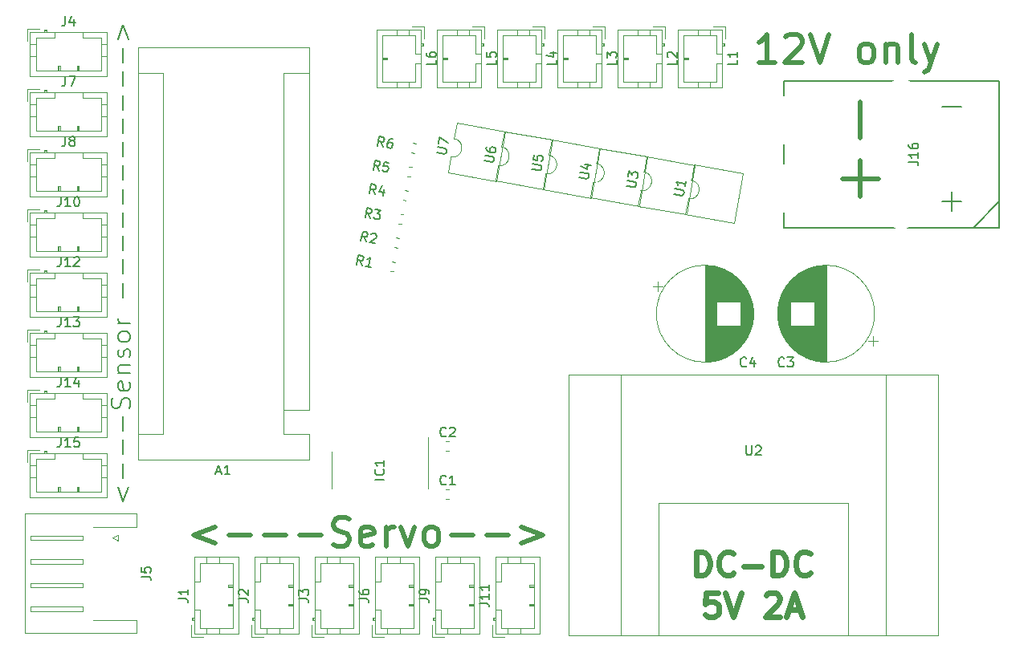
<source format=gto>
G04 #@! TF.GenerationSoftware,KiCad,Pcbnew,(5.1.2)-1*
G04 #@! TF.CreationDate,2019-08-22T01:38:59+09:00*
G04 #@! TF.ProjectId,AIR_SRV_SIX,4149525f-5352-4565-9f53-49582e6b6963,rev?*
G04 #@! TF.SameCoordinates,PXaba9500PY47868c0*
G04 #@! TF.FileFunction,Legend,Top*
G04 #@! TF.FilePolarity,Positive*
%FSLAX46Y46*%
G04 Gerber Fmt 4.6, Leading zero omitted, Abs format (unit mm)*
G04 Created by KiCad (PCBNEW (5.1.2)-1) date 2019-08-22 01:38:59*
%MOMM*%
%LPD*%
G04 APERTURE LIST*
%ADD10C,0.500000*%
%ADD11C,0.600000*%
%ADD12C,0.200000*%
%ADD13C,0.120000*%
%ADD14C,0.150000*%
%ADD15C,3.302000*%
%ADD16R,1.702000X1.702000*%
%ADD17O,1.702000X1.702000*%
%ADD18C,0.100000*%
%ADD19C,0.977000*%
%ADD20R,2.102000X2.102000*%
%ADD21C,2.102000*%
%ADD22C,0.702000*%
%ADD23C,1.302000*%
%ADD24O,1.852000X1.302000*%
%ADD25O,1.302000X1.852000*%
%ADD26C,1.802000*%
%ADD27O,2.052000X1.802000*%
%ADD28C,2.602000*%
%ADD29R,5.102000X5.102000*%
%ADD30C,1.702000*%
%ADD31C,1.702000*%
%ADD32C,1.626000*%
G04 APERTURE END LIST*
D10*
X90357142Y-29500000D02*
X90357142Y-25690476D01*
X92261904Y-27595238D02*
X88452380Y-27595238D01*
X90357142Y-23309523D02*
X90357142Y-19500000D01*
X81357142Y-15357142D02*
X79642857Y-15357142D01*
X80500000Y-15357142D02*
X80500000Y-12357142D01*
X80214285Y-12785714D01*
X79928571Y-13071428D01*
X79642857Y-13214285D01*
X82500000Y-12642857D02*
X82642857Y-12500000D01*
X82928571Y-12357142D01*
X83642857Y-12357142D01*
X83928571Y-12500000D01*
X84071428Y-12642857D01*
X84214285Y-12928571D01*
X84214285Y-13214285D01*
X84071428Y-13642857D01*
X82357142Y-15357142D01*
X84214285Y-15357142D01*
X85071428Y-12357142D02*
X86071428Y-15357142D01*
X87071428Y-12357142D01*
X90785714Y-15357142D02*
X90500000Y-15214285D01*
X90357142Y-15071428D01*
X90214285Y-14785714D01*
X90214285Y-13928571D01*
X90357142Y-13642857D01*
X90500000Y-13500000D01*
X90785714Y-13357142D01*
X91214285Y-13357142D01*
X91500000Y-13500000D01*
X91642857Y-13642857D01*
X91785714Y-13928571D01*
X91785714Y-14785714D01*
X91642857Y-15071428D01*
X91500000Y-15214285D01*
X91214285Y-15357142D01*
X90785714Y-15357142D01*
X93071428Y-13357142D02*
X93071428Y-15357142D01*
X93071428Y-13642857D02*
X93214285Y-13500000D01*
X93500000Y-13357142D01*
X93928571Y-13357142D01*
X94214285Y-13500000D01*
X94357142Y-13785714D01*
X94357142Y-15357142D01*
X96214285Y-15357142D02*
X95928571Y-15214285D01*
X95785714Y-14928571D01*
X95785714Y-12357142D01*
X97071428Y-13357142D02*
X97785714Y-15357142D01*
X98500000Y-13357142D02*
X97785714Y-15357142D01*
X97500000Y-16071428D01*
X97357142Y-16214285D01*
X97071428Y-16357142D01*
D11*
X73047619Y-69455952D02*
X73047619Y-66955952D01*
X73642857Y-66955952D01*
X74000000Y-67075000D01*
X74238095Y-67313095D01*
X74357142Y-67551190D01*
X74476190Y-68027380D01*
X74476190Y-68384523D01*
X74357142Y-68860714D01*
X74238095Y-69098809D01*
X74000000Y-69336904D01*
X73642857Y-69455952D01*
X73047619Y-69455952D01*
X76976190Y-69217857D02*
X76857142Y-69336904D01*
X76500000Y-69455952D01*
X76261904Y-69455952D01*
X75904761Y-69336904D01*
X75666666Y-69098809D01*
X75547619Y-68860714D01*
X75428571Y-68384523D01*
X75428571Y-68027380D01*
X75547619Y-67551190D01*
X75666666Y-67313095D01*
X75904761Y-67075000D01*
X76261904Y-66955952D01*
X76500000Y-66955952D01*
X76857142Y-67075000D01*
X76976190Y-67194047D01*
X78047619Y-68503571D02*
X79952380Y-68503571D01*
X81142857Y-69455952D02*
X81142857Y-66955952D01*
X81738095Y-66955952D01*
X82095238Y-67075000D01*
X82333333Y-67313095D01*
X82452380Y-67551190D01*
X82571428Y-68027380D01*
X82571428Y-68384523D01*
X82452380Y-68860714D01*
X82333333Y-69098809D01*
X82095238Y-69336904D01*
X81738095Y-69455952D01*
X81142857Y-69455952D01*
X85071428Y-69217857D02*
X84952380Y-69336904D01*
X84595238Y-69455952D01*
X84357142Y-69455952D01*
X84000000Y-69336904D01*
X83761904Y-69098809D01*
X83642857Y-68860714D01*
X83523809Y-68384523D01*
X83523809Y-68027380D01*
X83642857Y-67551190D01*
X83761904Y-67313095D01*
X84000000Y-67075000D01*
X84357142Y-66955952D01*
X84595238Y-66955952D01*
X84952380Y-67075000D01*
X85071428Y-67194047D01*
X75309523Y-71305952D02*
X74119047Y-71305952D01*
X74000000Y-72496428D01*
X74119047Y-72377380D01*
X74357142Y-72258333D01*
X74952380Y-72258333D01*
X75190476Y-72377380D01*
X75309523Y-72496428D01*
X75428571Y-72734523D01*
X75428571Y-73329761D01*
X75309523Y-73567857D01*
X75190476Y-73686904D01*
X74952380Y-73805952D01*
X74357142Y-73805952D01*
X74119047Y-73686904D01*
X74000000Y-73567857D01*
X76142857Y-71305952D02*
X76976190Y-73805952D01*
X77809523Y-71305952D01*
X80428571Y-71544047D02*
X80547619Y-71425000D01*
X80785714Y-71305952D01*
X81380952Y-71305952D01*
X81619047Y-71425000D01*
X81738095Y-71544047D01*
X81857142Y-71782142D01*
X81857142Y-72020238D01*
X81738095Y-72377380D01*
X80309523Y-73805952D01*
X81857142Y-73805952D01*
X82809523Y-73091666D02*
X84000000Y-73091666D01*
X82571428Y-73805952D02*
X83404761Y-71305952D01*
X84238095Y-73805952D01*
D12*
X12071428Y-60119047D02*
X12642857Y-61642857D01*
X13214285Y-60119047D01*
X12642857Y-59166666D02*
X12642857Y-57642857D01*
X12642857Y-56690476D02*
X12642857Y-55166666D01*
X12642857Y-54214285D02*
X12642857Y-52690476D01*
X13309523Y-51833333D02*
X13404761Y-51547619D01*
X13404761Y-51071428D01*
X13309523Y-50880952D01*
X13214285Y-50785714D01*
X13023809Y-50690476D01*
X12833333Y-50690476D01*
X12642857Y-50785714D01*
X12547619Y-50880952D01*
X12452380Y-51071428D01*
X12357142Y-51452380D01*
X12261904Y-51642857D01*
X12166666Y-51738095D01*
X11976190Y-51833333D01*
X11785714Y-51833333D01*
X11595238Y-51738095D01*
X11500000Y-51642857D01*
X11404761Y-51452380D01*
X11404761Y-50976190D01*
X11500000Y-50690476D01*
X13309523Y-49071428D02*
X13404761Y-49261904D01*
X13404761Y-49642857D01*
X13309523Y-49833333D01*
X13119047Y-49928571D01*
X12357142Y-49928571D01*
X12166666Y-49833333D01*
X12071428Y-49642857D01*
X12071428Y-49261904D01*
X12166666Y-49071428D01*
X12357142Y-48976190D01*
X12547619Y-48976190D01*
X12738095Y-49928571D01*
X12071428Y-48119047D02*
X13404761Y-48119047D01*
X12261904Y-48119047D02*
X12166666Y-48023809D01*
X12071428Y-47833333D01*
X12071428Y-47547619D01*
X12166666Y-47357142D01*
X12357142Y-47261904D01*
X13404761Y-47261904D01*
X13309523Y-46404761D02*
X13404761Y-46214285D01*
X13404761Y-45833333D01*
X13309523Y-45642857D01*
X13119047Y-45547619D01*
X13023809Y-45547619D01*
X12833333Y-45642857D01*
X12738095Y-45833333D01*
X12738095Y-46119047D01*
X12642857Y-46309523D01*
X12452380Y-46404761D01*
X12357142Y-46404761D01*
X12166666Y-46309523D01*
X12071428Y-46119047D01*
X12071428Y-45833333D01*
X12166666Y-45642857D01*
X13404761Y-44404761D02*
X13309523Y-44595238D01*
X13214285Y-44690476D01*
X13023809Y-44785714D01*
X12452380Y-44785714D01*
X12261904Y-44690476D01*
X12166666Y-44595238D01*
X12071428Y-44404761D01*
X12071428Y-44119047D01*
X12166666Y-43928571D01*
X12261904Y-43833333D01*
X12452380Y-43738095D01*
X13023809Y-43738095D01*
X13214285Y-43833333D01*
X13309523Y-43928571D01*
X13404761Y-44119047D01*
X13404761Y-44404761D01*
X13404761Y-42880952D02*
X12071428Y-42880952D01*
X12452380Y-42880952D02*
X12261904Y-42785714D01*
X12166666Y-42690476D01*
X12071428Y-42500000D01*
X12071428Y-42309523D01*
X12642857Y-40119047D02*
X12642857Y-38595238D01*
X12642857Y-37642857D02*
X12642857Y-36119047D01*
X12642857Y-35166666D02*
X12642857Y-33642857D01*
X12642857Y-32690476D02*
X12642857Y-31166666D01*
X12642857Y-30214285D02*
X12642857Y-28690476D01*
X12642857Y-27738095D02*
X12642857Y-26214285D01*
X12642857Y-25261904D02*
X12642857Y-23738095D01*
X12642857Y-22785714D02*
X12642857Y-21261904D01*
X12642857Y-20309523D02*
X12642857Y-18785714D01*
X12642857Y-17833333D02*
X12642857Y-16309523D01*
X12642857Y-15357142D02*
X12642857Y-13833333D01*
X12071428Y-12880952D02*
X12642857Y-11357142D01*
X13214285Y-12880952D01*
D10*
X22357142Y-64357142D02*
X20071428Y-65214285D01*
X22357142Y-66071428D01*
X23785714Y-65214285D02*
X26071428Y-65214285D01*
X27500000Y-65214285D02*
X29785714Y-65214285D01*
X31214285Y-65214285D02*
X33500000Y-65214285D01*
X34785714Y-66214285D02*
X35214285Y-66357142D01*
X35928571Y-66357142D01*
X36214285Y-66214285D01*
X36357142Y-66071428D01*
X36500000Y-65785714D01*
X36500000Y-65500000D01*
X36357142Y-65214285D01*
X36214285Y-65071428D01*
X35928571Y-64928571D01*
X35357142Y-64785714D01*
X35071428Y-64642857D01*
X34928571Y-64500000D01*
X34785714Y-64214285D01*
X34785714Y-63928571D01*
X34928571Y-63642857D01*
X35071428Y-63500000D01*
X35357142Y-63357142D01*
X36071428Y-63357142D01*
X36500000Y-63500000D01*
X38928571Y-66214285D02*
X38642857Y-66357142D01*
X38071428Y-66357142D01*
X37785714Y-66214285D01*
X37642857Y-65928571D01*
X37642857Y-64785714D01*
X37785714Y-64500000D01*
X38071428Y-64357142D01*
X38642857Y-64357142D01*
X38928571Y-64500000D01*
X39071428Y-64785714D01*
X39071428Y-65071428D01*
X37642857Y-65357142D01*
X40357142Y-66357142D02*
X40357142Y-64357142D01*
X40357142Y-64928571D02*
X40500000Y-64642857D01*
X40642857Y-64500000D01*
X40928571Y-64357142D01*
X41214285Y-64357142D01*
X41928571Y-64357142D02*
X42642857Y-66357142D01*
X43357142Y-64357142D01*
X44928571Y-66357142D02*
X44642857Y-66214285D01*
X44500000Y-66071428D01*
X44357142Y-65785714D01*
X44357142Y-64928571D01*
X44500000Y-64642857D01*
X44642857Y-64500000D01*
X44928571Y-64357142D01*
X45357142Y-64357142D01*
X45642857Y-64500000D01*
X45785714Y-64642857D01*
X45928571Y-64928571D01*
X45928571Y-65785714D01*
X45785714Y-66071428D01*
X45642857Y-66214285D01*
X45357142Y-66357142D01*
X44928571Y-66357142D01*
X47214285Y-65214285D02*
X49500000Y-65214285D01*
X50928571Y-65214285D02*
X53214285Y-65214285D01*
X54642857Y-64357142D02*
X56928571Y-65214285D01*
X54642857Y-66071428D01*
D13*
X29550000Y-52000000D02*
X29550000Y-54540000D01*
X29550000Y-54540000D02*
X32220000Y-54540000D01*
X32220000Y-52000000D02*
X32220000Y-13770000D01*
X32220000Y-57210000D02*
X32220000Y-54540000D01*
X16850000Y-54540000D02*
X14180000Y-54540000D01*
X16850000Y-54540000D02*
X16850000Y-16440000D01*
X16850000Y-16440000D02*
X14180000Y-16440000D01*
X29550000Y-52000000D02*
X32220000Y-52000000D01*
X29550000Y-52000000D02*
X29550000Y-16440000D01*
X29550000Y-16440000D02*
X32220000Y-16440000D01*
X32220000Y-13770000D02*
X14180000Y-13770000D01*
X14180000Y-13770000D02*
X14180000Y-57210000D01*
X14180000Y-57210000D02*
X32220000Y-57210000D01*
X46684721Y-60380000D02*
X47010279Y-60380000D01*
X46684721Y-61400000D02*
X47010279Y-61400000D01*
X46684721Y-56320000D02*
X47010279Y-56320000D01*
X46684721Y-55300000D02*
X47010279Y-55300000D01*
X91860000Y-41840000D02*
G75*
G03X91860000Y-41840000I-5120000J0D01*
G01*
X86740000Y-46920000D02*
X86740000Y-36760000D01*
X86700000Y-46920000D02*
X86700000Y-36760000D01*
X86660000Y-46920000D02*
X86660000Y-36760000D01*
X86620000Y-46919000D02*
X86620000Y-36761000D01*
X86580000Y-46918000D02*
X86580000Y-36762000D01*
X86540000Y-46917000D02*
X86540000Y-36763000D01*
X86500000Y-46915000D02*
X86500000Y-36765000D01*
X86460000Y-46913000D02*
X86460000Y-36767000D01*
X86420000Y-46910000D02*
X86420000Y-36770000D01*
X86380000Y-46908000D02*
X86380000Y-36772000D01*
X86340000Y-46905000D02*
X86340000Y-36775000D01*
X86300000Y-46902000D02*
X86300000Y-36778000D01*
X86260000Y-46898000D02*
X86260000Y-36782000D01*
X86220000Y-46894000D02*
X86220000Y-36786000D01*
X86180000Y-46890000D02*
X86180000Y-36790000D01*
X86140000Y-46885000D02*
X86140000Y-36795000D01*
X86100000Y-46880000D02*
X86100000Y-36800000D01*
X86060000Y-46875000D02*
X86060000Y-36805000D01*
X86019000Y-46870000D02*
X86019000Y-36810000D01*
X85979000Y-46864000D02*
X85979000Y-36816000D01*
X85939000Y-46858000D02*
X85939000Y-36822000D01*
X85899000Y-46851000D02*
X85899000Y-36829000D01*
X85859000Y-46844000D02*
X85859000Y-36836000D01*
X85819000Y-46837000D02*
X85819000Y-36843000D01*
X85779000Y-46830000D02*
X85779000Y-36850000D01*
X85739000Y-46822000D02*
X85739000Y-36858000D01*
X85699000Y-46814000D02*
X85699000Y-36866000D01*
X85659000Y-46805000D02*
X85659000Y-36875000D01*
X85619000Y-46796000D02*
X85619000Y-36884000D01*
X85579000Y-46787000D02*
X85579000Y-36893000D01*
X85539000Y-46778000D02*
X85539000Y-36902000D01*
X85499000Y-46768000D02*
X85499000Y-36912000D01*
X85459000Y-46758000D02*
X85459000Y-43081000D01*
X85459000Y-40599000D02*
X85459000Y-36922000D01*
X85419000Y-46747000D02*
X85419000Y-43081000D01*
X85419000Y-40599000D02*
X85419000Y-36933000D01*
X85379000Y-46737000D02*
X85379000Y-43081000D01*
X85379000Y-40599000D02*
X85379000Y-36943000D01*
X85339000Y-46725000D02*
X85339000Y-43081000D01*
X85339000Y-40599000D02*
X85339000Y-36955000D01*
X85299000Y-46714000D02*
X85299000Y-43081000D01*
X85299000Y-40599000D02*
X85299000Y-36966000D01*
X85259000Y-46702000D02*
X85259000Y-43081000D01*
X85259000Y-40599000D02*
X85259000Y-36978000D01*
X85219000Y-46690000D02*
X85219000Y-43081000D01*
X85219000Y-40599000D02*
X85219000Y-36990000D01*
X85179000Y-46677000D02*
X85179000Y-43081000D01*
X85179000Y-40599000D02*
X85179000Y-37003000D01*
X85139000Y-46664000D02*
X85139000Y-43081000D01*
X85139000Y-40599000D02*
X85139000Y-37016000D01*
X85099000Y-46651000D02*
X85099000Y-43081000D01*
X85099000Y-40599000D02*
X85099000Y-37029000D01*
X85059000Y-46637000D02*
X85059000Y-43081000D01*
X85059000Y-40599000D02*
X85059000Y-37043000D01*
X85019000Y-46623000D02*
X85019000Y-43081000D01*
X85019000Y-40599000D02*
X85019000Y-37057000D01*
X84979000Y-46608000D02*
X84979000Y-43081000D01*
X84979000Y-40599000D02*
X84979000Y-37072000D01*
X84939000Y-46594000D02*
X84939000Y-43081000D01*
X84939000Y-40599000D02*
X84939000Y-37086000D01*
X84899000Y-46578000D02*
X84899000Y-43081000D01*
X84899000Y-40599000D02*
X84899000Y-37102000D01*
X84859000Y-46563000D02*
X84859000Y-43081000D01*
X84859000Y-40599000D02*
X84859000Y-37117000D01*
X84819000Y-46547000D02*
X84819000Y-43081000D01*
X84819000Y-40599000D02*
X84819000Y-37133000D01*
X84779000Y-46530000D02*
X84779000Y-43081000D01*
X84779000Y-40599000D02*
X84779000Y-37150000D01*
X84739000Y-46514000D02*
X84739000Y-43081000D01*
X84739000Y-40599000D02*
X84739000Y-37166000D01*
X84699000Y-46497000D02*
X84699000Y-43081000D01*
X84699000Y-40599000D02*
X84699000Y-37183000D01*
X84659000Y-46479000D02*
X84659000Y-43081000D01*
X84659000Y-40599000D02*
X84659000Y-37201000D01*
X84619000Y-46461000D02*
X84619000Y-43081000D01*
X84619000Y-40599000D02*
X84619000Y-37219000D01*
X84579000Y-46443000D02*
X84579000Y-43081000D01*
X84579000Y-40599000D02*
X84579000Y-37237000D01*
X84539000Y-46424000D02*
X84539000Y-43081000D01*
X84539000Y-40599000D02*
X84539000Y-37256000D01*
X84499000Y-46404000D02*
X84499000Y-43081000D01*
X84499000Y-40599000D02*
X84499000Y-37276000D01*
X84459000Y-46385000D02*
X84459000Y-43081000D01*
X84459000Y-40599000D02*
X84459000Y-37295000D01*
X84419000Y-46365000D02*
X84419000Y-43081000D01*
X84419000Y-40599000D02*
X84419000Y-37315000D01*
X84379000Y-46344000D02*
X84379000Y-43081000D01*
X84379000Y-40599000D02*
X84379000Y-37336000D01*
X84339000Y-46323000D02*
X84339000Y-43081000D01*
X84339000Y-40599000D02*
X84339000Y-37357000D01*
X84299000Y-46302000D02*
X84299000Y-43081000D01*
X84299000Y-40599000D02*
X84299000Y-37378000D01*
X84259000Y-46280000D02*
X84259000Y-43081000D01*
X84259000Y-40599000D02*
X84259000Y-37400000D01*
X84219000Y-46257000D02*
X84219000Y-43081000D01*
X84219000Y-40599000D02*
X84219000Y-37423000D01*
X84179000Y-46235000D02*
X84179000Y-43081000D01*
X84179000Y-40599000D02*
X84179000Y-37445000D01*
X84139000Y-46211000D02*
X84139000Y-43081000D01*
X84139000Y-40599000D02*
X84139000Y-37469000D01*
X84099000Y-46187000D02*
X84099000Y-43081000D01*
X84099000Y-40599000D02*
X84099000Y-37493000D01*
X84059000Y-46163000D02*
X84059000Y-43081000D01*
X84059000Y-40599000D02*
X84059000Y-37517000D01*
X84019000Y-46138000D02*
X84019000Y-43081000D01*
X84019000Y-40599000D02*
X84019000Y-37542000D01*
X83979000Y-46113000D02*
X83979000Y-43081000D01*
X83979000Y-40599000D02*
X83979000Y-37567000D01*
X83939000Y-46087000D02*
X83939000Y-43081000D01*
X83939000Y-40599000D02*
X83939000Y-37593000D01*
X83899000Y-46061000D02*
X83899000Y-43081000D01*
X83899000Y-40599000D02*
X83899000Y-37619000D01*
X83859000Y-46034000D02*
X83859000Y-43081000D01*
X83859000Y-40599000D02*
X83859000Y-37646000D01*
X83819000Y-46006000D02*
X83819000Y-43081000D01*
X83819000Y-40599000D02*
X83819000Y-37674000D01*
X83779000Y-45978000D02*
X83779000Y-43081000D01*
X83779000Y-40599000D02*
X83779000Y-37702000D01*
X83739000Y-45950000D02*
X83739000Y-43081000D01*
X83739000Y-40599000D02*
X83739000Y-37730000D01*
X83699000Y-45920000D02*
X83699000Y-43081000D01*
X83699000Y-40599000D02*
X83699000Y-37760000D01*
X83659000Y-45890000D02*
X83659000Y-43081000D01*
X83659000Y-40599000D02*
X83659000Y-37790000D01*
X83619000Y-45860000D02*
X83619000Y-43081000D01*
X83619000Y-40599000D02*
X83619000Y-37820000D01*
X83579000Y-45829000D02*
X83579000Y-43081000D01*
X83579000Y-40599000D02*
X83579000Y-37851000D01*
X83539000Y-45797000D02*
X83539000Y-43081000D01*
X83539000Y-40599000D02*
X83539000Y-37883000D01*
X83499000Y-45765000D02*
X83499000Y-43081000D01*
X83499000Y-40599000D02*
X83499000Y-37915000D01*
X83459000Y-45732000D02*
X83459000Y-43081000D01*
X83459000Y-40599000D02*
X83459000Y-37948000D01*
X83419000Y-45698000D02*
X83419000Y-43081000D01*
X83419000Y-40599000D02*
X83419000Y-37982000D01*
X83379000Y-45664000D02*
X83379000Y-43081000D01*
X83379000Y-40599000D02*
X83379000Y-38016000D01*
X83339000Y-45629000D02*
X83339000Y-43081000D01*
X83339000Y-40599000D02*
X83339000Y-38051000D01*
X83299000Y-45593000D02*
X83299000Y-43081000D01*
X83299000Y-40599000D02*
X83299000Y-38087000D01*
X83259000Y-45556000D02*
X83259000Y-43081000D01*
X83259000Y-40599000D02*
X83259000Y-38124000D01*
X83219000Y-45519000D02*
X83219000Y-43081000D01*
X83219000Y-40599000D02*
X83219000Y-38161000D01*
X83179000Y-45480000D02*
X83179000Y-43081000D01*
X83179000Y-40599000D02*
X83179000Y-38200000D01*
X83139000Y-45441000D02*
X83139000Y-43081000D01*
X83139000Y-40599000D02*
X83139000Y-38239000D01*
X83099000Y-45401000D02*
X83099000Y-43081000D01*
X83099000Y-40599000D02*
X83099000Y-38279000D01*
X83059000Y-45360000D02*
X83059000Y-43081000D01*
X83059000Y-40599000D02*
X83059000Y-38320000D01*
X83019000Y-45318000D02*
X83019000Y-43081000D01*
X83019000Y-40599000D02*
X83019000Y-38362000D01*
X82979000Y-45276000D02*
X82979000Y-38404000D01*
X82939000Y-45232000D02*
X82939000Y-38448000D01*
X82899000Y-45187000D02*
X82899000Y-38493000D01*
X82859000Y-45141000D02*
X82859000Y-38539000D01*
X82819000Y-45094000D02*
X82819000Y-38586000D01*
X82779000Y-45046000D02*
X82779000Y-38634000D01*
X82739000Y-44996000D02*
X82739000Y-38684000D01*
X82699000Y-44946000D02*
X82699000Y-38734000D01*
X82659000Y-44894000D02*
X82659000Y-38786000D01*
X82619000Y-44840000D02*
X82619000Y-38840000D01*
X82579000Y-44785000D02*
X82579000Y-38895000D01*
X82539000Y-44729000D02*
X82539000Y-38951000D01*
X82499000Y-44670000D02*
X82499000Y-39010000D01*
X82459000Y-44610000D02*
X82459000Y-39070000D01*
X82419000Y-44549000D02*
X82419000Y-39131000D01*
X82379000Y-44485000D02*
X82379000Y-39195000D01*
X82339000Y-44419000D02*
X82339000Y-39261000D01*
X82299000Y-44350000D02*
X82299000Y-39330000D01*
X82259000Y-44279000D02*
X82259000Y-39401000D01*
X82219000Y-44205000D02*
X82219000Y-39475000D01*
X82179000Y-44129000D02*
X82179000Y-39551000D01*
X82139000Y-44049000D02*
X82139000Y-39631000D01*
X82099000Y-43965000D02*
X82099000Y-39715000D01*
X82059000Y-43877000D02*
X82059000Y-39803000D01*
X82019000Y-43784000D02*
X82019000Y-39896000D01*
X81979000Y-43686000D02*
X81979000Y-39994000D01*
X81939000Y-43582000D02*
X81939000Y-40098000D01*
X81899000Y-43470000D02*
X81899000Y-40210000D01*
X81859000Y-43350000D02*
X81859000Y-40330000D01*
X81819000Y-43218000D02*
X81819000Y-40462000D01*
X81779000Y-43070000D02*
X81779000Y-40610000D01*
X81739000Y-42902000D02*
X81739000Y-40778000D01*
X81699000Y-42702000D02*
X81699000Y-40978000D01*
X81659000Y-42439000D02*
X81659000Y-41241000D01*
X92219646Y-44715000D02*
X91219646Y-44715000D01*
X91719646Y-45215000D02*
X91719646Y-44215000D01*
X79080000Y-41840000D02*
G75*
G03X79080000Y-41840000I-5120000J0D01*
G01*
X73960000Y-36760000D02*
X73960000Y-46920000D01*
X74000000Y-36760000D02*
X74000000Y-46920000D01*
X74040000Y-36760000D02*
X74040000Y-46920000D01*
X74080000Y-36761000D02*
X74080000Y-46919000D01*
X74120000Y-36762000D02*
X74120000Y-46918000D01*
X74160000Y-36763000D02*
X74160000Y-46917000D01*
X74200000Y-36765000D02*
X74200000Y-46915000D01*
X74240000Y-36767000D02*
X74240000Y-46913000D01*
X74280000Y-36770000D02*
X74280000Y-46910000D01*
X74320000Y-36772000D02*
X74320000Y-46908000D01*
X74360000Y-36775000D02*
X74360000Y-46905000D01*
X74400000Y-36778000D02*
X74400000Y-46902000D01*
X74440000Y-36782000D02*
X74440000Y-46898000D01*
X74480000Y-36786000D02*
X74480000Y-46894000D01*
X74520000Y-36790000D02*
X74520000Y-46890000D01*
X74560000Y-36795000D02*
X74560000Y-46885000D01*
X74600000Y-36800000D02*
X74600000Y-46880000D01*
X74640000Y-36805000D02*
X74640000Y-46875000D01*
X74681000Y-36810000D02*
X74681000Y-46870000D01*
X74721000Y-36816000D02*
X74721000Y-46864000D01*
X74761000Y-36822000D02*
X74761000Y-46858000D01*
X74801000Y-36829000D02*
X74801000Y-46851000D01*
X74841000Y-36836000D02*
X74841000Y-46844000D01*
X74881000Y-36843000D02*
X74881000Y-46837000D01*
X74921000Y-36850000D02*
X74921000Y-46830000D01*
X74961000Y-36858000D02*
X74961000Y-46822000D01*
X75001000Y-36866000D02*
X75001000Y-46814000D01*
X75041000Y-36875000D02*
X75041000Y-46805000D01*
X75081000Y-36884000D02*
X75081000Y-46796000D01*
X75121000Y-36893000D02*
X75121000Y-46787000D01*
X75161000Y-36902000D02*
X75161000Y-46778000D01*
X75201000Y-36912000D02*
X75201000Y-46768000D01*
X75241000Y-36922000D02*
X75241000Y-40599000D01*
X75241000Y-43081000D02*
X75241000Y-46758000D01*
X75281000Y-36933000D02*
X75281000Y-40599000D01*
X75281000Y-43081000D02*
X75281000Y-46747000D01*
X75321000Y-36943000D02*
X75321000Y-40599000D01*
X75321000Y-43081000D02*
X75321000Y-46737000D01*
X75361000Y-36955000D02*
X75361000Y-40599000D01*
X75361000Y-43081000D02*
X75361000Y-46725000D01*
X75401000Y-36966000D02*
X75401000Y-40599000D01*
X75401000Y-43081000D02*
X75401000Y-46714000D01*
X75441000Y-36978000D02*
X75441000Y-40599000D01*
X75441000Y-43081000D02*
X75441000Y-46702000D01*
X75481000Y-36990000D02*
X75481000Y-40599000D01*
X75481000Y-43081000D02*
X75481000Y-46690000D01*
X75521000Y-37003000D02*
X75521000Y-40599000D01*
X75521000Y-43081000D02*
X75521000Y-46677000D01*
X75561000Y-37016000D02*
X75561000Y-40599000D01*
X75561000Y-43081000D02*
X75561000Y-46664000D01*
X75601000Y-37029000D02*
X75601000Y-40599000D01*
X75601000Y-43081000D02*
X75601000Y-46651000D01*
X75641000Y-37043000D02*
X75641000Y-40599000D01*
X75641000Y-43081000D02*
X75641000Y-46637000D01*
X75681000Y-37057000D02*
X75681000Y-40599000D01*
X75681000Y-43081000D02*
X75681000Y-46623000D01*
X75721000Y-37072000D02*
X75721000Y-40599000D01*
X75721000Y-43081000D02*
X75721000Y-46608000D01*
X75761000Y-37086000D02*
X75761000Y-40599000D01*
X75761000Y-43081000D02*
X75761000Y-46594000D01*
X75801000Y-37102000D02*
X75801000Y-40599000D01*
X75801000Y-43081000D02*
X75801000Y-46578000D01*
X75841000Y-37117000D02*
X75841000Y-40599000D01*
X75841000Y-43081000D02*
X75841000Y-46563000D01*
X75881000Y-37133000D02*
X75881000Y-40599000D01*
X75881000Y-43081000D02*
X75881000Y-46547000D01*
X75921000Y-37150000D02*
X75921000Y-40599000D01*
X75921000Y-43081000D02*
X75921000Y-46530000D01*
X75961000Y-37166000D02*
X75961000Y-40599000D01*
X75961000Y-43081000D02*
X75961000Y-46514000D01*
X76001000Y-37183000D02*
X76001000Y-40599000D01*
X76001000Y-43081000D02*
X76001000Y-46497000D01*
X76041000Y-37201000D02*
X76041000Y-40599000D01*
X76041000Y-43081000D02*
X76041000Y-46479000D01*
X76081000Y-37219000D02*
X76081000Y-40599000D01*
X76081000Y-43081000D02*
X76081000Y-46461000D01*
X76121000Y-37237000D02*
X76121000Y-40599000D01*
X76121000Y-43081000D02*
X76121000Y-46443000D01*
X76161000Y-37256000D02*
X76161000Y-40599000D01*
X76161000Y-43081000D02*
X76161000Y-46424000D01*
X76201000Y-37276000D02*
X76201000Y-40599000D01*
X76201000Y-43081000D02*
X76201000Y-46404000D01*
X76241000Y-37295000D02*
X76241000Y-40599000D01*
X76241000Y-43081000D02*
X76241000Y-46385000D01*
X76281000Y-37315000D02*
X76281000Y-40599000D01*
X76281000Y-43081000D02*
X76281000Y-46365000D01*
X76321000Y-37336000D02*
X76321000Y-40599000D01*
X76321000Y-43081000D02*
X76321000Y-46344000D01*
X76361000Y-37357000D02*
X76361000Y-40599000D01*
X76361000Y-43081000D02*
X76361000Y-46323000D01*
X76401000Y-37378000D02*
X76401000Y-40599000D01*
X76401000Y-43081000D02*
X76401000Y-46302000D01*
X76441000Y-37400000D02*
X76441000Y-40599000D01*
X76441000Y-43081000D02*
X76441000Y-46280000D01*
X76481000Y-37423000D02*
X76481000Y-40599000D01*
X76481000Y-43081000D02*
X76481000Y-46257000D01*
X76521000Y-37445000D02*
X76521000Y-40599000D01*
X76521000Y-43081000D02*
X76521000Y-46235000D01*
X76561000Y-37469000D02*
X76561000Y-40599000D01*
X76561000Y-43081000D02*
X76561000Y-46211000D01*
X76601000Y-37493000D02*
X76601000Y-40599000D01*
X76601000Y-43081000D02*
X76601000Y-46187000D01*
X76641000Y-37517000D02*
X76641000Y-40599000D01*
X76641000Y-43081000D02*
X76641000Y-46163000D01*
X76681000Y-37542000D02*
X76681000Y-40599000D01*
X76681000Y-43081000D02*
X76681000Y-46138000D01*
X76721000Y-37567000D02*
X76721000Y-40599000D01*
X76721000Y-43081000D02*
X76721000Y-46113000D01*
X76761000Y-37593000D02*
X76761000Y-40599000D01*
X76761000Y-43081000D02*
X76761000Y-46087000D01*
X76801000Y-37619000D02*
X76801000Y-40599000D01*
X76801000Y-43081000D02*
X76801000Y-46061000D01*
X76841000Y-37646000D02*
X76841000Y-40599000D01*
X76841000Y-43081000D02*
X76841000Y-46034000D01*
X76881000Y-37674000D02*
X76881000Y-40599000D01*
X76881000Y-43081000D02*
X76881000Y-46006000D01*
X76921000Y-37702000D02*
X76921000Y-40599000D01*
X76921000Y-43081000D02*
X76921000Y-45978000D01*
X76961000Y-37730000D02*
X76961000Y-40599000D01*
X76961000Y-43081000D02*
X76961000Y-45950000D01*
X77001000Y-37760000D02*
X77001000Y-40599000D01*
X77001000Y-43081000D02*
X77001000Y-45920000D01*
X77041000Y-37790000D02*
X77041000Y-40599000D01*
X77041000Y-43081000D02*
X77041000Y-45890000D01*
X77081000Y-37820000D02*
X77081000Y-40599000D01*
X77081000Y-43081000D02*
X77081000Y-45860000D01*
X77121000Y-37851000D02*
X77121000Y-40599000D01*
X77121000Y-43081000D02*
X77121000Y-45829000D01*
X77161000Y-37883000D02*
X77161000Y-40599000D01*
X77161000Y-43081000D02*
X77161000Y-45797000D01*
X77201000Y-37915000D02*
X77201000Y-40599000D01*
X77201000Y-43081000D02*
X77201000Y-45765000D01*
X77241000Y-37948000D02*
X77241000Y-40599000D01*
X77241000Y-43081000D02*
X77241000Y-45732000D01*
X77281000Y-37982000D02*
X77281000Y-40599000D01*
X77281000Y-43081000D02*
X77281000Y-45698000D01*
X77321000Y-38016000D02*
X77321000Y-40599000D01*
X77321000Y-43081000D02*
X77321000Y-45664000D01*
X77361000Y-38051000D02*
X77361000Y-40599000D01*
X77361000Y-43081000D02*
X77361000Y-45629000D01*
X77401000Y-38087000D02*
X77401000Y-40599000D01*
X77401000Y-43081000D02*
X77401000Y-45593000D01*
X77441000Y-38124000D02*
X77441000Y-40599000D01*
X77441000Y-43081000D02*
X77441000Y-45556000D01*
X77481000Y-38161000D02*
X77481000Y-40599000D01*
X77481000Y-43081000D02*
X77481000Y-45519000D01*
X77521000Y-38200000D02*
X77521000Y-40599000D01*
X77521000Y-43081000D02*
X77521000Y-45480000D01*
X77561000Y-38239000D02*
X77561000Y-40599000D01*
X77561000Y-43081000D02*
X77561000Y-45441000D01*
X77601000Y-38279000D02*
X77601000Y-40599000D01*
X77601000Y-43081000D02*
X77601000Y-45401000D01*
X77641000Y-38320000D02*
X77641000Y-40599000D01*
X77641000Y-43081000D02*
X77641000Y-45360000D01*
X77681000Y-38362000D02*
X77681000Y-40599000D01*
X77681000Y-43081000D02*
X77681000Y-45318000D01*
X77721000Y-38404000D02*
X77721000Y-45276000D01*
X77761000Y-38448000D02*
X77761000Y-45232000D01*
X77801000Y-38493000D02*
X77801000Y-45187000D01*
X77841000Y-38539000D02*
X77841000Y-45141000D01*
X77881000Y-38586000D02*
X77881000Y-45094000D01*
X77921000Y-38634000D02*
X77921000Y-45046000D01*
X77961000Y-38684000D02*
X77961000Y-44996000D01*
X78001000Y-38734000D02*
X78001000Y-44946000D01*
X78041000Y-38786000D02*
X78041000Y-44894000D01*
X78081000Y-38840000D02*
X78081000Y-44840000D01*
X78121000Y-38895000D02*
X78121000Y-44785000D01*
X78161000Y-38951000D02*
X78161000Y-44729000D01*
X78201000Y-39010000D02*
X78201000Y-44670000D01*
X78241000Y-39070000D02*
X78241000Y-44610000D01*
X78281000Y-39131000D02*
X78281000Y-44549000D01*
X78321000Y-39195000D02*
X78321000Y-44485000D01*
X78361000Y-39261000D02*
X78361000Y-44419000D01*
X78401000Y-39330000D02*
X78401000Y-44350000D01*
X78441000Y-39401000D02*
X78441000Y-44279000D01*
X78481000Y-39475000D02*
X78481000Y-44205000D01*
X78521000Y-39551000D02*
X78521000Y-44129000D01*
X78561000Y-39631000D02*
X78561000Y-44049000D01*
X78601000Y-39715000D02*
X78601000Y-43965000D01*
X78641000Y-39803000D02*
X78641000Y-43877000D01*
X78681000Y-39896000D02*
X78681000Y-43784000D01*
X78721000Y-39994000D02*
X78721000Y-43686000D01*
X78761000Y-40098000D02*
X78761000Y-43582000D01*
X78801000Y-40210000D02*
X78801000Y-43470000D01*
X78841000Y-40330000D02*
X78841000Y-43350000D01*
X78881000Y-40462000D02*
X78881000Y-43218000D01*
X78921000Y-40610000D02*
X78921000Y-43070000D01*
X78961000Y-40778000D02*
X78961000Y-42902000D01*
X79001000Y-40978000D02*
X79001000Y-42702000D01*
X79041000Y-41241000D02*
X79041000Y-42439000D01*
X68480354Y-38965000D02*
X69480354Y-38965000D01*
X68980354Y-38465000D02*
X68980354Y-39465000D01*
X34650000Y-58350000D02*
X34650000Y-60300000D01*
X34650000Y-58350000D02*
X34650000Y-56400000D01*
X44770000Y-58350000D02*
X44770000Y-60300000D01*
X44770000Y-58350000D02*
X44770000Y-54900000D01*
X20120000Y-75650000D02*
X24840000Y-75650000D01*
X24840000Y-75650000D02*
X24840000Y-67530000D01*
X24840000Y-67530000D02*
X20120000Y-67530000D01*
X20120000Y-67530000D02*
X20120000Y-75650000D01*
X20120000Y-73890000D02*
X19920000Y-73890000D01*
X19920000Y-73890000D02*
X19920000Y-74190000D01*
X19920000Y-74190000D02*
X20120000Y-74190000D01*
X20020000Y-73890000D02*
X20020000Y-74190000D01*
X20120000Y-73090000D02*
X20730000Y-73090000D01*
X20730000Y-73090000D02*
X20730000Y-75040000D01*
X20730000Y-75040000D02*
X24230000Y-75040000D01*
X24230000Y-75040000D02*
X24230000Y-68140000D01*
X24230000Y-68140000D02*
X20730000Y-68140000D01*
X20730000Y-68140000D02*
X20730000Y-70090000D01*
X20730000Y-70090000D02*
X20120000Y-70090000D01*
X21430000Y-75650000D02*
X21430000Y-75040000D01*
X22730000Y-75650000D02*
X22730000Y-75040000D01*
X21430000Y-67530000D02*
X21430000Y-68140000D01*
X22730000Y-67530000D02*
X22730000Y-68140000D01*
X24230000Y-72690000D02*
X23730000Y-72690000D01*
X23730000Y-72690000D02*
X23730000Y-72490000D01*
X23730000Y-72490000D02*
X24230000Y-72490000D01*
X24230000Y-72590000D02*
X23730000Y-72590000D01*
X24230000Y-70690000D02*
X23730000Y-70690000D01*
X23730000Y-70690000D02*
X23730000Y-70490000D01*
X23730000Y-70490000D02*
X24230000Y-70490000D01*
X24230000Y-70590000D02*
X23730000Y-70590000D01*
X19820000Y-74700000D02*
X19820000Y-75950000D01*
X19820000Y-75950000D02*
X21070000Y-75950000D01*
X26470000Y-75650000D02*
X31190000Y-75650000D01*
X31190000Y-75650000D02*
X31190000Y-67530000D01*
X31190000Y-67530000D02*
X26470000Y-67530000D01*
X26470000Y-67530000D02*
X26470000Y-75650000D01*
X26470000Y-73890000D02*
X26270000Y-73890000D01*
X26270000Y-73890000D02*
X26270000Y-74190000D01*
X26270000Y-74190000D02*
X26470000Y-74190000D01*
X26370000Y-73890000D02*
X26370000Y-74190000D01*
X26470000Y-73090000D02*
X27080000Y-73090000D01*
X27080000Y-73090000D02*
X27080000Y-75040000D01*
X27080000Y-75040000D02*
X30580000Y-75040000D01*
X30580000Y-75040000D02*
X30580000Y-68140000D01*
X30580000Y-68140000D02*
X27080000Y-68140000D01*
X27080000Y-68140000D02*
X27080000Y-70090000D01*
X27080000Y-70090000D02*
X26470000Y-70090000D01*
X27780000Y-75650000D02*
X27780000Y-75040000D01*
X29080000Y-75650000D02*
X29080000Y-75040000D01*
X27780000Y-67530000D02*
X27780000Y-68140000D01*
X29080000Y-67530000D02*
X29080000Y-68140000D01*
X30580000Y-72690000D02*
X30080000Y-72690000D01*
X30080000Y-72690000D02*
X30080000Y-72490000D01*
X30080000Y-72490000D02*
X30580000Y-72490000D01*
X30580000Y-72590000D02*
X30080000Y-72590000D01*
X30580000Y-70690000D02*
X30080000Y-70690000D01*
X30080000Y-70690000D02*
X30080000Y-70490000D01*
X30080000Y-70490000D02*
X30580000Y-70490000D01*
X30580000Y-70590000D02*
X30080000Y-70590000D01*
X26170000Y-74700000D02*
X26170000Y-75950000D01*
X26170000Y-75950000D02*
X27420000Y-75950000D01*
X32820000Y-75650000D02*
X37540000Y-75650000D01*
X37540000Y-75650000D02*
X37540000Y-67530000D01*
X37540000Y-67530000D02*
X32820000Y-67530000D01*
X32820000Y-67530000D02*
X32820000Y-75650000D01*
X32820000Y-73890000D02*
X32620000Y-73890000D01*
X32620000Y-73890000D02*
X32620000Y-74190000D01*
X32620000Y-74190000D02*
X32820000Y-74190000D01*
X32720000Y-73890000D02*
X32720000Y-74190000D01*
X32820000Y-73090000D02*
X33430000Y-73090000D01*
X33430000Y-73090000D02*
X33430000Y-75040000D01*
X33430000Y-75040000D02*
X36930000Y-75040000D01*
X36930000Y-75040000D02*
X36930000Y-68140000D01*
X36930000Y-68140000D02*
X33430000Y-68140000D01*
X33430000Y-68140000D02*
X33430000Y-70090000D01*
X33430000Y-70090000D02*
X32820000Y-70090000D01*
X34130000Y-75650000D02*
X34130000Y-75040000D01*
X35430000Y-75650000D02*
X35430000Y-75040000D01*
X34130000Y-67530000D02*
X34130000Y-68140000D01*
X35430000Y-67530000D02*
X35430000Y-68140000D01*
X36930000Y-72690000D02*
X36430000Y-72690000D01*
X36430000Y-72690000D02*
X36430000Y-72490000D01*
X36430000Y-72490000D02*
X36930000Y-72490000D01*
X36930000Y-72590000D02*
X36430000Y-72590000D01*
X36930000Y-70690000D02*
X36430000Y-70690000D01*
X36430000Y-70690000D02*
X36430000Y-70490000D01*
X36430000Y-70490000D02*
X36930000Y-70490000D01*
X36930000Y-70590000D02*
X36430000Y-70590000D01*
X32520000Y-74700000D02*
X32520000Y-75950000D01*
X32520000Y-75950000D02*
X33770000Y-75950000D01*
X2520000Y-11790000D02*
X2520000Y-13040000D01*
X3770000Y-11790000D02*
X2520000Y-11790000D01*
X7880000Y-16200000D02*
X7880000Y-15700000D01*
X7980000Y-15700000D02*
X7980000Y-16200000D01*
X7780000Y-15700000D02*
X7980000Y-15700000D01*
X7780000Y-16200000D02*
X7780000Y-15700000D01*
X5880000Y-16200000D02*
X5880000Y-15700000D01*
X5980000Y-15700000D02*
X5980000Y-16200000D01*
X5780000Y-15700000D02*
X5980000Y-15700000D01*
X5780000Y-16200000D02*
X5780000Y-15700000D01*
X10940000Y-14700000D02*
X10330000Y-14700000D01*
X10940000Y-13400000D02*
X10330000Y-13400000D01*
X2820000Y-14700000D02*
X3430000Y-14700000D01*
X2820000Y-13400000D02*
X3430000Y-13400000D01*
X8380000Y-12700000D02*
X8380000Y-12090000D01*
X10330000Y-12700000D02*
X8380000Y-12700000D01*
X10330000Y-16200000D02*
X10330000Y-12700000D01*
X3430000Y-16200000D02*
X10330000Y-16200000D01*
X3430000Y-12700000D02*
X3430000Y-16200000D01*
X5380000Y-12700000D02*
X3430000Y-12700000D01*
X5380000Y-12090000D02*
X5380000Y-12700000D01*
X4580000Y-11990000D02*
X4280000Y-11990000D01*
X4280000Y-11890000D02*
X4280000Y-12090000D01*
X4580000Y-11890000D02*
X4280000Y-11890000D01*
X4580000Y-12090000D02*
X4580000Y-11890000D01*
X10940000Y-12090000D02*
X2820000Y-12090000D01*
X10940000Y-16810000D02*
X10940000Y-12090000D01*
X2820000Y-16810000D02*
X10940000Y-16810000D01*
X2820000Y-12090000D02*
X2820000Y-16810000D01*
X2290000Y-69250000D02*
X2290000Y-62940000D01*
X2290000Y-62940000D02*
X14010000Y-62940000D01*
X14010000Y-62940000D02*
X14010000Y-64360000D01*
X14010000Y-64360000D02*
X9510000Y-64360000D01*
X2290000Y-69250000D02*
X2290000Y-75560000D01*
X2290000Y-75560000D02*
X14010000Y-75560000D01*
X14010000Y-75560000D02*
X14010000Y-74140000D01*
X14010000Y-74140000D02*
X9510000Y-74140000D01*
X8400000Y-65250000D02*
X2900000Y-65250000D01*
X2900000Y-65250000D02*
X2900000Y-65750000D01*
X2900000Y-65750000D02*
X8400000Y-65750000D01*
X8400000Y-65750000D02*
X8400000Y-65250000D01*
X8400000Y-67750000D02*
X2900000Y-67750000D01*
X2900000Y-67750000D02*
X2900000Y-68250000D01*
X2900000Y-68250000D02*
X8400000Y-68250000D01*
X8400000Y-68250000D02*
X8400000Y-67750000D01*
X8400000Y-70250000D02*
X2900000Y-70250000D01*
X2900000Y-70250000D02*
X2900000Y-70750000D01*
X2900000Y-70750000D02*
X8400000Y-70750000D01*
X8400000Y-70750000D02*
X8400000Y-70250000D01*
X8400000Y-72750000D02*
X2900000Y-72750000D01*
X2900000Y-72750000D02*
X2900000Y-73250000D01*
X2900000Y-73250000D02*
X8400000Y-73250000D01*
X8400000Y-73250000D02*
X8400000Y-72750000D01*
X11500000Y-65500000D02*
X12100000Y-65200000D01*
X12100000Y-65200000D02*
X12100000Y-65800000D01*
X12100000Y-65800000D02*
X11500000Y-65500000D01*
X38870000Y-75950000D02*
X40120000Y-75950000D01*
X38870000Y-74700000D02*
X38870000Y-75950000D01*
X43280000Y-70590000D02*
X42780000Y-70590000D01*
X42780000Y-70490000D02*
X43280000Y-70490000D01*
X42780000Y-70690000D02*
X42780000Y-70490000D01*
X43280000Y-70690000D02*
X42780000Y-70690000D01*
X43280000Y-72590000D02*
X42780000Y-72590000D01*
X42780000Y-72490000D02*
X43280000Y-72490000D01*
X42780000Y-72690000D02*
X42780000Y-72490000D01*
X43280000Y-72690000D02*
X42780000Y-72690000D01*
X41780000Y-67530000D02*
X41780000Y-68140000D01*
X40480000Y-67530000D02*
X40480000Y-68140000D01*
X41780000Y-75650000D02*
X41780000Y-75040000D01*
X40480000Y-75650000D02*
X40480000Y-75040000D01*
X39780000Y-70090000D02*
X39170000Y-70090000D01*
X39780000Y-68140000D02*
X39780000Y-70090000D01*
X43280000Y-68140000D02*
X39780000Y-68140000D01*
X43280000Y-75040000D02*
X43280000Y-68140000D01*
X39780000Y-75040000D02*
X43280000Y-75040000D01*
X39780000Y-73090000D02*
X39780000Y-75040000D01*
X39170000Y-73090000D02*
X39780000Y-73090000D01*
X39070000Y-73890000D02*
X39070000Y-74190000D01*
X38970000Y-74190000D02*
X39170000Y-74190000D01*
X38970000Y-73890000D02*
X38970000Y-74190000D01*
X39170000Y-73890000D02*
X38970000Y-73890000D01*
X39170000Y-67530000D02*
X39170000Y-75650000D01*
X43890000Y-67530000D02*
X39170000Y-67530000D01*
X43890000Y-75650000D02*
X43890000Y-67530000D01*
X39170000Y-75650000D02*
X43890000Y-75650000D01*
X2820000Y-18440000D02*
X2820000Y-23160000D01*
X2820000Y-23160000D02*
X10940000Y-23160000D01*
X10940000Y-23160000D02*
X10940000Y-18440000D01*
X10940000Y-18440000D02*
X2820000Y-18440000D01*
X4580000Y-18440000D02*
X4580000Y-18240000D01*
X4580000Y-18240000D02*
X4280000Y-18240000D01*
X4280000Y-18240000D02*
X4280000Y-18440000D01*
X4580000Y-18340000D02*
X4280000Y-18340000D01*
X5380000Y-18440000D02*
X5380000Y-19050000D01*
X5380000Y-19050000D02*
X3430000Y-19050000D01*
X3430000Y-19050000D02*
X3430000Y-22550000D01*
X3430000Y-22550000D02*
X10330000Y-22550000D01*
X10330000Y-22550000D02*
X10330000Y-19050000D01*
X10330000Y-19050000D02*
X8380000Y-19050000D01*
X8380000Y-19050000D02*
X8380000Y-18440000D01*
X2820000Y-19750000D02*
X3430000Y-19750000D01*
X2820000Y-21050000D02*
X3430000Y-21050000D01*
X10940000Y-19750000D02*
X10330000Y-19750000D01*
X10940000Y-21050000D02*
X10330000Y-21050000D01*
X5780000Y-22550000D02*
X5780000Y-22050000D01*
X5780000Y-22050000D02*
X5980000Y-22050000D01*
X5980000Y-22050000D02*
X5980000Y-22550000D01*
X5880000Y-22550000D02*
X5880000Y-22050000D01*
X7780000Y-22550000D02*
X7780000Y-22050000D01*
X7780000Y-22050000D02*
X7980000Y-22050000D01*
X7980000Y-22050000D02*
X7980000Y-22550000D01*
X7880000Y-22550000D02*
X7880000Y-22050000D01*
X3770000Y-18140000D02*
X2520000Y-18140000D01*
X2520000Y-18140000D02*
X2520000Y-19390000D01*
X2520000Y-24490000D02*
X2520000Y-25740000D01*
X3770000Y-24490000D02*
X2520000Y-24490000D01*
X7880000Y-28900000D02*
X7880000Y-28400000D01*
X7980000Y-28400000D02*
X7980000Y-28900000D01*
X7780000Y-28400000D02*
X7980000Y-28400000D01*
X7780000Y-28900000D02*
X7780000Y-28400000D01*
X5880000Y-28900000D02*
X5880000Y-28400000D01*
X5980000Y-28400000D02*
X5980000Y-28900000D01*
X5780000Y-28400000D02*
X5980000Y-28400000D01*
X5780000Y-28900000D02*
X5780000Y-28400000D01*
X10940000Y-27400000D02*
X10330000Y-27400000D01*
X10940000Y-26100000D02*
X10330000Y-26100000D01*
X2820000Y-27400000D02*
X3430000Y-27400000D01*
X2820000Y-26100000D02*
X3430000Y-26100000D01*
X8380000Y-25400000D02*
X8380000Y-24790000D01*
X10330000Y-25400000D02*
X8380000Y-25400000D01*
X10330000Y-28900000D02*
X10330000Y-25400000D01*
X3430000Y-28900000D02*
X10330000Y-28900000D01*
X3430000Y-25400000D02*
X3430000Y-28900000D01*
X5380000Y-25400000D02*
X3430000Y-25400000D01*
X5380000Y-24790000D02*
X5380000Y-25400000D01*
X4580000Y-24690000D02*
X4280000Y-24690000D01*
X4280000Y-24590000D02*
X4280000Y-24790000D01*
X4580000Y-24590000D02*
X4280000Y-24590000D01*
X4580000Y-24790000D02*
X4580000Y-24590000D01*
X10940000Y-24790000D02*
X2820000Y-24790000D01*
X10940000Y-29510000D02*
X10940000Y-24790000D01*
X2820000Y-29510000D02*
X10940000Y-29510000D01*
X2820000Y-24790000D02*
X2820000Y-29510000D01*
X45520000Y-75650000D02*
X50240000Y-75650000D01*
X50240000Y-75650000D02*
X50240000Y-67530000D01*
X50240000Y-67530000D02*
X45520000Y-67530000D01*
X45520000Y-67530000D02*
X45520000Y-75650000D01*
X45520000Y-73890000D02*
X45320000Y-73890000D01*
X45320000Y-73890000D02*
X45320000Y-74190000D01*
X45320000Y-74190000D02*
X45520000Y-74190000D01*
X45420000Y-73890000D02*
X45420000Y-74190000D01*
X45520000Y-73090000D02*
X46130000Y-73090000D01*
X46130000Y-73090000D02*
X46130000Y-75040000D01*
X46130000Y-75040000D02*
X49630000Y-75040000D01*
X49630000Y-75040000D02*
X49630000Y-68140000D01*
X49630000Y-68140000D02*
X46130000Y-68140000D01*
X46130000Y-68140000D02*
X46130000Y-70090000D01*
X46130000Y-70090000D02*
X45520000Y-70090000D01*
X46830000Y-75650000D02*
X46830000Y-75040000D01*
X48130000Y-75650000D02*
X48130000Y-75040000D01*
X46830000Y-67530000D02*
X46830000Y-68140000D01*
X48130000Y-67530000D02*
X48130000Y-68140000D01*
X49630000Y-72690000D02*
X49130000Y-72690000D01*
X49130000Y-72690000D02*
X49130000Y-72490000D01*
X49130000Y-72490000D02*
X49630000Y-72490000D01*
X49630000Y-72590000D02*
X49130000Y-72590000D01*
X49630000Y-70690000D02*
X49130000Y-70690000D01*
X49130000Y-70690000D02*
X49130000Y-70490000D01*
X49130000Y-70490000D02*
X49630000Y-70490000D01*
X49630000Y-70590000D02*
X49130000Y-70590000D01*
X45220000Y-74700000D02*
X45220000Y-75950000D01*
X45220000Y-75950000D02*
X46470000Y-75950000D01*
X2520000Y-30840000D02*
X2520000Y-32090000D01*
X3770000Y-30840000D02*
X2520000Y-30840000D01*
X7880000Y-35250000D02*
X7880000Y-34750000D01*
X7980000Y-34750000D02*
X7980000Y-35250000D01*
X7780000Y-34750000D02*
X7980000Y-34750000D01*
X7780000Y-35250000D02*
X7780000Y-34750000D01*
X5880000Y-35250000D02*
X5880000Y-34750000D01*
X5980000Y-34750000D02*
X5980000Y-35250000D01*
X5780000Y-34750000D02*
X5980000Y-34750000D01*
X5780000Y-35250000D02*
X5780000Y-34750000D01*
X10940000Y-33750000D02*
X10330000Y-33750000D01*
X10940000Y-32450000D02*
X10330000Y-32450000D01*
X2820000Y-33750000D02*
X3430000Y-33750000D01*
X2820000Y-32450000D02*
X3430000Y-32450000D01*
X8380000Y-31750000D02*
X8380000Y-31140000D01*
X10330000Y-31750000D02*
X8380000Y-31750000D01*
X10330000Y-35250000D02*
X10330000Y-31750000D01*
X3430000Y-35250000D02*
X10330000Y-35250000D01*
X3430000Y-31750000D02*
X3430000Y-35250000D01*
X5380000Y-31750000D02*
X3430000Y-31750000D01*
X5380000Y-31140000D02*
X5380000Y-31750000D01*
X4580000Y-31040000D02*
X4280000Y-31040000D01*
X4280000Y-30940000D02*
X4280000Y-31140000D01*
X4580000Y-30940000D02*
X4280000Y-30940000D01*
X4580000Y-31140000D02*
X4580000Y-30940000D01*
X10940000Y-31140000D02*
X2820000Y-31140000D01*
X10940000Y-35860000D02*
X10940000Y-31140000D01*
X2820000Y-35860000D02*
X10940000Y-35860000D01*
X2820000Y-31140000D02*
X2820000Y-35860000D01*
X51570000Y-75950000D02*
X52820000Y-75950000D01*
X51570000Y-74700000D02*
X51570000Y-75950000D01*
X55980000Y-70590000D02*
X55480000Y-70590000D01*
X55480000Y-70490000D02*
X55980000Y-70490000D01*
X55480000Y-70690000D02*
X55480000Y-70490000D01*
X55980000Y-70690000D02*
X55480000Y-70690000D01*
X55980000Y-72590000D02*
X55480000Y-72590000D01*
X55480000Y-72490000D02*
X55980000Y-72490000D01*
X55480000Y-72690000D02*
X55480000Y-72490000D01*
X55980000Y-72690000D02*
X55480000Y-72690000D01*
X54480000Y-67530000D02*
X54480000Y-68140000D01*
X53180000Y-67530000D02*
X53180000Y-68140000D01*
X54480000Y-75650000D02*
X54480000Y-75040000D01*
X53180000Y-75650000D02*
X53180000Y-75040000D01*
X52480000Y-70090000D02*
X51870000Y-70090000D01*
X52480000Y-68140000D02*
X52480000Y-70090000D01*
X55980000Y-68140000D02*
X52480000Y-68140000D01*
X55980000Y-75040000D02*
X55980000Y-68140000D01*
X52480000Y-75040000D02*
X55980000Y-75040000D01*
X52480000Y-73090000D02*
X52480000Y-75040000D01*
X51870000Y-73090000D02*
X52480000Y-73090000D01*
X51770000Y-73890000D02*
X51770000Y-74190000D01*
X51670000Y-74190000D02*
X51870000Y-74190000D01*
X51670000Y-73890000D02*
X51670000Y-74190000D01*
X51870000Y-73890000D02*
X51670000Y-73890000D01*
X51870000Y-67530000D02*
X51870000Y-75650000D01*
X56590000Y-67530000D02*
X51870000Y-67530000D01*
X56590000Y-75650000D02*
X56590000Y-67530000D01*
X51870000Y-75650000D02*
X56590000Y-75650000D01*
X2520000Y-37190000D02*
X2520000Y-38440000D01*
X3770000Y-37190000D02*
X2520000Y-37190000D01*
X7880000Y-41600000D02*
X7880000Y-41100000D01*
X7980000Y-41100000D02*
X7980000Y-41600000D01*
X7780000Y-41100000D02*
X7980000Y-41100000D01*
X7780000Y-41600000D02*
X7780000Y-41100000D01*
X5880000Y-41600000D02*
X5880000Y-41100000D01*
X5980000Y-41100000D02*
X5980000Y-41600000D01*
X5780000Y-41100000D02*
X5980000Y-41100000D01*
X5780000Y-41600000D02*
X5780000Y-41100000D01*
X10940000Y-40100000D02*
X10330000Y-40100000D01*
X10940000Y-38800000D02*
X10330000Y-38800000D01*
X2820000Y-40100000D02*
X3430000Y-40100000D01*
X2820000Y-38800000D02*
X3430000Y-38800000D01*
X8380000Y-38100000D02*
X8380000Y-37490000D01*
X10330000Y-38100000D02*
X8380000Y-38100000D01*
X10330000Y-41600000D02*
X10330000Y-38100000D01*
X3430000Y-41600000D02*
X10330000Y-41600000D01*
X3430000Y-38100000D02*
X3430000Y-41600000D01*
X5380000Y-38100000D02*
X3430000Y-38100000D01*
X5380000Y-37490000D02*
X5380000Y-38100000D01*
X4580000Y-37390000D02*
X4280000Y-37390000D01*
X4280000Y-37290000D02*
X4280000Y-37490000D01*
X4580000Y-37290000D02*
X4280000Y-37290000D01*
X4580000Y-37490000D02*
X4580000Y-37290000D01*
X10940000Y-37490000D02*
X2820000Y-37490000D01*
X10940000Y-42210000D02*
X10940000Y-37490000D01*
X2820000Y-42210000D02*
X10940000Y-42210000D01*
X2820000Y-37490000D02*
X2820000Y-42210000D01*
X2820000Y-43840000D02*
X2820000Y-48560000D01*
X2820000Y-48560000D02*
X10940000Y-48560000D01*
X10940000Y-48560000D02*
X10940000Y-43840000D01*
X10940000Y-43840000D02*
X2820000Y-43840000D01*
X4580000Y-43840000D02*
X4580000Y-43640000D01*
X4580000Y-43640000D02*
X4280000Y-43640000D01*
X4280000Y-43640000D02*
X4280000Y-43840000D01*
X4580000Y-43740000D02*
X4280000Y-43740000D01*
X5380000Y-43840000D02*
X5380000Y-44450000D01*
X5380000Y-44450000D02*
X3430000Y-44450000D01*
X3430000Y-44450000D02*
X3430000Y-47950000D01*
X3430000Y-47950000D02*
X10330000Y-47950000D01*
X10330000Y-47950000D02*
X10330000Y-44450000D01*
X10330000Y-44450000D02*
X8380000Y-44450000D01*
X8380000Y-44450000D02*
X8380000Y-43840000D01*
X2820000Y-45150000D02*
X3430000Y-45150000D01*
X2820000Y-46450000D02*
X3430000Y-46450000D01*
X10940000Y-45150000D02*
X10330000Y-45150000D01*
X10940000Y-46450000D02*
X10330000Y-46450000D01*
X5780000Y-47950000D02*
X5780000Y-47450000D01*
X5780000Y-47450000D02*
X5980000Y-47450000D01*
X5980000Y-47450000D02*
X5980000Y-47950000D01*
X5880000Y-47950000D02*
X5880000Y-47450000D01*
X7780000Y-47950000D02*
X7780000Y-47450000D01*
X7780000Y-47450000D02*
X7980000Y-47450000D01*
X7980000Y-47450000D02*
X7980000Y-47950000D01*
X7880000Y-47950000D02*
X7880000Y-47450000D01*
X3770000Y-43540000D02*
X2520000Y-43540000D01*
X2520000Y-43540000D02*
X2520000Y-44790000D01*
X2520000Y-49890000D02*
X2520000Y-51140000D01*
X3770000Y-49890000D02*
X2520000Y-49890000D01*
X7880000Y-54300000D02*
X7880000Y-53800000D01*
X7980000Y-53800000D02*
X7980000Y-54300000D01*
X7780000Y-53800000D02*
X7980000Y-53800000D01*
X7780000Y-54300000D02*
X7780000Y-53800000D01*
X5880000Y-54300000D02*
X5880000Y-53800000D01*
X5980000Y-53800000D02*
X5980000Y-54300000D01*
X5780000Y-53800000D02*
X5980000Y-53800000D01*
X5780000Y-54300000D02*
X5780000Y-53800000D01*
X10940000Y-52800000D02*
X10330000Y-52800000D01*
X10940000Y-51500000D02*
X10330000Y-51500000D01*
X2820000Y-52800000D02*
X3430000Y-52800000D01*
X2820000Y-51500000D02*
X3430000Y-51500000D01*
X8380000Y-50800000D02*
X8380000Y-50190000D01*
X10330000Y-50800000D02*
X8380000Y-50800000D01*
X10330000Y-54300000D02*
X10330000Y-50800000D01*
X3430000Y-54300000D02*
X10330000Y-54300000D01*
X3430000Y-50800000D02*
X3430000Y-54300000D01*
X5380000Y-50800000D02*
X3430000Y-50800000D01*
X5380000Y-50190000D02*
X5380000Y-50800000D01*
X4580000Y-50090000D02*
X4280000Y-50090000D01*
X4280000Y-49990000D02*
X4280000Y-50190000D01*
X4580000Y-49990000D02*
X4280000Y-49990000D01*
X4580000Y-50190000D02*
X4580000Y-49990000D01*
X10940000Y-50190000D02*
X2820000Y-50190000D01*
X10940000Y-54910000D02*
X10940000Y-50190000D01*
X2820000Y-54910000D02*
X10940000Y-54910000D01*
X2820000Y-50190000D02*
X2820000Y-54910000D01*
X2820000Y-56540000D02*
X2820000Y-61260000D01*
X2820000Y-61260000D02*
X10940000Y-61260000D01*
X10940000Y-61260000D02*
X10940000Y-56540000D01*
X10940000Y-56540000D02*
X2820000Y-56540000D01*
X4580000Y-56540000D02*
X4580000Y-56340000D01*
X4580000Y-56340000D02*
X4280000Y-56340000D01*
X4280000Y-56340000D02*
X4280000Y-56540000D01*
X4580000Y-56440000D02*
X4280000Y-56440000D01*
X5380000Y-56540000D02*
X5380000Y-57150000D01*
X5380000Y-57150000D02*
X3430000Y-57150000D01*
X3430000Y-57150000D02*
X3430000Y-60650000D01*
X3430000Y-60650000D02*
X10330000Y-60650000D01*
X10330000Y-60650000D02*
X10330000Y-57150000D01*
X10330000Y-57150000D02*
X8380000Y-57150000D01*
X8380000Y-57150000D02*
X8380000Y-56540000D01*
X2820000Y-57850000D02*
X3430000Y-57850000D01*
X2820000Y-59150000D02*
X3430000Y-59150000D01*
X10940000Y-57850000D02*
X10330000Y-57850000D01*
X10940000Y-59150000D02*
X10330000Y-59150000D01*
X5780000Y-60650000D02*
X5780000Y-60150000D01*
X5780000Y-60150000D02*
X5980000Y-60150000D01*
X5980000Y-60150000D02*
X5980000Y-60650000D01*
X5880000Y-60650000D02*
X5880000Y-60150000D01*
X7780000Y-60650000D02*
X7780000Y-60150000D01*
X7780000Y-60150000D02*
X7980000Y-60150000D01*
X7980000Y-60150000D02*
X7980000Y-60650000D01*
X7880000Y-60650000D02*
X7880000Y-60150000D01*
X3770000Y-56240000D02*
X2520000Y-56240000D01*
X2520000Y-56240000D02*
X2520000Y-57490000D01*
D14*
X105000000Y-17250000D02*
X105000000Y-32750000D01*
X82300000Y-32750000D02*
X82300000Y-17250000D01*
X82300000Y-17250000D02*
X105000000Y-17250000D01*
X82300000Y-32750000D02*
X105000000Y-32750000D01*
X99000000Y-20000000D02*
X101000000Y-20000000D01*
X100000000Y-29000000D02*
X100000000Y-31000000D01*
X99000000Y-30000000D02*
X101000000Y-30000000D01*
X105000000Y-30000000D02*
X102250000Y-32750000D01*
D13*
X76110000Y-11540000D02*
X74860000Y-11540000D01*
X76110000Y-12790000D02*
X76110000Y-11540000D01*
X71700000Y-14900000D02*
X72200000Y-14900000D01*
X72200000Y-15000000D02*
X71700000Y-15000000D01*
X72200000Y-14800000D02*
X72200000Y-15000000D01*
X71700000Y-14800000D02*
X72200000Y-14800000D01*
X73200000Y-17960000D02*
X73200000Y-17350000D01*
X74500000Y-17960000D02*
X74500000Y-17350000D01*
X73200000Y-11840000D02*
X73200000Y-12450000D01*
X74500000Y-11840000D02*
X74500000Y-12450000D01*
X75200000Y-15400000D02*
X75810000Y-15400000D01*
X75200000Y-17350000D02*
X75200000Y-15400000D01*
X71700000Y-17350000D02*
X75200000Y-17350000D01*
X71700000Y-12450000D02*
X71700000Y-17350000D01*
X75200000Y-12450000D02*
X71700000Y-12450000D01*
X75200000Y-14400000D02*
X75200000Y-12450000D01*
X75810000Y-14400000D02*
X75200000Y-14400000D01*
X75910000Y-13600000D02*
X75910000Y-13300000D01*
X76010000Y-13300000D02*
X75810000Y-13300000D01*
X76010000Y-13600000D02*
X76010000Y-13300000D01*
X75810000Y-13600000D02*
X76010000Y-13600000D01*
X75810000Y-17960000D02*
X75810000Y-11840000D01*
X71090000Y-17960000D02*
X75810000Y-17960000D01*
X71090000Y-11840000D02*
X71090000Y-17960000D01*
X75810000Y-11840000D02*
X71090000Y-11840000D01*
X69460000Y-11840000D02*
X64740000Y-11840000D01*
X64740000Y-11840000D02*
X64740000Y-17960000D01*
X64740000Y-17960000D02*
X69460000Y-17960000D01*
X69460000Y-17960000D02*
X69460000Y-11840000D01*
X69460000Y-13600000D02*
X69660000Y-13600000D01*
X69660000Y-13600000D02*
X69660000Y-13300000D01*
X69660000Y-13300000D02*
X69460000Y-13300000D01*
X69560000Y-13600000D02*
X69560000Y-13300000D01*
X69460000Y-14400000D02*
X68850000Y-14400000D01*
X68850000Y-14400000D02*
X68850000Y-12450000D01*
X68850000Y-12450000D02*
X65350000Y-12450000D01*
X65350000Y-12450000D02*
X65350000Y-17350000D01*
X65350000Y-17350000D02*
X68850000Y-17350000D01*
X68850000Y-17350000D02*
X68850000Y-15400000D01*
X68850000Y-15400000D02*
X69460000Y-15400000D01*
X68150000Y-11840000D02*
X68150000Y-12450000D01*
X66850000Y-11840000D02*
X66850000Y-12450000D01*
X68150000Y-17960000D02*
X68150000Y-17350000D01*
X66850000Y-17960000D02*
X66850000Y-17350000D01*
X65350000Y-14800000D02*
X65850000Y-14800000D01*
X65850000Y-14800000D02*
X65850000Y-15000000D01*
X65850000Y-15000000D02*
X65350000Y-15000000D01*
X65350000Y-14900000D02*
X65850000Y-14900000D01*
X69760000Y-12790000D02*
X69760000Y-11540000D01*
X69760000Y-11540000D02*
X68510000Y-11540000D01*
X63110000Y-11840000D02*
X58390000Y-11840000D01*
X58390000Y-11840000D02*
X58390000Y-17960000D01*
X58390000Y-17960000D02*
X63110000Y-17960000D01*
X63110000Y-17960000D02*
X63110000Y-11840000D01*
X63110000Y-13600000D02*
X63310000Y-13600000D01*
X63310000Y-13600000D02*
X63310000Y-13300000D01*
X63310000Y-13300000D02*
X63110000Y-13300000D01*
X63210000Y-13600000D02*
X63210000Y-13300000D01*
X63110000Y-14400000D02*
X62500000Y-14400000D01*
X62500000Y-14400000D02*
X62500000Y-12450000D01*
X62500000Y-12450000D02*
X59000000Y-12450000D01*
X59000000Y-12450000D02*
X59000000Y-17350000D01*
X59000000Y-17350000D02*
X62500000Y-17350000D01*
X62500000Y-17350000D02*
X62500000Y-15400000D01*
X62500000Y-15400000D02*
X63110000Y-15400000D01*
X61800000Y-11840000D02*
X61800000Y-12450000D01*
X60500000Y-11840000D02*
X60500000Y-12450000D01*
X61800000Y-17960000D02*
X61800000Y-17350000D01*
X60500000Y-17960000D02*
X60500000Y-17350000D01*
X59000000Y-14800000D02*
X59500000Y-14800000D01*
X59500000Y-14800000D02*
X59500000Y-15000000D01*
X59500000Y-15000000D02*
X59000000Y-15000000D01*
X59000000Y-14900000D02*
X59500000Y-14900000D01*
X63410000Y-12790000D02*
X63410000Y-11540000D01*
X63410000Y-11540000D02*
X62160000Y-11540000D01*
X57060000Y-11540000D02*
X55810000Y-11540000D01*
X57060000Y-12790000D02*
X57060000Y-11540000D01*
X52650000Y-14900000D02*
X53150000Y-14900000D01*
X53150000Y-15000000D02*
X52650000Y-15000000D01*
X53150000Y-14800000D02*
X53150000Y-15000000D01*
X52650000Y-14800000D02*
X53150000Y-14800000D01*
X54150000Y-17960000D02*
X54150000Y-17350000D01*
X55450000Y-17960000D02*
X55450000Y-17350000D01*
X54150000Y-11840000D02*
X54150000Y-12450000D01*
X55450000Y-11840000D02*
X55450000Y-12450000D01*
X56150000Y-15400000D02*
X56760000Y-15400000D01*
X56150000Y-17350000D02*
X56150000Y-15400000D01*
X52650000Y-17350000D02*
X56150000Y-17350000D01*
X52650000Y-12450000D02*
X52650000Y-17350000D01*
X56150000Y-12450000D02*
X52650000Y-12450000D01*
X56150000Y-14400000D02*
X56150000Y-12450000D01*
X56760000Y-14400000D02*
X56150000Y-14400000D01*
X56860000Y-13600000D02*
X56860000Y-13300000D01*
X56960000Y-13300000D02*
X56760000Y-13300000D01*
X56960000Y-13600000D02*
X56960000Y-13300000D01*
X56760000Y-13600000D02*
X56960000Y-13600000D01*
X56760000Y-17960000D02*
X56760000Y-11840000D01*
X52040000Y-17960000D02*
X56760000Y-17960000D01*
X52040000Y-11840000D02*
X52040000Y-17960000D01*
X56760000Y-11840000D02*
X52040000Y-11840000D01*
X50410000Y-11840000D02*
X45690000Y-11840000D01*
X45690000Y-11840000D02*
X45690000Y-17960000D01*
X45690000Y-17960000D02*
X50410000Y-17960000D01*
X50410000Y-17960000D02*
X50410000Y-11840000D01*
X50410000Y-13600000D02*
X50610000Y-13600000D01*
X50610000Y-13600000D02*
X50610000Y-13300000D01*
X50610000Y-13300000D02*
X50410000Y-13300000D01*
X50510000Y-13600000D02*
X50510000Y-13300000D01*
X50410000Y-14400000D02*
X49800000Y-14400000D01*
X49800000Y-14400000D02*
X49800000Y-12450000D01*
X49800000Y-12450000D02*
X46300000Y-12450000D01*
X46300000Y-12450000D02*
X46300000Y-17350000D01*
X46300000Y-17350000D02*
X49800000Y-17350000D01*
X49800000Y-17350000D02*
X49800000Y-15400000D01*
X49800000Y-15400000D02*
X50410000Y-15400000D01*
X49100000Y-11840000D02*
X49100000Y-12450000D01*
X47800000Y-11840000D02*
X47800000Y-12450000D01*
X49100000Y-17960000D02*
X49100000Y-17350000D01*
X47800000Y-17960000D02*
X47800000Y-17350000D01*
X46300000Y-14800000D02*
X46800000Y-14800000D01*
X46800000Y-14800000D02*
X46800000Y-15000000D01*
X46800000Y-15000000D02*
X46300000Y-15000000D01*
X46300000Y-14900000D02*
X46800000Y-14900000D01*
X50710000Y-12790000D02*
X50710000Y-11540000D01*
X50710000Y-11540000D02*
X49460000Y-11540000D01*
X44360000Y-11540000D02*
X43110000Y-11540000D01*
X44360000Y-12790000D02*
X44360000Y-11540000D01*
X39950000Y-14900000D02*
X40450000Y-14900000D01*
X40450000Y-15000000D02*
X39950000Y-15000000D01*
X40450000Y-14800000D02*
X40450000Y-15000000D01*
X39950000Y-14800000D02*
X40450000Y-14800000D01*
X41450000Y-17960000D02*
X41450000Y-17350000D01*
X42750000Y-17960000D02*
X42750000Y-17350000D01*
X41450000Y-11840000D02*
X41450000Y-12450000D01*
X42750000Y-11840000D02*
X42750000Y-12450000D01*
X43450000Y-15400000D02*
X44060000Y-15400000D01*
X43450000Y-17350000D02*
X43450000Y-15400000D01*
X39950000Y-17350000D02*
X43450000Y-17350000D01*
X39950000Y-12450000D02*
X39950000Y-17350000D01*
X43450000Y-12450000D02*
X39950000Y-12450000D01*
X43450000Y-14400000D02*
X43450000Y-12450000D01*
X44060000Y-14400000D02*
X43450000Y-14400000D01*
X44160000Y-13600000D02*
X44160000Y-13300000D01*
X44260000Y-13300000D02*
X44060000Y-13300000D01*
X44260000Y-13600000D02*
X44260000Y-13300000D01*
X44060000Y-13600000D02*
X44260000Y-13600000D01*
X44060000Y-17960000D02*
X44060000Y-11840000D01*
X39340000Y-17960000D02*
X44060000Y-17960000D01*
X39340000Y-11840000D02*
X39340000Y-17960000D01*
X44060000Y-11840000D02*
X39340000Y-11840000D01*
X40982885Y-36327219D02*
X41303497Y-36383751D01*
X40805763Y-37331723D02*
X41126375Y-37388255D01*
X41246827Y-34830309D02*
X41567439Y-34886841D01*
X41423949Y-33825805D02*
X41744561Y-33882337D01*
X41865015Y-31324397D02*
X42185627Y-31380929D01*
X41687893Y-32328901D02*
X42008505Y-32385433D01*
X42128959Y-29827483D02*
X42449571Y-29884015D01*
X42306081Y-28822979D02*
X42626693Y-28879511D01*
X42747149Y-26321571D02*
X43067761Y-26378103D01*
X42570027Y-27326075D02*
X42890639Y-27382607D01*
X43011093Y-24824663D02*
X43331705Y-24881195D01*
X43188215Y-23820159D02*
X43508827Y-23876691D01*
X72532266Y-27755662D02*
G75*
G02X72184970Y-29725278I-173648J-984808D01*
G01*
X72184970Y-29725278D02*
X71898451Y-31350211D01*
X71898451Y-31350211D02*
X77019451Y-32253181D01*
X77019451Y-32253181D02*
X77939786Y-27033700D01*
X77939786Y-27033700D02*
X72818786Y-26130730D01*
X72818786Y-26130730D02*
X72532266Y-27755663D01*
X59580000Y-48310000D02*
X65080000Y-48310000D01*
X59580000Y-75810000D02*
X59580000Y-48310000D01*
X65080000Y-75810000D02*
X59580000Y-75810000D01*
X98580000Y-48310000D02*
X93080000Y-48310000D01*
X98580000Y-75810000D02*
X98580000Y-48310000D01*
X93080000Y-75810000D02*
X98580000Y-75810000D01*
X89080000Y-61810000D02*
X89080000Y-75810000D01*
X69080000Y-61810000D02*
X89080000Y-61810000D01*
X69080000Y-75810000D02*
X69080000Y-61810000D01*
X93080000Y-75810000D02*
X65080000Y-75810000D01*
X65080000Y-48310000D02*
X65080000Y-75810000D01*
X93080000Y-48310000D02*
X93080000Y-75810000D01*
X65080000Y-48310000D02*
X93080000Y-48310000D01*
X67815964Y-25248599D02*
X67529444Y-26873532D01*
X72936964Y-26151569D02*
X67815964Y-25248599D01*
X72016629Y-31371050D02*
X72936964Y-26151569D01*
X66895629Y-30468080D02*
X72016629Y-31371050D01*
X67182148Y-28843147D02*
X66895629Y-30468080D01*
X67529444Y-26873531D02*
G75*
G02X67182148Y-28843147I-173648J-984808D01*
G01*
X62526619Y-25991399D02*
G75*
G02X62179323Y-27961015I-173648J-984808D01*
G01*
X62179323Y-27961015D02*
X61892804Y-29585948D01*
X61892804Y-29585948D02*
X67013804Y-30488918D01*
X67013804Y-30488918D02*
X67934139Y-25269437D01*
X67934139Y-25269437D02*
X62813139Y-24366467D01*
X62813139Y-24366467D02*
X62526619Y-25991400D01*
X57810318Y-23484334D02*
X57523798Y-25109267D01*
X62931318Y-24387304D02*
X57810318Y-23484334D01*
X62010983Y-29606785D02*
X62931318Y-24387304D01*
X56889983Y-28703815D02*
X62010983Y-29606785D01*
X57176502Y-27078882D02*
X56889983Y-28703815D01*
X57523798Y-25109266D02*
G75*
G02X57176502Y-27078882I-173648J-984808D01*
G01*
X52520975Y-24227134D02*
G75*
G02X52173679Y-26196750I-173648J-984808D01*
G01*
X52173679Y-26196750D02*
X51887160Y-27821683D01*
X51887160Y-27821683D02*
X57008160Y-28724653D01*
X57008160Y-28724653D02*
X57928495Y-23505172D01*
X57928495Y-23505172D02*
X52807495Y-22602202D01*
X52807495Y-22602202D02*
X52520975Y-24227135D01*
X47804673Y-21720067D02*
X47518153Y-23345000D01*
X52925673Y-22623037D02*
X47804673Y-21720067D01*
X52005338Y-27842518D02*
X52925673Y-22623037D01*
X46884338Y-26939548D02*
X52005338Y-27842518D01*
X47170857Y-25314615D02*
X46884338Y-26939548D01*
X47518153Y-23344999D02*
G75*
G02X47170857Y-25314615I-173648J-984808D01*
G01*
D14*
X22485714Y-58516666D02*
X22961904Y-58516666D01*
X22390476Y-58802380D02*
X22723809Y-57802380D01*
X23057142Y-58802380D01*
X23914285Y-58802380D02*
X23342857Y-58802380D01*
X23628571Y-58802380D02*
X23628571Y-57802380D01*
X23533333Y-57945238D01*
X23438095Y-58040476D01*
X23342857Y-58088095D01*
X46680833Y-59817142D02*
X46633214Y-59864761D01*
X46490357Y-59912380D01*
X46395119Y-59912380D01*
X46252261Y-59864761D01*
X46157023Y-59769523D01*
X46109404Y-59674285D01*
X46061785Y-59483809D01*
X46061785Y-59340952D01*
X46109404Y-59150476D01*
X46157023Y-59055238D01*
X46252261Y-58960000D01*
X46395119Y-58912380D01*
X46490357Y-58912380D01*
X46633214Y-58960000D01*
X46680833Y-59007619D01*
X47633214Y-59912380D02*
X47061785Y-59912380D01*
X47347500Y-59912380D02*
X47347500Y-58912380D01*
X47252261Y-59055238D01*
X47157023Y-59150476D01*
X47061785Y-59198095D01*
X46680833Y-54737142D02*
X46633214Y-54784761D01*
X46490357Y-54832380D01*
X46395119Y-54832380D01*
X46252261Y-54784761D01*
X46157023Y-54689523D01*
X46109404Y-54594285D01*
X46061785Y-54403809D01*
X46061785Y-54260952D01*
X46109404Y-54070476D01*
X46157023Y-53975238D01*
X46252261Y-53880000D01*
X46395119Y-53832380D01*
X46490357Y-53832380D01*
X46633214Y-53880000D01*
X46680833Y-53927619D01*
X47061785Y-53927619D02*
X47109404Y-53880000D01*
X47204642Y-53832380D01*
X47442738Y-53832380D01*
X47537976Y-53880000D01*
X47585595Y-53927619D01*
X47633214Y-54022857D01*
X47633214Y-54118095D01*
X47585595Y-54260952D01*
X47014166Y-54832380D01*
X47633214Y-54832380D01*
X82333333Y-47357142D02*
X82285714Y-47404761D01*
X82142857Y-47452380D01*
X82047619Y-47452380D01*
X81904761Y-47404761D01*
X81809523Y-47309523D01*
X81761904Y-47214285D01*
X81714285Y-47023809D01*
X81714285Y-46880952D01*
X81761904Y-46690476D01*
X81809523Y-46595238D01*
X81904761Y-46500000D01*
X82047619Y-46452380D01*
X82142857Y-46452380D01*
X82285714Y-46500000D01*
X82333333Y-46547619D01*
X82666666Y-46452380D02*
X83285714Y-46452380D01*
X82952380Y-46833333D01*
X83095238Y-46833333D01*
X83190476Y-46880952D01*
X83238095Y-46928571D01*
X83285714Y-47023809D01*
X83285714Y-47261904D01*
X83238095Y-47357142D01*
X83190476Y-47404761D01*
X83095238Y-47452380D01*
X82809523Y-47452380D01*
X82714285Y-47404761D01*
X82666666Y-47357142D01*
X78333333Y-47357142D02*
X78285714Y-47404761D01*
X78142857Y-47452380D01*
X78047619Y-47452380D01*
X77904761Y-47404761D01*
X77809523Y-47309523D01*
X77761904Y-47214285D01*
X77714285Y-47023809D01*
X77714285Y-46880952D01*
X77761904Y-46690476D01*
X77809523Y-46595238D01*
X77904761Y-46500000D01*
X78047619Y-46452380D01*
X78142857Y-46452380D01*
X78285714Y-46500000D01*
X78333333Y-46547619D01*
X79190476Y-46785714D02*
X79190476Y-47452380D01*
X78952380Y-46404761D02*
X78714285Y-47119047D01*
X79333333Y-47119047D01*
X40162380Y-59326190D02*
X39162380Y-59326190D01*
X40067142Y-58278571D02*
X40114761Y-58326190D01*
X40162380Y-58469047D01*
X40162380Y-58564285D01*
X40114761Y-58707142D01*
X40019523Y-58802380D01*
X39924285Y-58850000D01*
X39733809Y-58897619D01*
X39590952Y-58897619D01*
X39400476Y-58850000D01*
X39305238Y-58802380D01*
X39210000Y-58707142D01*
X39162380Y-58564285D01*
X39162380Y-58469047D01*
X39210000Y-58326190D01*
X39257619Y-58278571D01*
X40162380Y-57326190D02*
X40162380Y-57897619D01*
X40162380Y-57611904D02*
X39162380Y-57611904D01*
X39305238Y-57707142D01*
X39400476Y-57802380D01*
X39448095Y-57897619D01*
X18482380Y-71923333D02*
X19196666Y-71923333D01*
X19339523Y-71970952D01*
X19434761Y-72066190D01*
X19482380Y-72209047D01*
X19482380Y-72304285D01*
X19482380Y-70923333D02*
X19482380Y-71494761D01*
X19482380Y-71209047D02*
X18482380Y-71209047D01*
X18625238Y-71304285D01*
X18720476Y-71399523D01*
X18768095Y-71494761D01*
X24832380Y-71923333D02*
X25546666Y-71923333D01*
X25689523Y-71970952D01*
X25784761Y-72066190D01*
X25832380Y-72209047D01*
X25832380Y-72304285D01*
X24927619Y-71494761D02*
X24880000Y-71447142D01*
X24832380Y-71351904D01*
X24832380Y-71113809D01*
X24880000Y-71018571D01*
X24927619Y-70970952D01*
X25022857Y-70923333D01*
X25118095Y-70923333D01*
X25260952Y-70970952D01*
X25832380Y-71542380D01*
X25832380Y-70923333D01*
X31182380Y-71923333D02*
X31896666Y-71923333D01*
X32039523Y-71970952D01*
X32134761Y-72066190D01*
X32182380Y-72209047D01*
X32182380Y-72304285D01*
X31182380Y-71542380D02*
X31182380Y-70923333D01*
X31563333Y-71256666D01*
X31563333Y-71113809D01*
X31610952Y-71018571D01*
X31658571Y-70970952D01*
X31753809Y-70923333D01*
X31991904Y-70923333D01*
X32087142Y-70970952D01*
X32134761Y-71018571D01*
X32182380Y-71113809D01*
X32182380Y-71399523D01*
X32134761Y-71494761D01*
X32087142Y-71542380D01*
X6546666Y-10452380D02*
X6546666Y-11166666D01*
X6499047Y-11309523D01*
X6403809Y-11404761D01*
X6260952Y-11452380D01*
X6165714Y-11452380D01*
X7451428Y-10785714D02*
X7451428Y-11452380D01*
X7213333Y-10404761D02*
X6975238Y-11119047D01*
X7594285Y-11119047D01*
X14552380Y-69583333D02*
X15266666Y-69583333D01*
X15409523Y-69630952D01*
X15504761Y-69726190D01*
X15552380Y-69869047D01*
X15552380Y-69964285D01*
X14552380Y-68630952D02*
X14552380Y-69107142D01*
X15028571Y-69154761D01*
X14980952Y-69107142D01*
X14933333Y-69011904D01*
X14933333Y-68773809D01*
X14980952Y-68678571D01*
X15028571Y-68630952D01*
X15123809Y-68583333D01*
X15361904Y-68583333D01*
X15457142Y-68630952D01*
X15504761Y-68678571D01*
X15552380Y-68773809D01*
X15552380Y-69011904D01*
X15504761Y-69107142D01*
X15457142Y-69154761D01*
X37532380Y-71923333D02*
X38246666Y-71923333D01*
X38389523Y-71970952D01*
X38484761Y-72066190D01*
X38532380Y-72209047D01*
X38532380Y-72304285D01*
X37532380Y-71018571D02*
X37532380Y-71209047D01*
X37580000Y-71304285D01*
X37627619Y-71351904D01*
X37770476Y-71447142D01*
X37960952Y-71494761D01*
X38341904Y-71494761D01*
X38437142Y-71447142D01*
X38484761Y-71399523D01*
X38532380Y-71304285D01*
X38532380Y-71113809D01*
X38484761Y-71018571D01*
X38437142Y-70970952D01*
X38341904Y-70923333D01*
X38103809Y-70923333D01*
X38008571Y-70970952D01*
X37960952Y-71018571D01*
X37913333Y-71113809D01*
X37913333Y-71304285D01*
X37960952Y-71399523D01*
X38008571Y-71447142D01*
X38103809Y-71494761D01*
X6546666Y-16802380D02*
X6546666Y-17516666D01*
X6499047Y-17659523D01*
X6403809Y-17754761D01*
X6260952Y-17802380D01*
X6165714Y-17802380D01*
X6927619Y-16802380D02*
X7594285Y-16802380D01*
X7165714Y-17802380D01*
X6546666Y-23152380D02*
X6546666Y-23866666D01*
X6499047Y-24009523D01*
X6403809Y-24104761D01*
X6260952Y-24152380D01*
X6165714Y-24152380D01*
X7165714Y-23580952D02*
X7070476Y-23533333D01*
X7022857Y-23485714D01*
X6975238Y-23390476D01*
X6975238Y-23342857D01*
X7022857Y-23247619D01*
X7070476Y-23200000D01*
X7165714Y-23152380D01*
X7356190Y-23152380D01*
X7451428Y-23200000D01*
X7499047Y-23247619D01*
X7546666Y-23342857D01*
X7546666Y-23390476D01*
X7499047Y-23485714D01*
X7451428Y-23533333D01*
X7356190Y-23580952D01*
X7165714Y-23580952D01*
X7070476Y-23628571D01*
X7022857Y-23676190D01*
X6975238Y-23771428D01*
X6975238Y-23961904D01*
X7022857Y-24057142D01*
X7070476Y-24104761D01*
X7165714Y-24152380D01*
X7356190Y-24152380D01*
X7451428Y-24104761D01*
X7499047Y-24057142D01*
X7546666Y-23961904D01*
X7546666Y-23771428D01*
X7499047Y-23676190D01*
X7451428Y-23628571D01*
X7356190Y-23580952D01*
X43882380Y-71923333D02*
X44596666Y-71923333D01*
X44739523Y-71970952D01*
X44834761Y-72066190D01*
X44882380Y-72209047D01*
X44882380Y-72304285D01*
X44882380Y-71399523D02*
X44882380Y-71209047D01*
X44834761Y-71113809D01*
X44787142Y-71066190D01*
X44644285Y-70970952D01*
X44453809Y-70923333D01*
X44072857Y-70923333D01*
X43977619Y-70970952D01*
X43930000Y-71018571D01*
X43882380Y-71113809D01*
X43882380Y-71304285D01*
X43930000Y-71399523D01*
X43977619Y-71447142D01*
X44072857Y-71494761D01*
X44310952Y-71494761D01*
X44406190Y-71447142D01*
X44453809Y-71399523D01*
X44501428Y-71304285D01*
X44501428Y-71113809D01*
X44453809Y-71018571D01*
X44406190Y-70970952D01*
X44310952Y-70923333D01*
X6070476Y-29502380D02*
X6070476Y-30216666D01*
X6022857Y-30359523D01*
X5927619Y-30454761D01*
X5784761Y-30502380D01*
X5689523Y-30502380D01*
X7070476Y-30502380D02*
X6499047Y-30502380D01*
X6784761Y-30502380D02*
X6784761Y-29502380D01*
X6689523Y-29645238D01*
X6594285Y-29740476D01*
X6499047Y-29788095D01*
X7689523Y-29502380D02*
X7784761Y-29502380D01*
X7880000Y-29550000D01*
X7927619Y-29597619D01*
X7975238Y-29692857D01*
X8022857Y-29883333D01*
X8022857Y-30121428D01*
X7975238Y-30311904D01*
X7927619Y-30407142D01*
X7880000Y-30454761D01*
X7784761Y-30502380D01*
X7689523Y-30502380D01*
X7594285Y-30454761D01*
X7546666Y-30407142D01*
X7499047Y-30311904D01*
X7451428Y-30121428D01*
X7451428Y-29883333D01*
X7499047Y-29692857D01*
X7546666Y-29597619D01*
X7594285Y-29550000D01*
X7689523Y-29502380D01*
X50232380Y-72399523D02*
X50946666Y-72399523D01*
X51089523Y-72447142D01*
X51184761Y-72542380D01*
X51232380Y-72685238D01*
X51232380Y-72780476D01*
X51232380Y-71399523D02*
X51232380Y-71970952D01*
X51232380Y-71685238D02*
X50232380Y-71685238D01*
X50375238Y-71780476D01*
X50470476Y-71875714D01*
X50518095Y-71970952D01*
X51232380Y-70447142D02*
X51232380Y-71018571D01*
X51232380Y-70732857D02*
X50232380Y-70732857D01*
X50375238Y-70828095D01*
X50470476Y-70923333D01*
X50518095Y-71018571D01*
X6070476Y-35852380D02*
X6070476Y-36566666D01*
X6022857Y-36709523D01*
X5927619Y-36804761D01*
X5784761Y-36852380D01*
X5689523Y-36852380D01*
X7070476Y-36852380D02*
X6499047Y-36852380D01*
X6784761Y-36852380D02*
X6784761Y-35852380D01*
X6689523Y-35995238D01*
X6594285Y-36090476D01*
X6499047Y-36138095D01*
X7451428Y-35947619D02*
X7499047Y-35900000D01*
X7594285Y-35852380D01*
X7832380Y-35852380D01*
X7927619Y-35900000D01*
X7975238Y-35947619D01*
X8022857Y-36042857D01*
X8022857Y-36138095D01*
X7975238Y-36280952D01*
X7403809Y-36852380D01*
X8022857Y-36852380D01*
X6070476Y-42202380D02*
X6070476Y-42916666D01*
X6022857Y-43059523D01*
X5927619Y-43154761D01*
X5784761Y-43202380D01*
X5689523Y-43202380D01*
X7070476Y-43202380D02*
X6499047Y-43202380D01*
X6784761Y-43202380D02*
X6784761Y-42202380D01*
X6689523Y-42345238D01*
X6594285Y-42440476D01*
X6499047Y-42488095D01*
X7403809Y-42202380D02*
X8022857Y-42202380D01*
X7689523Y-42583333D01*
X7832380Y-42583333D01*
X7927619Y-42630952D01*
X7975238Y-42678571D01*
X8022857Y-42773809D01*
X8022857Y-43011904D01*
X7975238Y-43107142D01*
X7927619Y-43154761D01*
X7832380Y-43202380D01*
X7546666Y-43202380D01*
X7451428Y-43154761D01*
X7403809Y-43107142D01*
X6070476Y-48552380D02*
X6070476Y-49266666D01*
X6022857Y-49409523D01*
X5927619Y-49504761D01*
X5784761Y-49552380D01*
X5689523Y-49552380D01*
X7070476Y-49552380D02*
X6499047Y-49552380D01*
X6784761Y-49552380D02*
X6784761Y-48552380D01*
X6689523Y-48695238D01*
X6594285Y-48790476D01*
X6499047Y-48838095D01*
X7927619Y-48885714D02*
X7927619Y-49552380D01*
X7689523Y-48504761D02*
X7451428Y-49219047D01*
X8070476Y-49219047D01*
X6070476Y-54902380D02*
X6070476Y-55616666D01*
X6022857Y-55759523D01*
X5927619Y-55854761D01*
X5784761Y-55902380D01*
X5689523Y-55902380D01*
X7070476Y-55902380D02*
X6499047Y-55902380D01*
X6784761Y-55902380D02*
X6784761Y-54902380D01*
X6689523Y-55045238D01*
X6594285Y-55140476D01*
X6499047Y-55188095D01*
X7975238Y-54902380D02*
X7499047Y-54902380D01*
X7451428Y-55378571D01*
X7499047Y-55330952D01*
X7594285Y-55283333D01*
X7832380Y-55283333D01*
X7927619Y-55330952D01*
X7975238Y-55378571D01*
X8022857Y-55473809D01*
X8022857Y-55711904D01*
X7975238Y-55807142D01*
X7927619Y-55854761D01*
X7832380Y-55902380D01*
X7594285Y-55902380D01*
X7499047Y-55854761D01*
X7451428Y-55807142D01*
X95452380Y-25809523D02*
X96166666Y-25809523D01*
X96309523Y-25857142D01*
X96404761Y-25952380D01*
X96452380Y-26095238D01*
X96452380Y-26190476D01*
X96452380Y-24809523D02*
X96452380Y-25380952D01*
X96452380Y-25095238D02*
X95452380Y-25095238D01*
X95595238Y-25190476D01*
X95690476Y-25285714D01*
X95738095Y-25380952D01*
X95452380Y-23952380D02*
X95452380Y-24142857D01*
X95500000Y-24238095D01*
X95547619Y-24285714D01*
X95690476Y-24380952D01*
X95880952Y-24428571D01*
X96261904Y-24428571D01*
X96357142Y-24380952D01*
X96404761Y-24333333D01*
X96452380Y-24238095D01*
X96452380Y-24047619D01*
X96404761Y-23952380D01*
X96357142Y-23904761D01*
X96261904Y-23857142D01*
X96023809Y-23857142D01*
X95928571Y-23904761D01*
X95880952Y-23952380D01*
X95833333Y-24047619D01*
X95833333Y-24238095D01*
X95880952Y-24333333D01*
X95928571Y-24380952D01*
X96023809Y-24428571D01*
X77352380Y-15066666D02*
X77352380Y-15542857D01*
X76352380Y-15542857D01*
X77352380Y-14209523D02*
X77352380Y-14780952D01*
X77352380Y-14495238D02*
X76352380Y-14495238D01*
X76495238Y-14590476D01*
X76590476Y-14685714D01*
X76638095Y-14780952D01*
X71002380Y-15066666D02*
X71002380Y-15542857D01*
X70002380Y-15542857D01*
X70097619Y-14780952D02*
X70050000Y-14733333D01*
X70002380Y-14638095D01*
X70002380Y-14400000D01*
X70050000Y-14304761D01*
X70097619Y-14257142D01*
X70192857Y-14209523D01*
X70288095Y-14209523D01*
X70430952Y-14257142D01*
X71002380Y-14828571D01*
X71002380Y-14209523D01*
X64652380Y-15066666D02*
X64652380Y-15542857D01*
X63652380Y-15542857D01*
X63652380Y-14828571D02*
X63652380Y-14209523D01*
X64033333Y-14542857D01*
X64033333Y-14400000D01*
X64080952Y-14304761D01*
X64128571Y-14257142D01*
X64223809Y-14209523D01*
X64461904Y-14209523D01*
X64557142Y-14257142D01*
X64604761Y-14304761D01*
X64652380Y-14400000D01*
X64652380Y-14685714D01*
X64604761Y-14780952D01*
X64557142Y-14828571D01*
X58302380Y-15066666D02*
X58302380Y-15542857D01*
X57302380Y-15542857D01*
X57635714Y-14304761D02*
X58302380Y-14304761D01*
X57254761Y-14542857D02*
X57969047Y-14780952D01*
X57969047Y-14161904D01*
X51952380Y-15066666D02*
X51952380Y-15542857D01*
X50952380Y-15542857D01*
X50952380Y-14257142D02*
X50952380Y-14733333D01*
X51428571Y-14780952D01*
X51380952Y-14733333D01*
X51333333Y-14638095D01*
X51333333Y-14400000D01*
X51380952Y-14304761D01*
X51428571Y-14257142D01*
X51523809Y-14209523D01*
X51761904Y-14209523D01*
X51857142Y-14257142D01*
X51904761Y-14304761D01*
X51952380Y-14400000D01*
X51952380Y-14638095D01*
X51904761Y-14733333D01*
X51857142Y-14780952D01*
X45602380Y-15066666D02*
X45602380Y-15542857D01*
X44602380Y-15542857D01*
X44602380Y-14304761D02*
X44602380Y-14495238D01*
X44650000Y-14590476D01*
X44697619Y-14638095D01*
X44840476Y-14733333D01*
X45030952Y-14780952D01*
X45411904Y-14780952D01*
X45507142Y-14733333D01*
X45554761Y-14685714D01*
X45602380Y-14590476D01*
X45602380Y-14400000D01*
X45554761Y-14304761D01*
X45507142Y-14257142D01*
X45411904Y-14209523D01*
X45173809Y-14209523D01*
X45078571Y-14257142D01*
X45030952Y-14304761D01*
X44983333Y-14400000D01*
X44983333Y-14590476D01*
X45030952Y-14685714D01*
X45078571Y-14733333D01*
X45173809Y-14780952D01*
X37835359Y-36749451D02*
X37589779Y-36222613D01*
X37272611Y-36650224D02*
X37446260Y-35665416D01*
X37821424Y-35731568D01*
X37906947Y-35795001D01*
X37945573Y-35850166D01*
X37975931Y-35952226D01*
X37951124Y-36092913D01*
X37887691Y-36178435D01*
X37832526Y-36217062D01*
X37730466Y-36247419D01*
X37355301Y-36181268D01*
X38773271Y-36914831D02*
X38210524Y-36815603D01*
X38491897Y-36865217D02*
X38665545Y-35880409D01*
X38546947Y-36004558D01*
X38436618Y-36081811D01*
X38334558Y-36112169D01*
X38276423Y-34248037D02*
X38030843Y-33721199D01*
X37713675Y-34148810D02*
X37887324Y-33164002D01*
X38262488Y-33230154D01*
X38348011Y-33293587D01*
X38386637Y-33348752D01*
X38416995Y-33450812D01*
X38392188Y-33591499D01*
X38328755Y-33677021D01*
X38273590Y-33715648D01*
X38171530Y-33746005D01*
X37796365Y-33679854D01*
X38808698Y-33423173D02*
X38863862Y-33384546D01*
X38965923Y-33354188D01*
X39200401Y-33395533D01*
X39285923Y-33458967D01*
X39324550Y-33514131D01*
X39354907Y-33616191D01*
X39338369Y-33709983D01*
X39266667Y-33842400D01*
X38604692Y-34305920D01*
X39214335Y-34413417D01*
X38717489Y-31746628D02*
X38471909Y-31219790D01*
X38154741Y-31647401D02*
X38328390Y-30662593D01*
X38703554Y-30728745D01*
X38789077Y-30792178D01*
X38827703Y-30847343D01*
X38858061Y-30949403D01*
X38833254Y-31090090D01*
X38769821Y-31175612D01*
X38714656Y-31214239D01*
X38612596Y-31244596D01*
X38237431Y-31178445D01*
X39219406Y-30819703D02*
X39829049Y-30927200D01*
X39434628Y-31244482D01*
X39575315Y-31269289D01*
X39660837Y-31332722D01*
X39699464Y-31387887D01*
X39729822Y-31489947D01*
X39688477Y-31724425D01*
X39625043Y-31809947D01*
X39569879Y-31848574D01*
X39467818Y-31878932D01*
X39186445Y-31829318D01*
X39100923Y-31765884D01*
X39062296Y-31710720D01*
X39158555Y-29245211D02*
X38912975Y-28718373D01*
X38595807Y-29145984D02*
X38769456Y-28161176D01*
X39144620Y-28227328D01*
X39230143Y-28290761D01*
X39268769Y-28345926D01*
X39299127Y-28447986D01*
X39274320Y-28588673D01*
X39210887Y-28674195D01*
X39155722Y-28712822D01*
X39053662Y-28743179D01*
X38678497Y-28677028D01*
X40118441Y-28737514D02*
X40002676Y-29394053D01*
X39950115Y-28321005D02*
X39591602Y-28983094D01*
X40201245Y-29090590D01*
X39599623Y-26743803D02*
X39354043Y-26216965D01*
X39036875Y-26644576D02*
X39210524Y-25659768D01*
X39585688Y-25725920D01*
X39671211Y-25789353D01*
X39709837Y-25844518D01*
X39740195Y-25946578D01*
X39715388Y-26087265D01*
X39651955Y-26172787D01*
X39596790Y-26211414D01*
X39494730Y-26241771D01*
X39119565Y-26175620D01*
X40664287Y-25916106D02*
X40195331Y-25833416D01*
X40065746Y-26294103D01*
X40120911Y-26255477D01*
X40222971Y-26225119D01*
X40457449Y-26266464D01*
X40542971Y-26329897D01*
X40581598Y-26385062D01*
X40611956Y-26487122D01*
X40570611Y-26721600D01*
X40507177Y-26807122D01*
X40452013Y-26845749D01*
X40349952Y-26876107D01*
X40115474Y-26834762D01*
X40029952Y-26771328D01*
X39991326Y-26716164D01*
X40040689Y-24242391D02*
X39795109Y-23715553D01*
X39477941Y-24143164D02*
X39651590Y-23158356D01*
X40026754Y-23224508D01*
X40112277Y-23287941D01*
X40150903Y-23343106D01*
X40181261Y-23445166D01*
X40156454Y-23585853D01*
X40093021Y-23671375D01*
X40037856Y-23710002D01*
X39935796Y-23740359D01*
X39560631Y-23674208D01*
X41058458Y-23406425D02*
X40870875Y-23373349D01*
X40768815Y-23403707D01*
X40713651Y-23442333D01*
X40595053Y-23566482D01*
X40515081Y-23745796D01*
X40448929Y-24120961D01*
X40479287Y-24223021D01*
X40517914Y-24278185D01*
X40603436Y-24341619D01*
X40791018Y-24374695D01*
X40893079Y-24344337D01*
X40948243Y-24305710D01*
X41011677Y-24220188D01*
X41053022Y-23985710D01*
X41022664Y-23883650D01*
X40984037Y-23828485D01*
X40898515Y-23765052D01*
X40710933Y-23731976D01*
X40608872Y-23762334D01*
X40553708Y-23800960D01*
X40490274Y-23886483D01*
X70702207Y-29222058D02*
X71499432Y-29362631D01*
X71601492Y-29332273D01*
X71656657Y-29293646D01*
X71720090Y-29208124D01*
X71753166Y-29020541D01*
X71722808Y-28918481D01*
X71684182Y-28863317D01*
X71598659Y-28799883D01*
X70801434Y-28659311D01*
X71959890Y-27848151D02*
X71860663Y-28410899D01*
X71910276Y-28129525D02*
X70925469Y-27955877D01*
X71049617Y-28074475D01*
X71126871Y-28184804D01*
X71157228Y-28286864D01*
X78318095Y-55762380D02*
X78318095Y-56571904D01*
X78365714Y-56667142D01*
X78413333Y-56714761D01*
X78508571Y-56762380D01*
X78699047Y-56762380D01*
X78794285Y-56714761D01*
X78841904Y-56667142D01*
X78889523Y-56571904D01*
X78889523Y-55762380D01*
X79318095Y-55857619D02*
X79365714Y-55810000D01*
X79460952Y-55762380D01*
X79699047Y-55762380D01*
X79794285Y-55810000D01*
X79841904Y-55857619D01*
X79889523Y-55952857D01*
X79889523Y-56048095D01*
X79841904Y-56190952D01*
X79270476Y-56762380D01*
X79889523Y-56762380D01*
X65699385Y-28339927D02*
X66496610Y-28480500D01*
X66598670Y-28450142D01*
X66653835Y-28411515D01*
X66717268Y-28325993D01*
X66750344Y-28138410D01*
X66719986Y-28036350D01*
X66681360Y-27981186D01*
X66595837Y-27917752D01*
X65798612Y-27777180D01*
X65864764Y-27402015D02*
X65972260Y-26792372D01*
X66289542Y-27186793D01*
X66314349Y-27046106D01*
X66377783Y-26960584D01*
X66432947Y-26921957D01*
X66535008Y-26891600D01*
X66769486Y-26932944D01*
X66855008Y-26996378D01*
X66893635Y-27051543D01*
X66923992Y-27153603D01*
X66874378Y-27434976D01*
X66810945Y-27520499D01*
X66755780Y-27559125D01*
X60696560Y-27457795D02*
X61493785Y-27598368D01*
X61595845Y-27568010D01*
X61651010Y-27529383D01*
X61714443Y-27443861D01*
X61747519Y-27256278D01*
X61717161Y-27154218D01*
X61678535Y-27099054D01*
X61593012Y-27035620D01*
X60795787Y-26895048D01*
X61281167Y-26061914D02*
X61937705Y-26177680D01*
X60864657Y-26230240D02*
X61526746Y-26588753D01*
X61634243Y-25979110D01*
X55693739Y-26575662D02*
X56490964Y-26716235D01*
X56593024Y-26685877D01*
X56648189Y-26647250D01*
X56711622Y-26561728D01*
X56744698Y-26374145D01*
X56714340Y-26272085D01*
X56675714Y-26216921D01*
X56590191Y-26153487D01*
X55792966Y-26012915D01*
X55958345Y-25075003D02*
X55875656Y-25543959D01*
X56336343Y-25673544D01*
X56297716Y-25618379D01*
X56267359Y-25516319D01*
X56308703Y-25281841D01*
X56372137Y-25196319D01*
X56427301Y-25157692D01*
X56529362Y-25127335D01*
X56763840Y-25168679D01*
X56849362Y-25232113D01*
X56887989Y-25287278D01*
X56918346Y-25389338D01*
X56877001Y-25623816D01*
X56813568Y-25709338D01*
X56758403Y-25747965D01*
X50690916Y-25693530D02*
X51488141Y-25834103D01*
X51590201Y-25803745D01*
X51645366Y-25765118D01*
X51708799Y-25679596D01*
X51741875Y-25492013D01*
X51711517Y-25389953D01*
X51672891Y-25334789D01*
X51587368Y-25271355D01*
X50790143Y-25130783D01*
X50947253Y-24239766D02*
X50914178Y-24427349D01*
X50944535Y-24529409D01*
X50983162Y-24584574D01*
X51107311Y-24703172D01*
X51286624Y-24783143D01*
X51661789Y-24849295D01*
X51763849Y-24818937D01*
X51819014Y-24780310D01*
X51882447Y-24694788D01*
X51915523Y-24507206D01*
X51885166Y-24405146D01*
X51846539Y-24349981D01*
X51761017Y-24286547D01*
X51526539Y-24245203D01*
X51424478Y-24275560D01*
X51369314Y-24314187D01*
X51305880Y-24399709D01*
X51272805Y-24587292D01*
X51303162Y-24689352D01*
X51341789Y-24744516D01*
X51427311Y-24807950D01*
X45688094Y-24811395D02*
X46485319Y-24951968D01*
X46587379Y-24921610D01*
X46642544Y-24882983D01*
X46705977Y-24797461D01*
X46739053Y-24609878D01*
X46708695Y-24507818D01*
X46670069Y-24452654D01*
X46584546Y-24389220D01*
X45787321Y-24248648D01*
X45853473Y-23873483D02*
X45969238Y-23216945D01*
X46879625Y-23812653D01*
%LPC*%
D10*
X46119047Y-48833333D02*
X48500000Y-48833333D01*
X45642857Y-50261904D02*
X47309523Y-45261904D01*
X48976190Y-50261904D01*
X50642857Y-50261904D02*
X50642857Y-45261904D01*
X55880952Y-50261904D02*
X54214285Y-47880952D01*
X53023809Y-50261904D02*
X53023809Y-45261904D01*
X54928571Y-45261904D01*
X55404761Y-45500000D01*
X55642857Y-45738095D01*
X55880952Y-46214285D01*
X55880952Y-46928571D01*
X55642857Y-47404761D01*
X55404761Y-47642857D01*
X54928571Y-47880952D01*
X53023809Y-47880952D01*
X53000000Y-39000000D02*
X53000000Y-42000000D01*
X53000000Y-39000000D02*
X51000000Y-41000000D01*
X51000000Y-44000000D02*
X53000000Y-39000000D01*
D14*
X20543992Y-33828427D02*
X20678679Y-33761083D01*
X20847038Y-33592724D01*
X20880710Y-33491709D01*
X20880710Y-33424366D01*
X20847038Y-33323350D01*
X20779694Y-33256007D01*
X20678679Y-33222335D01*
X20611336Y-33222335D01*
X20510320Y-33256007D01*
X20341962Y-33357022D01*
X20240946Y-33390694D01*
X20173603Y-33390694D01*
X20072588Y-33357022D01*
X20005244Y-33289679D01*
X19971572Y-33188663D01*
X19971572Y-33121320D01*
X20005244Y-33020305D01*
X20173603Y-32851946D01*
X20308290Y-32784602D01*
X21520473Y-32851946D02*
X21486801Y-32952961D01*
X21352114Y-33087648D01*
X21251099Y-33121320D01*
X21150084Y-33087648D01*
X20880710Y-32818274D01*
X20847038Y-32717259D01*
X20880710Y-32616244D01*
X21015397Y-32481557D01*
X21116412Y-32447885D01*
X21217427Y-32481557D01*
X21284771Y-32548900D01*
X21015397Y-32952961D01*
X21419458Y-32077496D02*
X21890862Y-32548900D01*
X21486801Y-32144839D02*
X21486801Y-32077496D01*
X21520473Y-31976480D01*
X21621488Y-31875465D01*
X21722503Y-31841793D01*
X21823519Y-31875465D01*
X22193908Y-32245854D01*
X22463282Y-31909137D02*
X22564297Y-31875465D01*
X22698984Y-31740778D01*
X22732656Y-31639763D01*
X22698984Y-31538748D01*
X22665312Y-31505076D01*
X22564297Y-31471404D01*
X22463282Y-31505076D01*
X22362267Y-31606091D01*
X22261251Y-31639763D01*
X22160236Y-31606091D01*
X22126564Y-31572419D01*
X22092893Y-31471404D01*
X22126564Y-31370389D01*
X22227580Y-31269374D01*
X22328595Y-31235702D01*
X23204061Y-31235702D02*
X23103045Y-31269374D01*
X23035702Y-31269374D01*
X22934687Y-31235702D01*
X22732656Y-31033671D01*
X22698984Y-30932656D01*
X22698984Y-30865312D01*
X22732656Y-30764297D01*
X22833671Y-30663282D01*
X22934687Y-30629610D01*
X23002030Y-30629610D01*
X23103045Y-30663282D01*
X23305076Y-30865312D01*
X23338748Y-30966328D01*
X23338748Y-31033671D01*
X23305076Y-31134687D01*
X23204061Y-31235702D01*
X23742809Y-30696954D02*
X23271404Y-30225549D01*
X23406091Y-30360236D02*
X23372419Y-30259221D01*
X23372419Y-30191877D01*
X23406091Y-30090862D01*
X23473435Y-30023519D01*
X24651946Y-29787816D02*
X24550931Y-28946023D01*
X24180541Y-29316412D02*
X25022335Y-29417427D01*
X24887648Y-28137901D02*
X24752961Y-28272588D01*
X24719289Y-28373603D01*
X24719289Y-28440946D01*
X24752961Y-28609305D01*
X24853976Y-28777664D01*
X25123350Y-29047038D01*
X25224366Y-29080710D01*
X25291709Y-29080710D01*
X25392724Y-29047038D01*
X25527411Y-28912351D01*
X25561083Y-28811336D01*
X25561083Y-28743992D01*
X25527411Y-28642977D01*
X25359053Y-28474618D01*
X25258037Y-28440946D01*
X25190694Y-28440946D01*
X25089679Y-28474618D01*
X24954992Y-28609305D01*
X24921320Y-28710320D01*
X24921320Y-28777664D01*
X24954992Y-28878679D01*
X21469965Y-30365736D02*
X21806683Y-30029018D01*
X21604652Y-30635110D02*
X21133248Y-29692301D01*
X22076057Y-30163705D01*
X22311759Y-29928003D02*
X21840355Y-29456599D01*
X21604652Y-29220896D02*
X21604652Y-29288240D01*
X21671996Y-29288240D01*
X21671996Y-29220896D01*
X21604652Y-29220896D01*
X21671996Y-29288240D01*
X22648477Y-29591286D02*
X22177072Y-29119881D01*
X22311759Y-29254568D02*
X22278087Y-29153553D01*
X22278087Y-29086209D01*
X22311759Y-28985194D01*
X22379103Y-28917851D01*
X23557614Y-28682148D02*
X23456599Y-27840355D01*
X23086209Y-28210744D02*
X23928003Y-28311759D01*
X23793316Y-27032233D02*
X23658629Y-27166920D01*
X23624957Y-27267935D01*
X23624957Y-27335278D01*
X23658629Y-27503637D01*
X23759644Y-27671996D01*
X24029018Y-27941370D01*
X24130034Y-27975042D01*
X24197377Y-27975042D01*
X24298392Y-27941370D01*
X24433079Y-27806683D01*
X24466751Y-27705668D01*
X24466751Y-27638324D01*
X24433079Y-27537309D01*
X24264721Y-27368950D01*
X24163705Y-27335278D01*
X24096362Y-27335278D01*
X23995347Y-27368950D01*
X23860660Y-27503637D01*
X23826988Y-27604652D01*
X23826988Y-27671996D01*
X23860660Y-27773011D01*
X18880710Y-30891709D02*
X19015397Y-30824366D01*
X19183755Y-30656007D01*
X19217427Y-30554992D01*
X19217427Y-30487648D01*
X19183755Y-30386633D01*
X19116412Y-30319289D01*
X19015397Y-30285618D01*
X18948053Y-30285618D01*
X18847038Y-30319289D01*
X18678679Y-30420305D01*
X18577664Y-30453976D01*
X18510320Y-30453976D01*
X18409305Y-30420305D01*
X18341962Y-30352961D01*
X18308290Y-30251946D01*
X18308290Y-30184602D01*
X18341962Y-30083587D01*
X18510320Y-29915228D01*
X18645007Y-29847885D01*
X19857190Y-29915228D02*
X19823519Y-30016244D01*
X19688832Y-30150931D01*
X19587816Y-30184602D01*
X19486801Y-30150931D01*
X19217427Y-29881557D01*
X19183755Y-29780541D01*
X19217427Y-29679526D01*
X19352114Y-29544839D01*
X19453129Y-29511167D01*
X19554145Y-29544839D01*
X19621488Y-29612183D01*
X19352114Y-30016244D01*
X20227580Y-29612183D02*
X19756175Y-29140778D01*
X19890862Y-29275465D02*
X19857190Y-29174450D01*
X19857190Y-29107106D01*
X19890862Y-29006091D01*
X19958206Y-28938748D01*
X20126564Y-28770389D02*
X20766328Y-29073435D01*
X20463282Y-28433671D01*
X21305076Y-28534687D02*
X21204061Y-28568358D01*
X21136717Y-28568358D01*
X21035702Y-28534687D01*
X20833671Y-28332656D01*
X20800000Y-28231641D01*
X20800000Y-28164297D01*
X20833671Y-28063282D01*
X20934687Y-27962267D01*
X21035702Y-27928595D01*
X21103045Y-27928595D01*
X21204061Y-27962267D01*
X21406091Y-28164297D01*
X21439763Y-28265312D01*
X21439763Y-28332656D01*
X21406091Y-28433671D01*
X21305076Y-28534687D01*
X22315228Y-27524534D02*
X22214213Y-26682740D01*
X21843824Y-27053129D02*
X22685618Y-27154145D01*
X22550931Y-25874618D02*
X22416244Y-26009305D01*
X22382572Y-26110320D01*
X22382572Y-26177664D01*
X22416244Y-26346023D01*
X22517259Y-26514381D01*
X22786633Y-26783755D01*
X22887648Y-26817427D01*
X22954992Y-26817427D01*
X23056007Y-26783755D01*
X23190694Y-26649068D01*
X23224366Y-26548053D01*
X23224366Y-26480710D01*
X23190694Y-26379694D01*
X23022335Y-26211336D01*
X22921320Y-26177664D01*
X22853976Y-26177664D01*
X22752961Y-26211336D01*
X22618274Y-26346023D01*
X22584602Y-26447038D01*
X22584602Y-26514381D01*
X22618274Y-26615397D01*
X19472389Y-37800648D02*
X18765282Y-37093541D01*
X18933641Y-36925182D01*
X19068328Y-36857838D01*
X19203015Y-36857838D01*
X19304030Y-36891510D01*
X19472389Y-36992525D01*
X19573404Y-37093541D01*
X19674419Y-37261900D01*
X19708091Y-37362915D01*
X19708091Y-37497602D01*
X19640748Y-37632289D01*
X19472389Y-37800648D01*
X20415198Y-36790495D02*
X20381526Y-36891510D01*
X20246839Y-37026197D01*
X20145824Y-37059869D01*
X20044809Y-37026197D01*
X19775435Y-36756823D01*
X19741763Y-36655808D01*
X19775435Y-36554793D01*
X19910122Y-36420106D01*
X20011137Y-36386434D01*
X20112152Y-36420106D01*
X20179496Y-36487449D01*
X19910122Y-36891510D01*
X20718244Y-36487449D02*
X20819259Y-36453777D01*
X20953946Y-36319090D01*
X20987618Y-36218075D01*
X20953946Y-36117060D01*
X20920274Y-36083388D01*
X20819259Y-36049716D01*
X20718244Y-36083388D01*
X20617228Y-36184403D01*
X20516213Y-36218075D01*
X20415198Y-36184403D01*
X20381526Y-36150732D01*
X20347854Y-36049716D01*
X20381526Y-35948701D01*
X20482541Y-35847686D01*
X20583557Y-35814014D01*
X21358007Y-35915029D02*
X20886602Y-35443625D01*
X20650900Y-35207923D02*
X20650900Y-35275266D01*
X20718244Y-35275266D01*
X20718244Y-35207923D01*
X20650900Y-35207923D01*
X20718244Y-35275266D01*
X21526366Y-34803862D02*
X22098785Y-35376281D01*
X22132457Y-35477297D01*
X22132457Y-35544640D01*
X22098785Y-35645655D01*
X21997770Y-35746671D01*
X21896755Y-35780342D01*
X21964098Y-35241594D02*
X21930427Y-35342610D01*
X21795740Y-35477297D01*
X21694724Y-35510968D01*
X21627381Y-35510968D01*
X21526366Y-35477297D01*
X21324335Y-35275266D01*
X21290663Y-35174251D01*
X21290663Y-35106907D01*
X21324335Y-35005892D01*
X21459022Y-34871205D01*
X21560037Y-34837533D01*
X21863083Y-34467144D02*
X22334488Y-34938549D01*
X21930427Y-34534488D02*
X21930427Y-34467144D01*
X21964098Y-34366129D01*
X22065114Y-34265114D01*
X22166129Y-34231442D01*
X22267144Y-34265114D01*
X22637533Y-34635503D01*
X23209953Y-33995740D02*
X23176281Y-34096755D01*
X23041594Y-34231442D01*
X22940579Y-34265114D01*
X22839564Y-34231442D01*
X22570190Y-33962068D01*
X22536518Y-33861053D01*
X22570190Y-33760037D01*
X22704877Y-33625350D01*
X22805892Y-33591679D01*
X22906907Y-33625350D01*
X22974251Y-33692694D01*
X22704877Y-34096755D01*
X23883388Y-33389648D02*
X23176281Y-32682541D01*
X23849716Y-33355976D02*
X23816045Y-33456992D01*
X23681358Y-33591679D01*
X23580342Y-33625350D01*
X23512999Y-33625350D01*
X23411984Y-33591679D01*
X23209953Y-33389648D01*
X23176281Y-33288633D01*
X23176281Y-33221289D01*
X23209953Y-33120274D01*
X23344640Y-32985587D01*
X23445655Y-32951915D01*
X24758854Y-32514183D02*
X24051747Y-31807076D01*
X24321121Y-32076450D02*
X24354793Y-31975435D01*
X24489480Y-31840748D01*
X24590495Y-31807076D01*
X24657838Y-31807076D01*
X24758854Y-31840748D01*
X24960884Y-32042778D01*
X24994556Y-32143793D01*
X24994556Y-32211137D01*
X24960884Y-32312152D01*
X24826197Y-32446839D01*
X24725182Y-32480511D01*
X24859869Y-31470358D02*
X25499632Y-31773404D01*
X25196587Y-31133641D02*
X25499632Y-31773404D01*
X25600648Y-32009106D01*
X25600648Y-32076450D01*
X25566976Y-32177465D01*
X20672787Y-38933702D02*
X19965680Y-38226595D01*
X20706458Y-38495969D01*
X20437084Y-37755190D01*
X21144191Y-38462297D01*
X21581924Y-38024564D02*
X21480909Y-38058236D01*
X21413565Y-38058236D01*
X21312550Y-38024564D01*
X21110519Y-37822534D01*
X21076848Y-37721519D01*
X21076848Y-37654175D01*
X21110519Y-37553160D01*
X21211535Y-37452145D01*
X21312550Y-37418473D01*
X21379893Y-37418473D01*
X21480909Y-37452145D01*
X21682939Y-37654175D01*
X21716611Y-37755190D01*
X21716611Y-37822534D01*
X21682939Y-37923549D01*
X21581924Y-38024564D01*
X22120672Y-37485816D02*
X21649267Y-37014412D01*
X21783954Y-37149099D02*
X21750283Y-37048084D01*
X21750283Y-36980740D01*
X21783954Y-36879725D01*
X21851298Y-36812381D01*
X22558405Y-37048084D02*
X22087000Y-36576679D01*
X21851298Y-36340977D02*
X21851298Y-36408320D01*
X21918641Y-36408320D01*
X21918641Y-36340977D01*
X21851298Y-36340977D01*
X21918641Y-36408320D01*
X22322702Y-36340977D02*
X22592076Y-36071603D01*
X22188015Y-36004259D02*
X22794107Y-36610351D01*
X22895122Y-36644023D01*
X22996137Y-36610351D01*
X23063481Y-36543007D01*
X23602229Y-36004259D02*
X23231840Y-35633870D01*
X23130824Y-35600198D01*
X23029809Y-35633870D01*
X22895122Y-35768557D01*
X22861450Y-35869572D01*
X23568557Y-35970588D02*
X23534885Y-36071603D01*
X23366527Y-36239962D01*
X23265511Y-36273633D01*
X23164496Y-36239962D01*
X23097153Y-36172618D01*
X23063481Y-36071603D01*
X23097153Y-35970588D01*
X23265511Y-35802229D01*
X23299183Y-35701214D01*
X24477694Y-35128794D02*
X23770588Y-34421687D01*
X23938946Y-34253328D01*
X24073633Y-34185985D01*
X24208320Y-34185985D01*
X24309336Y-34219657D01*
X24477694Y-34320672D01*
X24578710Y-34421687D01*
X24679725Y-34590046D01*
X24713397Y-34691061D01*
X24713397Y-34825748D01*
X24646053Y-34960435D01*
X24477694Y-35128794D01*
X25487847Y-34118641D02*
X25117458Y-33748252D01*
X25016442Y-33714580D01*
X24915427Y-33748252D01*
X24780740Y-33882939D01*
X24747068Y-33983954D01*
X25454175Y-34084970D02*
X25420503Y-34185985D01*
X25252145Y-34354344D01*
X25151129Y-34388015D01*
X25050114Y-34354344D01*
X24982771Y-34287000D01*
X24949099Y-34185985D01*
X24982771Y-34084970D01*
X25151129Y-33916611D01*
X25184801Y-33815596D01*
X25824564Y-33781924D02*
X25353160Y-33310519D01*
X25117458Y-33074817D02*
X25117458Y-33142161D01*
X25184801Y-33142161D01*
X25184801Y-33074817D01*
X25117458Y-33074817D01*
X25184801Y-33142161D01*
X26161282Y-33445206D02*
X25454175Y-32738099D01*
X25959251Y-33108489D02*
X26430656Y-33175832D01*
X25959251Y-32704428D02*
X25959251Y-33243176D01*
X26733702Y-32872787D02*
X26262297Y-32401382D01*
X26026595Y-32165680D02*
X26026595Y-32233023D01*
X26093938Y-32233023D01*
X26093938Y-32165680D01*
X26026595Y-32165680D01*
X26093938Y-32233023D01*
D15*
X95000000Y-5000000D03*
X75000000Y-5000000D03*
X85000000Y-5000000D03*
X65000000Y-5000000D03*
X55000000Y-5000000D03*
X25000000Y-5000000D03*
X45000000Y-5000000D03*
X35000000Y-5000000D03*
X15000000Y-5000000D03*
X5000000Y-5000000D03*
X75000000Y-80000000D03*
X95000000Y-80000000D03*
X85000000Y-80000000D03*
X65000000Y-80000000D03*
X55000000Y-80000000D03*
X45000000Y-80000000D03*
X35000000Y-80000000D03*
X25000000Y-80000000D03*
X15000000Y-80000000D03*
X5000000Y-80000000D03*
D16*
X30820000Y-53270000D03*
D17*
X15580000Y-20250000D03*
X30820000Y-50730000D03*
X15580000Y-22790000D03*
X30820000Y-48190000D03*
X15580000Y-25330000D03*
X30820000Y-45650000D03*
X15580000Y-27870000D03*
X30820000Y-43110000D03*
X15580000Y-30410000D03*
X30820000Y-40570000D03*
X15580000Y-32950000D03*
X30820000Y-38030000D03*
X15580000Y-35490000D03*
X30820000Y-35490000D03*
X15580000Y-38030000D03*
X30820000Y-32950000D03*
X15580000Y-40570000D03*
X30820000Y-30410000D03*
X15580000Y-43110000D03*
X30820000Y-27870000D03*
X15580000Y-45650000D03*
X30820000Y-25330000D03*
X15580000Y-48190000D03*
X30820000Y-22790000D03*
X15580000Y-50730000D03*
X30820000Y-20250000D03*
X15580000Y-53270000D03*
X30820000Y-17710000D03*
X15580000Y-17710000D03*
D18*
G36*
X46328191Y-60365176D02*
G01*
X46351901Y-60368693D01*
X46375152Y-60374517D01*
X46397720Y-60382592D01*
X46419389Y-60392841D01*
X46439948Y-60405164D01*
X46459201Y-60419442D01*
X46476961Y-60435539D01*
X46493058Y-60453299D01*
X46507336Y-60472552D01*
X46519659Y-60493111D01*
X46529908Y-60514780D01*
X46537983Y-60537348D01*
X46543807Y-60560599D01*
X46547324Y-60584309D01*
X46548500Y-60608250D01*
X46548500Y-61171750D01*
X46547324Y-61195691D01*
X46543807Y-61219401D01*
X46537983Y-61242652D01*
X46529908Y-61265220D01*
X46519659Y-61286889D01*
X46507336Y-61307448D01*
X46493058Y-61326701D01*
X46476961Y-61344461D01*
X46459201Y-61360558D01*
X46439948Y-61374836D01*
X46419389Y-61387159D01*
X46397720Y-61397408D01*
X46375152Y-61405483D01*
X46351901Y-61411307D01*
X46328191Y-61414824D01*
X46304250Y-61416000D01*
X45815750Y-61416000D01*
X45791809Y-61414824D01*
X45768099Y-61411307D01*
X45744848Y-61405483D01*
X45722280Y-61397408D01*
X45700611Y-61387159D01*
X45680052Y-61374836D01*
X45660799Y-61360558D01*
X45643039Y-61344461D01*
X45626942Y-61326701D01*
X45612664Y-61307448D01*
X45600341Y-61286889D01*
X45590092Y-61265220D01*
X45582017Y-61242652D01*
X45576193Y-61219401D01*
X45572676Y-61195691D01*
X45571500Y-61171750D01*
X45571500Y-60608250D01*
X45572676Y-60584309D01*
X45576193Y-60560599D01*
X45582017Y-60537348D01*
X45590092Y-60514780D01*
X45600341Y-60493111D01*
X45612664Y-60472552D01*
X45626942Y-60453299D01*
X45643039Y-60435539D01*
X45660799Y-60419442D01*
X45680052Y-60405164D01*
X45700611Y-60392841D01*
X45722280Y-60382592D01*
X45744848Y-60374517D01*
X45768099Y-60368693D01*
X45791809Y-60365176D01*
X45815750Y-60364000D01*
X46304250Y-60364000D01*
X46328191Y-60365176D01*
X46328191Y-60365176D01*
G37*
D19*
X46060000Y-60890000D03*
D18*
G36*
X47903191Y-60365176D02*
G01*
X47926901Y-60368693D01*
X47950152Y-60374517D01*
X47972720Y-60382592D01*
X47994389Y-60392841D01*
X48014948Y-60405164D01*
X48034201Y-60419442D01*
X48051961Y-60435539D01*
X48068058Y-60453299D01*
X48082336Y-60472552D01*
X48094659Y-60493111D01*
X48104908Y-60514780D01*
X48112983Y-60537348D01*
X48118807Y-60560599D01*
X48122324Y-60584309D01*
X48123500Y-60608250D01*
X48123500Y-61171750D01*
X48122324Y-61195691D01*
X48118807Y-61219401D01*
X48112983Y-61242652D01*
X48104908Y-61265220D01*
X48094659Y-61286889D01*
X48082336Y-61307448D01*
X48068058Y-61326701D01*
X48051961Y-61344461D01*
X48034201Y-61360558D01*
X48014948Y-61374836D01*
X47994389Y-61387159D01*
X47972720Y-61397408D01*
X47950152Y-61405483D01*
X47926901Y-61411307D01*
X47903191Y-61414824D01*
X47879250Y-61416000D01*
X47390750Y-61416000D01*
X47366809Y-61414824D01*
X47343099Y-61411307D01*
X47319848Y-61405483D01*
X47297280Y-61397408D01*
X47275611Y-61387159D01*
X47255052Y-61374836D01*
X47235799Y-61360558D01*
X47218039Y-61344461D01*
X47201942Y-61326701D01*
X47187664Y-61307448D01*
X47175341Y-61286889D01*
X47165092Y-61265220D01*
X47157017Y-61242652D01*
X47151193Y-61219401D01*
X47147676Y-61195691D01*
X47146500Y-61171750D01*
X47146500Y-60608250D01*
X47147676Y-60584309D01*
X47151193Y-60560599D01*
X47157017Y-60537348D01*
X47165092Y-60514780D01*
X47175341Y-60493111D01*
X47187664Y-60472552D01*
X47201942Y-60453299D01*
X47218039Y-60435539D01*
X47235799Y-60419442D01*
X47255052Y-60405164D01*
X47275611Y-60392841D01*
X47297280Y-60382592D01*
X47319848Y-60374517D01*
X47343099Y-60368693D01*
X47366809Y-60365176D01*
X47390750Y-60364000D01*
X47879250Y-60364000D01*
X47903191Y-60365176D01*
X47903191Y-60365176D01*
G37*
D19*
X47635000Y-60890000D03*
D18*
G36*
X47903191Y-55285176D02*
G01*
X47926901Y-55288693D01*
X47950152Y-55294517D01*
X47972720Y-55302592D01*
X47994389Y-55312841D01*
X48014948Y-55325164D01*
X48034201Y-55339442D01*
X48051961Y-55355539D01*
X48068058Y-55373299D01*
X48082336Y-55392552D01*
X48094659Y-55413111D01*
X48104908Y-55434780D01*
X48112983Y-55457348D01*
X48118807Y-55480599D01*
X48122324Y-55504309D01*
X48123500Y-55528250D01*
X48123500Y-56091750D01*
X48122324Y-56115691D01*
X48118807Y-56139401D01*
X48112983Y-56162652D01*
X48104908Y-56185220D01*
X48094659Y-56206889D01*
X48082336Y-56227448D01*
X48068058Y-56246701D01*
X48051961Y-56264461D01*
X48034201Y-56280558D01*
X48014948Y-56294836D01*
X47994389Y-56307159D01*
X47972720Y-56317408D01*
X47950152Y-56325483D01*
X47926901Y-56331307D01*
X47903191Y-56334824D01*
X47879250Y-56336000D01*
X47390750Y-56336000D01*
X47366809Y-56334824D01*
X47343099Y-56331307D01*
X47319848Y-56325483D01*
X47297280Y-56317408D01*
X47275611Y-56307159D01*
X47255052Y-56294836D01*
X47235799Y-56280558D01*
X47218039Y-56264461D01*
X47201942Y-56246701D01*
X47187664Y-56227448D01*
X47175341Y-56206889D01*
X47165092Y-56185220D01*
X47157017Y-56162652D01*
X47151193Y-56139401D01*
X47147676Y-56115691D01*
X47146500Y-56091750D01*
X47146500Y-55528250D01*
X47147676Y-55504309D01*
X47151193Y-55480599D01*
X47157017Y-55457348D01*
X47165092Y-55434780D01*
X47175341Y-55413111D01*
X47187664Y-55392552D01*
X47201942Y-55373299D01*
X47218039Y-55355539D01*
X47235799Y-55339442D01*
X47255052Y-55325164D01*
X47275611Y-55312841D01*
X47297280Y-55302592D01*
X47319848Y-55294517D01*
X47343099Y-55288693D01*
X47366809Y-55285176D01*
X47390750Y-55284000D01*
X47879250Y-55284000D01*
X47903191Y-55285176D01*
X47903191Y-55285176D01*
G37*
D19*
X47635000Y-55810000D03*
D18*
G36*
X46328191Y-55285176D02*
G01*
X46351901Y-55288693D01*
X46375152Y-55294517D01*
X46397720Y-55302592D01*
X46419389Y-55312841D01*
X46439948Y-55325164D01*
X46459201Y-55339442D01*
X46476961Y-55355539D01*
X46493058Y-55373299D01*
X46507336Y-55392552D01*
X46519659Y-55413111D01*
X46529908Y-55434780D01*
X46537983Y-55457348D01*
X46543807Y-55480599D01*
X46547324Y-55504309D01*
X46548500Y-55528250D01*
X46548500Y-56091750D01*
X46547324Y-56115691D01*
X46543807Y-56139401D01*
X46537983Y-56162652D01*
X46529908Y-56185220D01*
X46519659Y-56206889D01*
X46507336Y-56227448D01*
X46493058Y-56246701D01*
X46476961Y-56264461D01*
X46459201Y-56280558D01*
X46439948Y-56294836D01*
X46419389Y-56307159D01*
X46397720Y-56317408D01*
X46375152Y-56325483D01*
X46351901Y-56331307D01*
X46328191Y-56334824D01*
X46304250Y-56336000D01*
X45815750Y-56336000D01*
X45791809Y-56334824D01*
X45768099Y-56331307D01*
X45744848Y-56325483D01*
X45722280Y-56317408D01*
X45700611Y-56307159D01*
X45680052Y-56294836D01*
X45660799Y-56280558D01*
X45643039Y-56264461D01*
X45626942Y-56246701D01*
X45612664Y-56227448D01*
X45600341Y-56206889D01*
X45590092Y-56185220D01*
X45582017Y-56162652D01*
X45576193Y-56139401D01*
X45572676Y-56115691D01*
X45571500Y-56091750D01*
X45571500Y-55528250D01*
X45572676Y-55504309D01*
X45576193Y-55480599D01*
X45582017Y-55457348D01*
X45590092Y-55434780D01*
X45600341Y-55413111D01*
X45612664Y-55392552D01*
X45626942Y-55373299D01*
X45643039Y-55355539D01*
X45660799Y-55339442D01*
X45680052Y-55325164D01*
X45700611Y-55312841D01*
X45722280Y-55302592D01*
X45744848Y-55294517D01*
X45768099Y-55288693D01*
X45791809Y-55285176D01*
X45815750Y-55284000D01*
X46304250Y-55284000D01*
X46328191Y-55285176D01*
X46328191Y-55285176D01*
G37*
D19*
X46060000Y-55810000D03*
D20*
X89240000Y-41840000D03*
D21*
X84240000Y-41840000D03*
D20*
X71460000Y-41840000D03*
D21*
X76460000Y-41840000D03*
D18*
G36*
X44347702Y-54849845D02*
G01*
X44364738Y-54852372D01*
X44381445Y-54856557D01*
X44397661Y-54862359D01*
X44413230Y-54869723D01*
X44428003Y-54878577D01*
X44441836Y-54888837D01*
X44454597Y-54900403D01*
X44466163Y-54913164D01*
X44476423Y-54926997D01*
X44485277Y-54941770D01*
X44492641Y-54957339D01*
X44498443Y-54973555D01*
X44502628Y-54990262D01*
X44505155Y-55007298D01*
X44506000Y-55024500D01*
X44506000Y-56725500D01*
X44505155Y-56742702D01*
X44502628Y-56759738D01*
X44498443Y-56776445D01*
X44492641Y-56792661D01*
X44485277Y-56808230D01*
X44476423Y-56823003D01*
X44466163Y-56836836D01*
X44454597Y-56849597D01*
X44441836Y-56861163D01*
X44428003Y-56871423D01*
X44413230Y-56880277D01*
X44397661Y-56887641D01*
X44381445Y-56893443D01*
X44364738Y-56897628D01*
X44347702Y-56900155D01*
X44330500Y-56901000D01*
X43979500Y-56901000D01*
X43962298Y-56900155D01*
X43945262Y-56897628D01*
X43928555Y-56893443D01*
X43912339Y-56887641D01*
X43896770Y-56880277D01*
X43881997Y-56871423D01*
X43868164Y-56861163D01*
X43855403Y-56849597D01*
X43843837Y-56836836D01*
X43833577Y-56823003D01*
X43824723Y-56808230D01*
X43817359Y-56792661D01*
X43811557Y-56776445D01*
X43807372Y-56759738D01*
X43804845Y-56742702D01*
X43804000Y-56725500D01*
X43804000Y-55024500D01*
X43804845Y-55007298D01*
X43807372Y-54990262D01*
X43811557Y-54973555D01*
X43817359Y-54957339D01*
X43824723Y-54941770D01*
X43833577Y-54926997D01*
X43843837Y-54913164D01*
X43855403Y-54900403D01*
X43868164Y-54888837D01*
X43881997Y-54878577D01*
X43896770Y-54869723D01*
X43912339Y-54862359D01*
X43928555Y-54856557D01*
X43945262Y-54852372D01*
X43962298Y-54849845D01*
X43979500Y-54849000D01*
X44330500Y-54849000D01*
X44347702Y-54849845D01*
X44347702Y-54849845D01*
G37*
D22*
X44155000Y-55875000D03*
D18*
G36*
X43077702Y-54849845D02*
G01*
X43094738Y-54852372D01*
X43111445Y-54856557D01*
X43127661Y-54862359D01*
X43143230Y-54869723D01*
X43158003Y-54878577D01*
X43171836Y-54888837D01*
X43184597Y-54900403D01*
X43196163Y-54913164D01*
X43206423Y-54926997D01*
X43215277Y-54941770D01*
X43222641Y-54957339D01*
X43228443Y-54973555D01*
X43232628Y-54990262D01*
X43235155Y-55007298D01*
X43236000Y-55024500D01*
X43236000Y-56725500D01*
X43235155Y-56742702D01*
X43232628Y-56759738D01*
X43228443Y-56776445D01*
X43222641Y-56792661D01*
X43215277Y-56808230D01*
X43206423Y-56823003D01*
X43196163Y-56836836D01*
X43184597Y-56849597D01*
X43171836Y-56861163D01*
X43158003Y-56871423D01*
X43143230Y-56880277D01*
X43127661Y-56887641D01*
X43111445Y-56893443D01*
X43094738Y-56897628D01*
X43077702Y-56900155D01*
X43060500Y-56901000D01*
X42709500Y-56901000D01*
X42692298Y-56900155D01*
X42675262Y-56897628D01*
X42658555Y-56893443D01*
X42642339Y-56887641D01*
X42626770Y-56880277D01*
X42611997Y-56871423D01*
X42598164Y-56861163D01*
X42585403Y-56849597D01*
X42573837Y-56836836D01*
X42563577Y-56823003D01*
X42554723Y-56808230D01*
X42547359Y-56792661D01*
X42541557Y-56776445D01*
X42537372Y-56759738D01*
X42534845Y-56742702D01*
X42534000Y-56725500D01*
X42534000Y-55024500D01*
X42534845Y-55007298D01*
X42537372Y-54990262D01*
X42541557Y-54973555D01*
X42547359Y-54957339D01*
X42554723Y-54941770D01*
X42563577Y-54926997D01*
X42573837Y-54913164D01*
X42585403Y-54900403D01*
X42598164Y-54888837D01*
X42611997Y-54878577D01*
X42626770Y-54869723D01*
X42642339Y-54862359D01*
X42658555Y-54856557D01*
X42675262Y-54852372D01*
X42692298Y-54849845D01*
X42709500Y-54849000D01*
X43060500Y-54849000D01*
X43077702Y-54849845D01*
X43077702Y-54849845D01*
G37*
D22*
X42885000Y-55875000D03*
D18*
G36*
X41807702Y-54849845D02*
G01*
X41824738Y-54852372D01*
X41841445Y-54856557D01*
X41857661Y-54862359D01*
X41873230Y-54869723D01*
X41888003Y-54878577D01*
X41901836Y-54888837D01*
X41914597Y-54900403D01*
X41926163Y-54913164D01*
X41936423Y-54926997D01*
X41945277Y-54941770D01*
X41952641Y-54957339D01*
X41958443Y-54973555D01*
X41962628Y-54990262D01*
X41965155Y-55007298D01*
X41966000Y-55024500D01*
X41966000Y-56725500D01*
X41965155Y-56742702D01*
X41962628Y-56759738D01*
X41958443Y-56776445D01*
X41952641Y-56792661D01*
X41945277Y-56808230D01*
X41936423Y-56823003D01*
X41926163Y-56836836D01*
X41914597Y-56849597D01*
X41901836Y-56861163D01*
X41888003Y-56871423D01*
X41873230Y-56880277D01*
X41857661Y-56887641D01*
X41841445Y-56893443D01*
X41824738Y-56897628D01*
X41807702Y-56900155D01*
X41790500Y-56901000D01*
X41439500Y-56901000D01*
X41422298Y-56900155D01*
X41405262Y-56897628D01*
X41388555Y-56893443D01*
X41372339Y-56887641D01*
X41356770Y-56880277D01*
X41341997Y-56871423D01*
X41328164Y-56861163D01*
X41315403Y-56849597D01*
X41303837Y-56836836D01*
X41293577Y-56823003D01*
X41284723Y-56808230D01*
X41277359Y-56792661D01*
X41271557Y-56776445D01*
X41267372Y-56759738D01*
X41264845Y-56742702D01*
X41264000Y-56725500D01*
X41264000Y-55024500D01*
X41264845Y-55007298D01*
X41267372Y-54990262D01*
X41271557Y-54973555D01*
X41277359Y-54957339D01*
X41284723Y-54941770D01*
X41293577Y-54926997D01*
X41303837Y-54913164D01*
X41315403Y-54900403D01*
X41328164Y-54888837D01*
X41341997Y-54878577D01*
X41356770Y-54869723D01*
X41372339Y-54862359D01*
X41388555Y-54856557D01*
X41405262Y-54852372D01*
X41422298Y-54849845D01*
X41439500Y-54849000D01*
X41790500Y-54849000D01*
X41807702Y-54849845D01*
X41807702Y-54849845D01*
G37*
D22*
X41615000Y-55875000D03*
D18*
G36*
X40537702Y-54849845D02*
G01*
X40554738Y-54852372D01*
X40571445Y-54856557D01*
X40587661Y-54862359D01*
X40603230Y-54869723D01*
X40618003Y-54878577D01*
X40631836Y-54888837D01*
X40644597Y-54900403D01*
X40656163Y-54913164D01*
X40666423Y-54926997D01*
X40675277Y-54941770D01*
X40682641Y-54957339D01*
X40688443Y-54973555D01*
X40692628Y-54990262D01*
X40695155Y-55007298D01*
X40696000Y-55024500D01*
X40696000Y-56725500D01*
X40695155Y-56742702D01*
X40692628Y-56759738D01*
X40688443Y-56776445D01*
X40682641Y-56792661D01*
X40675277Y-56808230D01*
X40666423Y-56823003D01*
X40656163Y-56836836D01*
X40644597Y-56849597D01*
X40631836Y-56861163D01*
X40618003Y-56871423D01*
X40603230Y-56880277D01*
X40587661Y-56887641D01*
X40571445Y-56893443D01*
X40554738Y-56897628D01*
X40537702Y-56900155D01*
X40520500Y-56901000D01*
X40169500Y-56901000D01*
X40152298Y-56900155D01*
X40135262Y-56897628D01*
X40118555Y-56893443D01*
X40102339Y-56887641D01*
X40086770Y-56880277D01*
X40071997Y-56871423D01*
X40058164Y-56861163D01*
X40045403Y-56849597D01*
X40033837Y-56836836D01*
X40023577Y-56823003D01*
X40014723Y-56808230D01*
X40007359Y-56792661D01*
X40001557Y-56776445D01*
X39997372Y-56759738D01*
X39994845Y-56742702D01*
X39994000Y-56725500D01*
X39994000Y-55024500D01*
X39994845Y-55007298D01*
X39997372Y-54990262D01*
X40001557Y-54973555D01*
X40007359Y-54957339D01*
X40014723Y-54941770D01*
X40023577Y-54926997D01*
X40033837Y-54913164D01*
X40045403Y-54900403D01*
X40058164Y-54888837D01*
X40071997Y-54878577D01*
X40086770Y-54869723D01*
X40102339Y-54862359D01*
X40118555Y-54856557D01*
X40135262Y-54852372D01*
X40152298Y-54849845D01*
X40169500Y-54849000D01*
X40520500Y-54849000D01*
X40537702Y-54849845D01*
X40537702Y-54849845D01*
G37*
D22*
X40345000Y-55875000D03*
D18*
G36*
X39267702Y-54849845D02*
G01*
X39284738Y-54852372D01*
X39301445Y-54856557D01*
X39317661Y-54862359D01*
X39333230Y-54869723D01*
X39348003Y-54878577D01*
X39361836Y-54888837D01*
X39374597Y-54900403D01*
X39386163Y-54913164D01*
X39396423Y-54926997D01*
X39405277Y-54941770D01*
X39412641Y-54957339D01*
X39418443Y-54973555D01*
X39422628Y-54990262D01*
X39425155Y-55007298D01*
X39426000Y-55024500D01*
X39426000Y-56725500D01*
X39425155Y-56742702D01*
X39422628Y-56759738D01*
X39418443Y-56776445D01*
X39412641Y-56792661D01*
X39405277Y-56808230D01*
X39396423Y-56823003D01*
X39386163Y-56836836D01*
X39374597Y-56849597D01*
X39361836Y-56861163D01*
X39348003Y-56871423D01*
X39333230Y-56880277D01*
X39317661Y-56887641D01*
X39301445Y-56893443D01*
X39284738Y-56897628D01*
X39267702Y-56900155D01*
X39250500Y-56901000D01*
X38899500Y-56901000D01*
X38882298Y-56900155D01*
X38865262Y-56897628D01*
X38848555Y-56893443D01*
X38832339Y-56887641D01*
X38816770Y-56880277D01*
X38801997Y-56871423D01*
X38788164Y-56861163D01*
X38775403Y-56849597D01*
X38763837Y-56836836D01*
X38753577Y-56823003D01*
X38744723Y-56808230D01*
X38737359Y-56792661D01*
X38731557Y-56776445D01*
X38727372Y-56759738D01*
X38724845Y-56742702D01*
X38724000Y-56725500D01*
X38724000Y-55024500D01*
X38724845Y-55007298D01*
X38727372Y-54990262D01*
X38731557Y-54973555D01*
X38737359Y-54957339D01*
X38744723Y-54941770D01*
X38753577Y-54926997D01*
X38763837Y-54913164D01*
X38775403Y-54900403D01*
X38788164Y-54888837D01*
X38801997Y-54878577D01*
X38816770Y-54869723D01*
X38832339Y-54862359D01*
X38848555Y-54856557D01*
X38865262Y-54852372D01*
X38882298Y-54849845D01*
X38899500Y-54849000D01*
X39250500Y-54849000D01*
X39267702Y-54849845D01*
X39267702Y-54849845D01*
G37*
D22*
X39075000Y-55875000D03*
D18*
G36*
X37997702Y-54849845D02*
G01*
X38014738Y-54852372D01*
X38031445Y-54856557D01*
X38047661Y-54862359D01*
X38063230Y-54869723D01*
X38078003Y-54878577D01*
X38091836Y-54888837D01*
X38104597Y-54900403D01*
X38116163Y-54913164D01*
X38126423Y-54926997D01*
X38135277Y-54941770D01*
X38142641Y-54957339D01*
X38148443Y-54973555D01*
X38152628Y-54990262D01*
X38155155Y-55007298D01*
X38156000Y-55024500D01*
X38156000Y-56725500D01*
X38155155Y-56742702D01*
X38152628Y-56759738D01*
X38148443Y-56776445D01*
X38142641Y-56792661D01*
X38135277Y-56808230D01*
X38126423Y-56823003D01*
X38116163Y-56836836D01*
X38104597Y-56849597D01*
X38091836Y-56861163D01*
X38078003Y-56871423D01*
X38063230Y-56880277D01*
X38047661Y-56887641D01*
X38031445Y-56893443D01*
X38014738Y-56897628D01*
X37997702Y-56900155D01*
X37980500Y-56901000D01*
X37629500Y-56901000D01*
X37612298Y-56900155D01*
X37595262Y-56897628D01*
X37578555Y-56893443D01*
X37562339Y-56887641D01*
X37546770Y-56880277D01*
X37531997Y-56871423D01*
X37518164Y-56861163D01*
X37505403Y-56849597D01*
X37493837Y-56836836D01*
X37483577Y-56823003D01*
X37474723Y-56808230D01*
X37467359Y-56792661D01*
X37461557Y-56776445D01*
X37457372Y-56759738D01*
X37454845Y-56742702D01*
X37454000Y-56725500D01*
X37454000Y-55024500D01*
X37454845Y-55007298D01*
X37457372Y-54990262D01*
X37461557Y-54973555D01*
X37467359Y-54957339D01*
X37474723Y-54941770D01*
X37483577Y-54926997D01*
X37493837Y-54913164D01*
X37505403Y-54900403D01*
X37518164Y-54888837D01*
X37531997Y-54878577D01*
X37546770Y-54869723D01*
X37562339Y-54862359D01*
X37578555Y-54856557D01*
X37595262Y-54852372D01*
X37612298Y-54849845D01*
X37629500Y-54849000D01*
X37980500Y-54849000D01*
X37997702Y-54849845D01*
X37997702Y-54849845D01*
G37*
D22*
X37805000Y-55875000D03*
D18*
G36*
X36727702Y-54849845D02*
G01*
X36744738Y-54852372D01*
X36761445Y-54856557D01*
X36777661Y-54862359D01*
X36793230Y-54869723D01*
X36808003Y-54878577D01*
X36821836Y-54888837D01*
X36834597Y-54900403D01*
X36846163Y-54913164D01*
X36856423Y-54926997D01*
X36865277Y-54941770D01*
X36872641Y-54957339D01*
X36878443Y-54973555D01*
X36882628Y-54990262D01*
X36885155Y-55007298D01*
X36886000Y-55024500D01*
X36886000Y-56725500D01*
X36885155Y-56742702D01*
X36882628Y-56759738D01*
X36878443Y-56776445D01*
X36872641Y-56792661D01*
X36865277Y-56808230D01*
X36856423Y-56823003D01*
X36846163Y-56836836D01*
X36834597Y-56849597D01*
X36821836Y-56861163D01*
X36808003Y-56871423D01*
X36793230Y-56880277D01*
X36777661Y-56887641D01*
X36761445Y-56893443D01*
X36744738Y-56897628D01*
X36727702Y-56900155D01*
X36710500Y-56901000D01*
X36359500Y-56901000D01*
X36342298Y-56900155D01*
X36325262Y-56897628D01*
X36308555Y-56893443D01*
X36292339Y-56887641D01*
X36276770Y-56880277D01*
X36261997Y-56871423D01*
X36248164Y-56861163D01*
X36235403Y-56849597D01*
X36223837Y-56836836D01*
X36213577Y-56823003D01*
X36204723Y-56808230D01*
X36197359Y-56792661D01*
X36191557Y-56776445D01*
X36187372Y-56759738D01*
X36184845Y-56742702D01*
X36184000Y-56725500D01*
X36184000Y-55024500D01*
X36184845Y-55007298D01*
X36187372Y-54990262D01*
X36191557Y-54973555D01*
X36197359Y-54957339D01*
X36204723Y-54941770D01*
X36213577Y-54926997D01*
X36223837Y-54913164D01*
X36235403Y-54900403D01*
X36248164Y-54888837D01*
X36261997Y-54878577D01*
X36276770Y-54869723D01*
X36292339Y-54862359D01*
X36308555Y-54856557D01*
X36325262Y-54852372D01*
X36342298Y-54849845D01*
X36359500Y-54849000D01*
X36710500Y-54849000D01*
X36727702Y-54849845D01*
X36727702Y-54849845D01*
G37*
D22*
X36535000Y-55875000D03*
D18*
G36*
X35457702Y-54849845D02*
G01*
X35474738Y-54852372D01*
X35491445Y-54856557D01*
X35507661Y-54862359D01*
X35523230Y-54869723D01*
X35538003Y-54878577D01*
X35551836Y-54888837D01*
X35564597Y-54900403D01*
X35576163Y-54913164D01*
X35586423Y-54926997D01*
X35595277Y-54941770D01*
X35602641Y-54957339D01*
X35608443Y-54973555D01*
X35612628Y-54990262D01*
X35615155Y-55007298D01*
X35616000Y-55024500D01*
X35616000Y-56725500D01*
X35615155Y-56742702D01*
X35612628Y-56759738D01*
X35608443Y-56776445D01*
X35602641Y-56792661D01*
X35595277Y-56808230D01*
X35586423Y-56823003D01*
X35576163Y-56836836D01*
X35564597Y-56849597D01*
X35551836Y-56861163D01*
X35538003Y-56871423D01*
X35523230Y-56880277D01*
X35507661Y-56887641D01*
X35491445Y-56893443D01*
X35474738Y-56897628D01*
X35457702Y-56900155D01*
X35440500Y-56901000D01*
X35089500Y-56901000D01*
X35072298Y-56900155D01*
X35055262Y-56897628D01*
X35038555Y-56893443D01*
X35022339Y-56887641D01*
X35006770Y-56880277D01*
X34991997Y-56871423D01*
X34978164Y-56861163D01*
X34965403Y-56849597D01*
X34953837Y-56836836D01*
X34943577Y-56823003D01*
X34934723Y-56808230D01*
X34927359Y-56792661D01*
X34921557Y-56776445D01*
X34917372Y-56759738D01*
X34914845Y-56742702D01*
X34914000Y-56725500D01*
X34914000Y-55024500D01*
X34914845Y-55007298D01*
X34917372Y-54990262D01*
X34921557Y-54973555D01*
X34927359Y-54957339D01*
X34934723Y-54941770D01*
X34943577Y-54926997D01*
X34953837Y-54913164D01*
X34965403Y-54900403D01*
X34978164Y-54888837D01*
X34991997Y-54878577D01*
X35006770Y-54869723D01*
X35022339Y-54862359D01*
X35038555Y-54856557D01*
X35055262Y-54852372D01*
X35072298Y-54849845D01*
X35089500Y-54849000D01*
X35440500Y-54849000D01*
X35457702Y-54849845D01*
X35457702Y-54849845D01*
G37*
D22*
X35265000Y-55875000D03*
D18*
G36*
X35457702Y-59799845D02*
G01*
X35474738Y-59802372D01*
X35491445Y-59806557D01*
X35507661Y-59812359D01*
X35523230Y-59819723D01*
X35538003Y-59828577D01*
X35551836Y-59838837D01*
X35564597Y-59850403D01*
X35576163Y-59863164D01*
X35586423Y-59876997D01*
X35595277Y-59891770D01*
X35602641Y-59907339D01*
X35608443Y-59923555D01*
X35612628Y-59940262D01*
X35615155Y-59957298D01*
X35616000Y-59974500D01*
X35616000Y-61675500D01*
X35615155Y-61692702D01*
X35612628Y-61709738D01*
X35608443Y-61726445D01*
X35602641Y-61742661D01*
X35595277Y-61758230D01*
X35586423Y-61773003D01*
X35576163Y-61786836D01*
X35564597Y-61799597D01*
X35551836Y-61811163D01*
X35538003Y-61821423D01*
X35523230Y-61830277D01*
X35507661Y-61837641D01*
X35491445Y-61843443D01*
X35474738Y-61847628D01*
X35457702Y-61850155D01*
X35440500Y-61851000D01*
X35089500Y-61851000D01*
X35072298Y-61850155D01*
X35055262Y-61847628D01*
X35038555Y-61843443D01*
X35022339Y-61837641D01*
X35006770Y-61830277D01*
X34991997Y-61821423D01*
X34978164Y-61811163D01*
X34965403Y-61799597D01*
X34953837Y-61786836D01*
X34943577Y-61773003D01*
X34934723Y-61758230D01*
X34927359Y-61742661D01*
X34921557Y-61726445D01*
X34917372Y-61709738D01*
X34914845Y-61692702D01*
X34914000Y-61675500D01*
X34914000Y-59974500D01*
X34914845Y-59957298D01*
X34917372Y-59940262D01*
X34921557Y-59923555D01*
X34927359Y-59907339D01*
X34934723Y-59891770D01*
X34943577Y-59876997D01*
X34953837Y-59863164D01*
X34965403Y-59850403D01*
X34978164Y-59838837D01*
X34991997Y-59828577D01*
X35006770Y-59819723D01*
X35022339Y-59812359D01*
X35038555Y-59806557D01*
X35055262Y-59802372D01*
X35072298Y-59799845D01*
X35089500Y-59799000D01*
X35440500Y-59799000D01*
X35457702Y-59799845D01*
X35457702Y-59799845D01*
G37*
D22*
X35265000Y-60825000D03*
D18*
G36*
X36727702Y-59799845D02*
G01*
X36744738Y-59802372D01*
X36761445Y-59806557D01*
X36777661Y-59812359D01*
X36793230Y-59819723D01*
X36808003Y-59828577D01*
X36821836Y-59838837D01*
X36834597Y-59850403D01*
X36846163Y-59863164D01*
X36856423Y-59876997D01*
X36865277Y-59891770D01*
X36872641Y-59907339D01*
X36878443Y-59923555D01*
X36882628Y-59940262D01*
X36885155Y-59957298D01*
X36886000Y-59974500D01*
X36886000Y-61675500D01*
X36885155Y-61692702D01*
X36882628Y-61709738D01*
X36878443Y-61726445D01*
X36872641Y-61742661D01*
X36865277Y-61758230D01*
X36856423Y-61773003D01*
X36846163Y-61786836D01*
X36834597Y-61799597D01*
X36821836Y-61811163D01*
X36808003Y-61821423D01*
X36793230Y-61830277D01*
X36777661Y-61837641D01*
X36761445Y-61843443D01*
X36744738Y-61847628D01*
X36727702Y-61850155D01*
X36710500Y-61851000D01*
X36359500Y-61851000D01*
X36342298Y-61850155D01*
X36325262Y-61847628D01*
X36308555Y-61843443D01*
X36292339Y-61837641D01*
X36276770Y-61830277D01*
X36261997Y-61821423D01*
X36248164Y-61811163D01*
X36235403Y-61799597D01*
X36223837Y-61786836D01*
X36213577Y-61773003D01*
X36204723Y-61758230D01*
X36197359Y-61742661D01*
X36191557Y-61726445D01*
X36187372Y-61709738D01*
X36184845Y-61692702D01*
X36184000Y-61675500D01*
X36184000Y-59974500D01*
X36184845Y-59957298D01*
X36187372Y-59940262D01*
X36191557Y-59923555D01*
X36197359Y-59907339D01*
X36204723Y-59891770D01*
X36213577Y-59876997D01*
X36223837Y-59863164D01*
X36235403Y-59850403D01*
X36248164Y-59838837D01*
X36261997Y-59828577D01*
X36276770Y-59819723D01*
X36292339Y-59812359D01*
X36308555Y-59806557D01*
X36325262Y-59802372D01*
X36342298Y-59799845D01*
X36359500Y-59799000D01*
X36710500Y-59799000D01*
X36727702Y-59799845D01*
X36727702Y-59799845D01*
G37*
D22*
X36535000Y-60825000D03*
D18*
G36*
X37997702Y-59799845D02*
G01*
X38014738Y-59802372D01*
X38031445Y-59806557D01*
X38047661Y-59812359D01*
X38063230Y-59819723D01*
X38078003Y-59828577D01*
X38091836Y-59838837D01*
X38104597Y-59850403D01*
X38116163Y-59863164D01*
X38126423Y-59876997D01*
X38135277Y-59891770D01*
X38142641Y-59907339D01*
X38148443Y-59923555D01*
X38152628Y-59940262D01*
X38155155Y-59957298D01*
X38156000Y-59974500D01*
X38156000Y-61675500D01*
X38155155Y-61692702D01*
X38152628Y-61709738D01*
X38148443Y-61726445D01*
X38142641Y-61742661D01*
X38135277Y-61758230D01*
X38126423Y-61773003D01*
X38116163Y-61786836D01*
X38104597Y-61799597D01*
X38091836Y-61811163D01*
X38078003Y-61821423D01*
X38063230Y-61830277D01*
X38047661Y-61837641D01*
X38031445Y-61843443D01*
X38014738Y-61847628D01*
X37997702Y-61850155D01*
X37980500Y-61851000D01*
X37629500Y-61851000D01*
X37612298Y-61850155D01*
X37595262Y-61847628D01*
X37578555Y-61843443D01*
X37562339Y-61837641D01*
X37546770Y-61830277D01*
X37531997Y-61821423D01*
X37518164Y-61811163D01*
X37505403Y-61799597D01*
X37493837Y-61786836D01*
X37483577Y-61773003D01*
X37474723Y-61758230D01*
X37467359Y-61742661D01*
X37461557Y-61726445D01*
X37457372Y-61709738D01*
X37454845Y-61692702D01*
X37454000Y-61675500D01*
X37454000Y-59974500D01*
X37454845Y-59957298D01*
X37457372Y-59940262D01*
X37461557Y-59923555D01*
X37467359Y-59907339D01*
X37474723Y-59891770D01*
X37483577Y-59876997D01*
X37493837Y-59863164D01*
X37505403Y-59850403D01*
X37518164Y-59838837D01*
X37531997Y-59828577D01*
X37546770Y-59819723D01*
X37562339Y-59812359D01*
X37578555Y-59806557D01*
X37595262Y-59802372D01*
X37612298Y-59799845D01*
X37629500Y-59799000D01*
X37980500Y-59799000D01*
X37997702Y-59799845D01*
X37997702Y-59799845D01*
G37*
D22*
X37805000Y-60825000D03*
D18*
G36*
X39267702Y-59799845D02*
G01*
X39284738Y-59802372D01*
X39301445Y-59806557D01*
X39317661Y-59812359D01*
X39333230Y-59819723D01*
X39348003Y-59828577D01*
X39361836Y-59838837D01*
X39374597Y-59850403D01*
X39386163Y-59863164D01*
X39396423Y-59876997D01*
X39405277Y-59891770D01*
X39412641Y-59907339D01*
X39418443Y-59923555D01*
X39422628Y-59940262D01*
X39425155Y-59957298D01*
X39426000Y-59974500D01*
X39426000Y-61675500D01*
X39425155Y-61692702D01*
X39422628Y-61709738D01*
X39418443Y-61726445D01*
X39412641Y-61742661D01*
X39405277Y-61758230D01*
X39396423Y-61773003D01*
X39386163Y-61786836D01*
X39374597Y-61799597D01*
X39361836Y-61811163D01*
X39348003Y-61821423D01*
X39333230Y-61830277D01*
X39317661Y-61837641D01*
X39301445Y-61843443D01*
X39284738Y-61847628D01*
X39267702Y-61850155D01*
X39250500Y-61851000D01*
X38899500Y-61851000D01*
X38882298Y-61850155D01*
X38865262Y-61847628D01*
X38848555Y-61843443D01*
X38832339Y-61837641D01*
X38816770Y-61830277D01*
X38801997Y-61821423D01*
X38788164Y-61811163D01*
X38775403Y-61799597D01*
X38763837Y-61786836D01*
X38753577Y-61773003D01*
X38744723Y-61758230D01*
X38737359Y-61742661D01*
X38731557Y-61726445D01*
X38727372Y-61709738D01*
X38724845Y-61692702D01*
X38724000Y-61675500D01*
X38724000Y-59974500D01*
X38724845Y-59957298D01*
X38727372Y-59940262D01*
X38731557Y-59923555D01*
X38737359Y-59907339D01*
X38744723Y-59891770D01*
X38753577Y-59876997D01*
X38763837Y-59863164D01*
X38775403Y-59850403D01*
X38788164Y-59838837D01*
X38801997Y-59828577D01*
X38816770Y-59819723D01*
X38832339Y-59812359D01*
X38848555Y-59806557D01*
X38865262Y-59802372D01*
X38882298Y-59799845D01*
X38899500Y-59799000D01*
X39250500Y-59799000D01*
X39267702Y-59799845D01*
X39267702Y-59799845D01*
G37*
D22*
X39075000Y-60825000D03*
D18*
G36*
X40537702Y-59799845D02*
G01*
X40554738Y-59802372D01*
X40571445Y-59806557D01*
X40587661Y-59812359D01*
X40603230Y-59819723D01*
X40618003Y-59828577D01*
X40631836Y-59838837D01*
X40644597Y-59850403D01*
X40656163Y-59863164D01*
X40666423Y-59876997D01*
X40675277Y-59891770D01*
X40682641Y-59907339D01*
X40688443Y-59923555D01*
X40692628Y-59940262D01*
X40695155Y-59957298D01*
X40696000Y-59974500D01*
X40696000Y-61675500D01*
X40695155Y-61692702D01*
X40692628Y-61709738D01*
X40688443Y-61726445D01*
X40682641Y-61742661D01*
X40675277Y-61758230D01*
X40666423Y-61773003D01*
X40656163Y-61786836D01*
X40644597Y-61799597D01*
X40631836Y-61811163D01*
X40618003Y-61821423D01*
X40603230Y-61830277D01*
X40587661Y-61837641D01*
X40571445Y-61843443D01*
X40554738Y-61847628D01*
X40537702Y-61850155D01*
X40520500Y-61851000D01*
X40169500Y-61851000D01*
X40152298Y-61850155D01*
X40135262Y-61847628D01*
X40118555Y-61843443D01*
X40102339Y-61837641D01*
X40086770Y-61830277D01*
X40071997Y-61821423D01*
X40058164Y-61811163D01*
X40045403Y-61799597D01*
X40033837Y-61786836D01*
X40023577Y-61773003D01*
X40014723Y-61758230D01*
X40007359Y-61742661D01*
X40001557Y-61726445D01*
X39997372Y-61709738D01*
X39994845Y-61692702D01*
X39994000Y-61675500D01*
X39994000Y-59974500D01*
X39994845Y-59957298D01*
X39997372Y-59940262D01*
X40001557Y-59923555D01*
X40007359Y-59907339D01*
X40014723Y-59891770D01*
X40023577Y-59876997D01*
X40033837Y-59863164D01*
X40045403Y-59850403D01*
X40058164Y-59838837D01*
X40071997Y-59828577D01*
X40086770Y-59819723D01*
X40102339Y-59812359D01*
X40118555Y-59806557D01*
X40135262Y-59802372D01*
X40152298Y-59799845D01*
X40169500Y-59799000D01*
X40520500Y-59799000D01*
X40537702Y-59799845D01*
X40537702Y-59799845D01*
G37*
D22*
X40345000Y-60825000D03*
D18*
G36*
X41807702Y-59799845D02*
G01*
X41824738Y-59802372D01*
X41841445Y-59806557D01*
X41857661Y-59812359D01*
X41873230Y-59819723D01*
X41888003Y-59828577D01*
X41901836Y-59838837D01*
X41914597Y-59850403D01*
X41926163Y-59863164D01*
X41936423Y-59876997D01*
X41945277Y-59891770D01*
X41952641Y-59907339D01*
X41958443Y-59923555D01*
X41962628Y-59940262D01*
X41965155Y-59957298D01*
X41966000Y-59974500D01*
X41966000Y-61675500D01*
X41965155Y-61692702D01*
X41962628Y-61709738D01*
X41958443Y-61726445D01*
X41952641Y-61742661D01*
X41945277Y-61758230D01*
X41936423Y-61773003D01*
X41926163Y-61786836D01*
X41914597Y-61799597D01*
X41901836Y-61811163D01*
X41888003Y-61821423D01*
X41873230Y-61830277D01*
X41857661Y-61837641D01*
X41841445Y-61843443D01*
X41824738Y-61847628D01*
X41807702Y-61850155D01*
X41790500Y-61851000D01*
X41439500Y-61851000D01*
X41422298Y-61850155D01*
X41405262Y-61847628D01*
X41388555Y-61843443D01*
X41372339Y-61837641D01*
X41356770Y-61830277D01*
X41341997Y-61821423D01*
X41328164Y-61811163D01*
X41315403Y-61799597D01*
X41303837Y-61786836D01*
X41293577Y-61773003D01*
X41284723Y-61758230D01*
X41277359Y-61742661D01*
X41271557Y-61726445D01*
X41267372Y-61709738D01*
X41264845Y-61692702D01*
X41264000Y-61675500D01*
X41264000Y-59974500D01*
X41264845Y-59957298D01*
X41267372Y-59940262D01*
X41271557Y-59923555D01*
X41277359Y-59907339D01*
X41284723Y-59891770D01*
X41293577Y-59876997D01*
X41303837Y-59863164D01*
X41315403Y-59850403D01*
X41328164Y-59838837D01*
X41341997Y-59828577D01*
X41356770Y-59819723D01*
X41372339Y-59812359D01*
X41388555Y-59806557D01*
X41405262Y-59802372D01*
X41422298Y-59799845D01*
X41439500Y-59799000D01*
X41790500Y-59799000D01*
X41807702Y-59799845D01*
X41807702Y-59799845D01*
G37*
D22*
X41615000Y-60825000D03*
D18*
G36*
X43077702Y-59799845D02*
G01*
X43094738Y-59802372D01*
X43111445Y-59806557D01*
X43127661Y-59812359D01*
X43143230Y-59819723D01*
X43158003Y-59828577D01*
X43171836Y-59838837D01*
X43184597Y-59850403D01*
X43196163Y-59863164D01*
X43206423Y-59876997D01*
X43215277Y-59891770D01*
X43222641Y-59907339D01*
X43228443Y-59923555D01*
X43232628Y-59940262D01*
X43235155Y-59957298D01*
X43236000Y-59974500D01*
X43236000Y-61675500D01*
X43235155Y-61692702D01*
X43232628Y-61709738D01*
X43228443Y-61726445D01*
X43222641Y-61742661D01*
X43215277Y-61758230D01*
X43206423Y-61773003D01*
X43196163Y-61786836D01*
X43184597Y-61799597D01*
X43171836Y-61811163D01*
X43158003Y-61821423D01*
X43143230Y-61830277D01*
X43127661Y-61837641D01*
X43111445Y-61843443D01*
X43094738Y-61847628D01*
X43077702Y-61850155D01*
X43060500Y-61851000D01*
X42709500Y-61851000D01*
X42692298Y-61850155D01*
X42675262Y-61847628D01*
X42658555Y-61843443D01*
X42642339Y-61837641D01*
X42626770Y-61830277D01*
X42611997Y-61821423D01*
X42598164Y-61811163D01*
X42585403Y-61799597D01*
X42573837Y-61786836D01*
X42563577Y-61773003D01*
X42554723Y-61758230D01*
X42547359Y-61742661D01*
X42541557Y-61726445D01*
X42537372Y-61709738D01*
X42534845Y-61692702D01*
X42534000Y-61675500D01*
X42534000Y-59974500D01*
X42534845Y-59957298D01*
X42537372Y-59940262D01*
X42541557Y-59923555D01*
X42547359Y-59907339D01*
X42554723Y-59891770D01*
X42563577Y-59876997D01*
X42573837Y-59863164D01*
X42585403Y-59850403D01*
X42598164Y-59838837D01*
X42611997Y-59828577D01*
X42626770Y-59819723D01*
X42642339Y-59812359D01*
X42658555Y-59806557D01*
X42675262Y-59802372D01*
X42692298Y-59799845D01*
X42709500Y-59799000D01*
X43060500Y-59799000D01*
X43077702Y-59799845D01*
X43077702Y-59799845D01*
G37*
D22*
X42885000Y-60825000D03*
D18*
G36*
X44347702Y-59799845D02*
G01*
X44364738Y-59802372D01*
X44381445Y-59806557D01*
X44397661Y-59812359D01*
X44413230Y-59819723D01*
X44428003Y-59828577D01*
X44441836Y-59838837D01*
X44454597Y-59850403D01*
X44466163Y-59863164D01*
X44476423Y-59876997D01*
X44485277Y-59891770D01*
X44492641Y-59907339D01*
X44498443Y-59923555D01*
X44502628Y-59940262D01*
X44505155Y-59957298D01*
X44506000Y-59974500D01*
X44506000Y-61675500D01*
X44505155Y-61692702D01*
X44502628Y-61709738D01*
X44498443Y-61726445D01*
X44492641Y-61742661D01*
X44485277Y-61758230D01*
X44476423Y-61773003D01*
X44466163Y-61786836D01*
X44454597Y-61799597D01*
X44441836Y-61811163D01*
X44428003Y-61821423D01*
X44413230Y-61830277D01*
X44397661Y-61837641D01*
X44381445Y-61843443D01*
X44364738Y-61847628D01*
X44347702Y-61850155D01*
X44330500Y-61851000D01*
X43979500Y-61851000D01*
X43962298Y-61850155D01*
X43945262Y-61847628D01*
X43928555Y-61843443D01*
X43912339Y-61837641D01*
X43896770Y-61830277D01*
X43881997Y-61821423D01*
X43868164Y-61811163D01*
X43855403Y-61799597D01*
X43843837Y-61786836D01*
X43833577Y-61773003D01*
X43824723Y-61758230D01*
X43817359Y-61742661D01*
X43811557Y-61726445D01*
X43807372Y-61709738D01*
X43804845Y-61692702D01*
X43804000Y-61675500D01*
X43804000Y-59974500D01*
X43804845Y-59957298D01*
X43807372Y-59940262D01*
X43811557Y-59923555D01*
X43817359Y-59907339D01*
X43824723Y-59891770D01*
X43833577Y-59876997D01*
X43843837Y-59863164D01*
X43855403Y-59850403D01*
X43868164Y-59838837D01*
X43881997Y-59828577D01*
X43896770Y-59819723D01*
X43912339Y-59812359D01*
X43928555Y-59806557D01*
X43945262Y-59802372D01*
X43962298Y-59799845D01*
X43979500Y-59799000D01*
X44330500Y-59799000D01*
X44347702Y-59799845D01*
X44347702Y-59799845D01*
G37*
D22*
X44155000Y-60825000D03*
D18*
G36*
X22611338Y-72940306D02*
G01*
X22637669Y-72944212D01*
X22663490Y-72950680D01*
X22688553Y-72959648D01*
X22712617Y-72971029D01*
X22735449Y-72984714D01*
X22756830Y-73000571D01*
X22776553Y-73018447D01*
X22794429Y-73038170D01*
X22810286Y-73059551D01*
X22823971Y-73082383D01*
X22835352Y-73106447D01*
X22844320Y-73131510D01*
X22850788Y-73157331D01*
X22854694Y-73183662D01*
X22856000Y-73210249D01*
X22856000Y-73969751D01*
X22854694Y-73996338D01*
X22850788Y-74022669D01*
X22844320Y-74048490D01*
X22835352Y-74073553D01*
X22823971Y-74097617D01*
X22810286Y-74120449D01*
X22794429Y-74141830D01*
X22776553Y-74161553D01*
X22756830Y-74179429D01*
X22735449Y-74195286D01*
X22712617Y-74208971D01*
X22688553Y-74220352D01*
X22663490Y-74229320D01*
X22637669Y-74235788D01*
X22611338Y-74239694D01*
X22584751Y-74241000D01*
X21275249Y-74241000D01*
X21248662Y-74239694D01*
X21222331Y-74235788D01*
X21196510Y-74229320D01*
X21171447Y-74220352D01*
X21147383Y-74208971D01*
X21124551Y-74195286D01*
X21103170Y-74179429D01*
X21083447Y-74161553D01*
X21065571Y-74141830D01*
X21049714Y-74120449D01*
X21036029Y-74097617D01*
X21024648Y-74073553D01*
X21015680Y-74048490D01*
X21009212Y-74022669D01*
X21005306Y-73996338D01*
X21004000Y-73969751D01*
X21004000Y-73210249D01*
X21005306Y-73183662D01*
X21009212Y-73157331D01*
X21015680Y-73131510D01*
X21024648Y-73106447D01*
X21036029Y-73082383D01*
X21049714Y-73059551D01*
X21065571Y-73038170D01*
X21083447Y-73018447D01*
X21103170Y-73000571D01*
X21124551Y-72984714D01*
X21147383Y-72971029D01*
X21171447Y-72959648D01*
X21196510Y-72950680D01*
X21222331Y-72944212D01*
X21248662Y-72940306D01*
X21275249Y-72939000D01*
X22584751Y-72939000D01*
X22611338Y-72940306D01*
X22611338Y-72940306D01*
G37*
D23*
X21930000Y-73590000D03*
D24*
X21930000Y-71590000D03*
X21930000Y-69590000D03*
D18*
G36*
X28961338Y-72940306D02*
G01*
X28987669Y-72944212D01*
X29013490Y-72950680D01*
X29038553Y-72959648D01*
X29062617Y-72971029D01*
X29085449Y-72984714D01*
X29106830Y-73000571D01*
X29126553Y-73018447D01*
X29144429Y-73038170D01*
X29160286Y-73059551D01*
X29173971Y-73082383D01*
X29185352Y-73106447D01*
X29194320Y-73131510D01*
X29200788Y-73157331D01*
X29204694Y-73183662D01*
X29206000Y-73210249D01*
X29206000Y-73969751D01*
X29204694Y-73996338D01*
X29200788Y-74022669D01*
X29194320Y-74048490D01*
X29185352Y-74073553D01*
X29173971Y-74097617D01*
X29160286Y-74120449D01*
X29144429Y-74141830D01*
X29126553Y-74161553D01*
X29106830Y-74179429D01*
X29085449Y-74195286D01*
X29062617Y-74208971D01*
X29038553Y-74220352D01*
X29013490Y-74229320D01*
X28987669Y-74235788D01*
X28961338Y-74239694D01*
X28934751Y-74241000D01*
X27625249Y-74241000D01*
X27598662Y-74239694D01*
X27572331Y-74235788D01*
X27546510Y-74229320D01*
X27521447Y-74220352D01*
X27497383Y-74208971D01*
X27474551Y-74195286D01*
X27453170Y-74179429D01*
X27433447Y-74161553D01*
X27415571Y-74141830D01*
X27399714Y-74120449D01*
X27386029Y-74097617D01*
X27374648Y-74073553D01*
X27365680Y-74048490D01*
X27359212Y-74022669D01*
X27355306Y-73996338D01*
X27354000Y-73969751D01*
X27354000Y-73210249D01*
X27355306Y-73183662D01*
X27359212Y-73157331D01*
X27365680Y-73131510D01*
X27374648Y-73106447D01*
X27386029Y-73082383D01*
X27399714Y-73059551D01*
X27415571Y-73038170D01*
X27433447Y-73018447D01*
X27453170Y-73000571D01*
X27474551Y-72984714D01*
X27497383Y-72971029D01*
X27521447Y-72959648D01*
X27546510Y-72950680D01*
X27572331Y-72944212D01*
X27598662Y-72940306D01*
X27625249Y-72939000D01*
X28934751Y-72939000D01*
X28961338Y-72940306D01*
X28961338Y-72940306D01*
G37*
D23*
X28280000Y-73590000D03*
D24*
X28280000Y-71590000D03*
X28280000Y-69590000D03*
D18*
G36*
X35311338Y-72940306D02*
G01*
X35337669Y-72944212D01*
X35363490Y-72950680D01*
X35388553Y-72959648D01*
X35412617Y-72971029D01*
X35435449Y-72984714D01*
X35456830Y-73000571D01*
X35476553Y-73018447D01*
X35494429Y-73038170D01*
X35510286Y-73059551D01*
X35523971Y-73082383D01*
X35535352Y-73106447D01*
X35544320Y-73131510D01*
X35550788Y-73157331D01*
X35554694Y-73183662D01*
X35556000Y-73210249D01*
X35556000Y-73969751D01*
X35554694Y-73996338D01*
X35550788Y-74022669D01*
X35544320Y-74048490D01*
X35535352Y-74073553D01*
X35523971Y-74097617D01*
X35510286Y-74120449D01*
X35494429Y-74141830D01*
X35476553Y-74161553D01*
X35456830Y-74179429D01*
X35435449Y-74195286D01*
X35412617Y-74208971D01*
X35388553Y-74220352D01*
X35363490Y-74229320D01*
X35337669Y-74235788D01*
X35311338Y-74239694D01*
X35284751Y-74241000D01*
X33975249Y-74241000D01*
X33948662Y-74239694D01*
X33922331Y-74235788D01*
X33896510Y-74229320D01*
X33871447Y-74220352D01*
X33847383Y-74208971D01*
X33824551Y-74195286D01*
X33803170Y-74179429D01*
X33783447Y-74161553D01*
X33765571Y-74141830D01*
X33749714Y-74120449D01*
X33736029Y-74097617D01*
X33724648Y-74073553D01*
X33715680Y-74048490D01*
X33709212Y-74022669D01*
X33705306Y-73996338D01*
X33704000Y-73969751D01*
X33704000Y-73210249D01*
X33705306Y-73183662D01*
X33709212Y-73157331D01*
X33715680Y-73131510D01*
X33724648Y-73106447D01*
X33736029Y-73082383D01*
X33749714Y-73059551D01*
X33765571Y-73038170D01*
X33783447Y-73018447D01*
X33803170Y-73000571D01*
X33824551Y-72984714D01*
X33847383Y-72971029D01*
X33871447Y-72959648D01*
X33896510Y-72950680D01*
X33922331Y-72944212D01*
X33948662Y-72940306D01*
X33975249Y-72939000D01*
X35284751Y-72939000D01*
X35311338Y-72940306D01*
X35311338Y-72940306D01*
G37*
D23*
X34630000Y-73590000D03*
D24*
X34630000Y-71590000D03*
X34630000Y-69590000D03*
D25*
X8880000Y-13900000D03*
X6880000Y-13900000D03*
D18*
G36*
X5286338Y-12975306D02*
G01*
X5312669Y-12979212D01*
X5338490Y-12985680D01*
X5363553Y-12994648D01*
X5387617Y-13006029D01*
X5410449Y-13019714D01*
X5431830Y-13035571D01*
X5451553Y-13053447D01*
X5469429Y-13073170D01*
X5485286Y-13094551D01*
X5498971Y-13117383D01*
X5510352Y-13141447D01*
X5519320Y-13166510D01*
X5525788Y-13192331D01*
X5529694Y-13218662D01*
X5531000Y-13245249D01*
X5531000Y-14554751D01*
X5529694Y-14581338D01*
X5525788Y-14607669D01*
X5519320Y-14633490D01*
X5510352Y-14658553D01*
X5498971Y-14682617D01*
X5485286Y-14705449D01*
X5469429Y-14726830D01*
X5451553Y-14746553D01*
X5431830Y-14764429D01*
X5410449Y-14780286D01*
X5387617Y-14793971D01*
X5363553Y-14805352D01*
X5338490Y-14814320D01*
X5312669Y-14820788D01*
X5286338Y-14824694D01*
X5259751Y-14826000D01*
X4500249Y-14826000D01*
X4473662Y-14824694D01*
X4447331Y-14820788D01*
X4421510Y-14814320D01*
X4396447Y-14805352D01*
X4372383Y-14793971D01*
X4349551Y-14780286D01*
X4328170Y-14764429D01*
X4308447Y-14746553D01*
X4290571Y-14726830D01*
X4274714Y-14705449D01*
X4261029Y-14682617D01*
X4249648Y-14658553D01*
X4240680Y-14633490D01*
X4234212Y-14607669D01*
X4230306Y-14581338D01*
X4229000Y-14554751D01*
X4229000Y-13245249D01*
X4230306Y-13218662D01*
X4234212Y-13192331D01*
X4240680Y-13166510D01*
X4249648Y-13141447D01*
X4261029Y-13117383D01*
X4274714Y-13094551D01*
X4290571Y-13073170D01*
X4308447Y-13053447D01*
X4328170Y-13035571D01*
X4349551Y-13019714D01*
X4372383Y-13006029D01*
X4396447Y-12994648D01*
X4421510Y-12985680D01*
X4447331Y-12979212D01*
X4473662Y-12975306D01*
X4500249Y-12974000D01*
X5259751Y-12974000D01*
X5286338Y-12975306D01*
X5286338Y-12975306D01*
G37*
D23*
X4880000Y-13900000D03*
D18*
G36*
X10786975Y-64600276D02*
G01*
X10812699Y-64604092D01*
X10837925Y-64610411D01*
X10862411Y-64619172D01*
X10885920Y-64630291D01*
X10908226Y-64643661D01*
X10929114Y-64659152D01*
X10948383Y-64676617D01*
X10965848Y-64695886D01*
X10981339Y-64716774D01*
X10994709Y-64739080D01*
X11005828Y-64762589D01*
X11014589Y-64787075D01*
X11020908Y-64812301D01*
X11024724Y-64838025D01*
X11026000Y-64864000D01*
X11026000Y-66136000D01*
X11024724Y-66161975D01*
X11020908Y-66187699D01*
X11014589Y-66212925D01*
X11005828Y-66237411D01*
X10994709Y-66260920D01*
X10981339Y-66283226D01*
X10965848Y-66304114D01*
X10948383Y-66323383D01*
X10929114Y-66340848D01*
X10908226Y-66356339D01*
X10885920Y-66369709D01*
X10862411Y-66380828D01*
X10837925Y-66389589D01*
X10812699Y-66395908D01*
X10786975Y-66399724D01*
X10761000Y-66401000D01*
X9239000Y-66401000D01*
X9213025Y-66399724D01*
X9187301Y-66395908D01*
X9162075Y-66389589D01*
X9137589Y-66380828D01*
X9114080Y-66369709D01*
X9091774Y-66356339D01*
X9070886Y-66340848D01*
X9051617Y-66323383D01*
X9034152Y-66304114D01*
X9018661Y-66283226D01*
X9005291Y-66260920D01*
X8994172Y-66237411D01*
X8985411Y-66212925D01*
X8979092Y-66187699D01*
X8975276Y-66161975D01*
X8974000Y-66136000D01*
X8974000Y-64864000D01*
X8975276Y-64838025D01*
X8979092Y-64812301D01*
X8985411Y-64787075D01*
X8994172Y-64762589D01*
X9005291Y-64739080D01*
X9018661Y-64716774D01*
X9034152Y-64695886D01*
X9051617Y-64676617D01*
X9070886Y-64659152D01*
X9091774Y-64643661D01*
X9114080Y-64630291D01*
X9137589Y-64619172D01*
X9162075Y-64610411D01*
X9187301Y-64604092D01*
X9213025Y-64600276D01*
X9239000Y-64599000D01*
X10761000Y-64599000D01*
X10786975Y-64600276D01*
X10786975Y-64600276D01*
G37*
D26*
X10000000Y-65500000D03*
D27*
X10000000Y-68000000D03*
X10000000Y-70500000D03*
X10000000Y-73000000D03*
D24*
X40980000Y-69590000D03*
X40980000Y-71590000D03*
D18*
G36*
X41661338Y-72940306D02*
G01*
X41687669Y-72944212D01*
X41713490Y-72950680D01*
X41738553Y-72959648D01*
X41762617Y-72971029D01*
X41785449Y-72984714D01*
X41806830Y-73000571D01*
X41826553Y-73018447D01*
X41844429Y-73038170D01*
X41860286Y-73059551D01*
X41873971Y-73082383D01*
X41885352Y-73106447D01*
X41894320Y-73131510D01*
X41900788Y-73157331D01*
X41904694Y-73183662D01*
X41906000Y-73210249D01*
X41906000Y-73969751D01*
X41904694Y-73996338D01*
X41900788Y-74022669D01*
X41894320Y-74048490D01*
X41885352Y-74073553D01*
X41873971Y-74097617D01*
X41860286Y-74120449D01*
X41844429Y-74141830D01*
X41826553Y-74161553D01*
X41806830Y-74179429D01*
X41785449Y-74195286D01*
X41762617Y-74208971D01*
X41738553Y-74220352D01*
X41713490Y-74229320D01*
X41687669Y-74235788D01*
X41661338Y-74239694D01*
X41634751Y-74241000D01*
X40325249Y-74241000D01*
X40298662Y-74239694D01*
X40272331Y-74235788D01*
X40246510Y-74229320D01*
X40221447Y-74220352D01*
X40197383Y-74208971D01*
X40174551Y-74195286D01*
X40153170Y-74179429D01*
X40133447Y-74161553D01*
X40115571Y-74141830D01*
X40099714Y-74120449D01*
X40086029Y-74097617D01*
X40074648Y-74073553D01*
X40065680Y-74048490D01*
X40059212Y-74022669D01*
X40055306Y-73996338D01*
X40054000Y-73969751D01*
X40054000Y-73210249D01*
X40055306Y-73183662D01*
X40059212Y-73157331D01*
X40065680Y-73131510D01*
X40074648Y-73106447D01*
X40086029Y-73082383D01*
X40099714Y-73059551D01*
X40115571Y-73038170D01*
X40133447Y-73018447D01*
X40153170Y-73000571D01*
X40174551Y-72984714D01*
X40197383Y-72971029D01*
X40221447Y-72959648D01*
X40246510Y-72950680D01*
X40272331Y-72944212D01*
X40298662Y-72940306D01*
X40325249Y-72939000D01*
X41634751Y-72939000D01*
X41661338Y-72940306D01*
X41661338Y-72940306D01*
G37*
D23*
X40980000Y-73590000D03*
D18*
G36*
X5286338Y-19325306D02*
G01*
X5312669Y-19329212D01*
X5338490Y-19335680D01*
X5363553Y-19344648D01*
X5387617Y-19356029D01*
X5410449Y-19369714D01*
X5431830Y-19385571D01*
X5451553Y-19403447D01*
X5469429Y-19423170D01*
X5485286Y-19444551D01*
X5498971Y-19467383D01*
X5510352Y-19491447D01*
X5519320Y-19516510D01*
X5525788Y-19542331D01*
X5529694Y-19568662D01*
X5531000Y-19595249D01*
X5531000Y-20904751D01*
X5529694Y-20931338D01*
X5525788Y-20957669D01*
X5519320Y-20983490D01*
X5510352Y-21008553D01*
X5498971Y-21032617D01*
X5485286Y-21055449D01*
X5469429Y-21076830D01*
X5451553Y-21096553D01*
X5431830Y-21114429D01*
X5410449Y-21130286D01*
X5387617Y-21143971D01*
X5363553Y-21155352D01*
X5338490Y-21164320D01*
X5312669Y-21170788D01*
X5286338Y-21174694D01*
X5259751Y-21176000D01*
X4500249Y-21176000D01*
X4473662Y-21174694D01*
X4447331Y-21170788D01*
X4421510Y-21164320D01*
X4396447Y-21155352D01*
X4372383Y-21143971D01*
X4349551Y-21130286D01*
X4328170Y-21114429D01*
X4308447Y-21096553D01*
X4290571Y-21076830D01*
X4274714Y-21055449D01*
X4261029Y-21032617D01*
X4249648Y-21008553D01*
X4240680Y-20983490D01*
X4234212Y-20957669D01*
X4230306Y-20931338D01*
X4229000Y-20904751D01*
X4229000Y-19595249D01*
X4230306Y-19568662D01*
X4234212Y-19542331D01*
X4240680Y-19516510D01*
X4249648Y-19491447D01*
X4261029Y-19467383D01*
X4274714Y-19444551D01*
X4290571Y-19423170D01*
X4308447Y-19403447D01*
X4328170Y-19385571D01*
X4349551Y-19369714D01*
X4372383Y-19356029D01*
X4396447Y-19344648D01*
X4421510Y-19335680D01*
X4447331Y-19329212D01*
X4473662Y-19325306D01*
X4500249Y-19324000D01*
X5259751Y-19324000D01*
X5286338Y-19325306D01*
X5286338Y-19325306D01*
G37*
D23*
X4880000Y-20250000D03*
D25*
X6880000Y-20250000D03*
X8880000Y-20250000D03*
X8880000Y-26600000D03*
X6880000Y-26600000D03*
D18*
G36*
X5286338Y-25675306D02*
G01*
X5312669Y-25679212D01*
X5338490Y-25685680D01*
X5363553Y-25694648D01*
X5387617Y-25706029D01*
X5410449Y-25719714D01*
X5431830Y-25735571D01*
X5451553Y-25753447D01*
X5469429Y-25773170D01*
X5485286Y-25794551D01*
X5498971Y-25817383D01*
X5510352Y-25841447D01*
X5519320Y-25866510D01*
X5525788Y-25892331D01*
X5529694Y-25918662D01*
X5531000Y-25945249D01*
X5531000Y-27254751D01*
X5529694Y-27281338D01*
X5525788Y-27307669D01*
X5519320Y-27333490D01*
X5510352Y-27358553D01*
X5498971Y-27382617D01*
X5485286Y-27405449D01*
X5469429Y-27426830D01*
X5451553Y-27446553D01*
X5431830Y-27464429D01*
X5410449Y-27480286D01*
X5387617Y-27493971D01*
X5363553Y-27505352D01*
X5338490Y-27514320D01*
X5312669Y-27520788D01*
X5286338Y-27524694D01*
X5259751Y-27526000D01*
X4500249Y-27526000D01*
X4473662Y-27524694D01*
X4447331Y-27520788D01*
X4421510Y-27514320D01*
X4396447Y-27505352D01*
X4372383Y-27493971D01*
X4349551Y-27480286D01*
X4328170Y-27464429D01*
X4308447Y-27446553D01*
X4290571Y-27426830D01*
X4274714Y-27405449D01*
X4261029Y-27382617D01*
X4249648Y-27358553D01*
X4240680Y-27333490D01*
X4234212Y-27307669D01*
X4230306Y-27281338D01*
X4229000Y-27254751D01*
X4229000Y-25945249D01*
X4230306Y-25918662D01*
X4234212Y-25892331D01*
X4240680Y-25866510D01*
X4249648Y-25841447D01*
X4261029Y-25817383D01*
X4274714Y-25794551D01*
X4290571Y-25773170D01*
X4308447Y-25753447D01*
X4328170Y-25735571D01*
X4349551Y-25719714D01*
X4372383Y-25706029D01*
X4396447Y-25694648D01*
X4421510Y-25685680D01*
X4447331Y-25679212D01*
X4473662Y-25675306D01*
X4500249Y-25674000D01*
X5259751Y-25674000D01*
X5286338Y-25675306D01*
X5286338Y-25675306D01*
G37*
D23*
X4880000Y-26600000D03*
D18*
G36*
X48011338Y-72940306D02*
G01*
X48037669Y-72944212D01*
X48063490Y-72950680D01*
X48088553Y-72959648D01*
X48112617Y-72971029D01*
X48135449Y-72984714D01*
X48156830Y-73000571D01*
X48176553Y-73018447D01*
X48194429Y-73038170D01*
X48210286Y-73059551D01*
X48223971Y-73082383D01*
X48235352Y-73106447D01*
X48244320Y-73131510D01*
X48250788Y-73157331D01*
X48254694Y-73183662D01*
X48256000Y-73210249D01*
X48256000Y-73969751D01*
X48254694Y-73996338D01*
X48250788Y-74022669D01*
X48244320Y-74048490D01*
X48235352Y-74073553D01*
X48223971Y-74097617D01*
X48210286Y-74120449D01*
X48194429Y-74141830D01*
X48176553Y-74161553D01*
X48156830Y-74179429D01*
X48135449Y-74195286D01*
X48112617Y-74208971D01*
X48088553Y-74220352D01*
X48063490Y-74229320D01*
X48037669Y-74235788D01*
X48011338Y-74239694D01*
X47984751Y-74241000D01*
X46675249Y-74241000D01*
X46648662Y-74239694D01*
X46622331Y-74235788D01*
X46596510Y-74229320D01*
X46571447Y-74220352D01*
X46547383Y-74208971D01*
X46524551Y-74195286D01*
X46503170Y-74179429D01*
X46483447Y-74161553D01*
X46465571Y-74141830D01*
X46449714Y-74120449D01*
X46436029Y-74097617D01*
X46424648Y-74073553D01*
X46415680Y-74048490D01*
X46409212Y-74022669D01*
X46405306Y-73996338D01*
X46404000Y-73969751D01*
X46404000Y-73210249D01*
X46405306Y-73183662D01*
X46409212Y-73157331D01*
X46415680Y-73131510D01*
X46424648Y-73106447D01*
X46436029Y-73082383D01*
X46449714Y-73059551D01*
X46465571Y-73038170D01*
X46483447Y-73018447D01*
X46503170Y-73000571D01*
X46524551Y-72984714D01*
X46547383Y-72971029D01*
X46571447Y-72959648D01*
X46596510Y-72950680D01*
X46622331Y-72944212D01*
X46648662Y-72940306D01*
X46675249Y-72939000D01*
X47984751Y-72939000D01*
X48011338Y-72940306D01*
X48011338Y-72940306D01*
G37*
D23*
X47330000Y-73590000D03*
D24*
X47330000Y-71590000D03*
X47330000Y-69590000D03*
D25*
X8880000Y-32950000D03*
X6880000Y-32950000D03*
D18*
G36*
X5286338Y-32025306D02*
G01*
X5312669Y-32029212D01*
X5338490Y-32035680D01*
X5363553Y-32044648D01*
X5387617Y-32056029D01*
X5410449Y-32069714D01*
X5431830Y-32085571D01*
X5451553Y-32103447D01*
X5469429Y-32123170D01*
X5485286Y-32144551D01*
X5498971Y-32167383D01*
X5510352Y-32191447D01*
X5519320Y-32216510D01*
X5525788Y-32242331D01*
X5529694Y-32268662D01*
X5531000Y-32295249D01*
X5531000Y-33604751D01*
X5529694Y-33631338D01*
X5525788Y-33657669D01*
X5519320Y-33683490D01*
X5510352Y-33708553D01*
X5498971Y-33732617D01*
X5485286Y-33755449D01*
X5469429Y-33776830D01*
X5451553Y-33796553D01*
X5431830Y-33814429D01*
X5410449Y-33830286D01*
X5387617Y-33843971D01*
X5363553Y-33855352D01*
X5338490Y-33864320D01*
X5312669Y-33870788D01*
X5286338Y-33874694D01*
X5259751Y-33876000D01*
X4500249Y-33876000D01*
X4473662Y-33874694D01*
X4447331Y-33870788D01*
X4421510Y-33864320D01*
X4396447Y-33855352D01*
X4372383Y-33843971D01*
X4349551Y-33830286D01*
X4328170Y-33814429D01*
X4308447Y-33796553D01*
X4290571Y-33776830D01*
X4274714Y-33755449D01*
X4261029Y-33732617D01*
X4249648Y-33708553D01*
X4240680Y-33683490D01*
X4234212Y-33657669D01*
X4230306Y-33631338D01*
X4229000Y-33604751D01*
X4229000Y-32295249D01*
X4230306Y-32268662D01*
X4234212Y-32242331D01*
X4240680Y-32216510D01*
X4249648Y-32191447D01*
X4261029Y-32167383D01*
X4274714Y-32144551D01*
X4290571Y-32123170D01*
X4308447Y-32103447D01*
X4328170Y-32085571D01*
X4349551Y-32069714D01*
X4372383Y-32056029D01*
X4396447Y-32044648D01*
X4421510Y-32035680D01*
X4447331Y-32029212D01*
X4473662Y-32025306D01*
X4500249Y-32024000D01*
X5259751Y-32024000D01*
X5286338Y-32025306D01*
X5286338Y-32025306D01*
G37*
D23*
X4880000Y-32950000D03*
D24*
X53680000Y-69590000D03*
X53680000Y-71590000D03*
D18*
G36*
X54361338Y-72940306D02*
G01*
X54387669Y-72944212D01*
X54413490Y-72950680D01*
X54438553Y-72959648D01*
X54462617Y-72971029D01*
X54485449Y-72984714D01*
X54506830Y-73000571D01*
X54526553Y-73018447D01*
X54544429Y-73038170D01*
X54560286Y-73059551D01*
X54573971Y-73082383D01*
X54585352Y-73106447D01*
X54594320Y-73131510D01*
X54600788Y-73157331D01*
X54604694Y-73183662D01*
X54606000Y-73210249D01*
X54606000Y-73969751D01*
X54604694Y-73996338D01*
X54600788Y-74022669D01*
X54594320Y-74048490D01*
X54585352Y-74073553D01*
X54573971Y-74097617D01*
X54560286Y-74120449D01*
X54544429Y-74141830D01*
X54526553Y-74161553D01*
X54506830Y-74179429D01*
X54485449Y-74195286D01*
X54462617Y-74208971D01*
X54438553Y-74220352D01*
X54413490Y-74229320D01*
X54387669Y-74235788D01*
X54361338Y-74239694D01*
X54334751Y-74241000D01*
X53025249Y-74241000D01*
X52998662Y-74239694D01*
X52972331Y-74235788D01*
X52946510Y-74229320D01*
X52921447Y-74220352D01*
X52897383Y-74208971D01*
X52874551Y-74195286D01*
X52853170Y-74179429D01*
X52833447Y-74161553D01*
X52815571Y-74141830D01*
X52799714Y-74120449D01*
X52786029Y-74097617D01*
X52774648Y-74073553D01*
X52765680Y-74048490D01*
X52759212Y-74022669D01*
X52755306Y-73996338D01*
X52754000Y-73969751D01*
X52754000Y-73210249D01*
X52755306Y-73183662D01*
X52759212Y-73157331D01*
X52765680Y-73131510D01*
X52774648Y-73106447D01*
X52786029Y-73082383D01*
X52799714Y-73059551D01*
X52815571Y-73038170D01*
X52833447Y-73018447D01*
X52853170Y-73000571D01*
X52874551Y-72984714D01*
X52897383Y-72971029D01*
X52921447Y-72959648D01*
X52946510Y-72950680D01*
X52972331Y-72944212D01*
X52998662Y-72940306D01*
X53025249Y-72939000D01*
X54334751Y-72939000D01*
X54361338Y-72940306D01*
X54361338Y-72940306D01*
G37*
D23*
X53680000Y-73590000D03*
D25*
X8880000Y-39300000D03*
X6880000Y-39300000D03*
D18*
G36*
X5286338Y-38375306D02*
G01*
X5312669Y-38379212D01*
X5338490Y-38385680D01*
X5363553Y-38394648D01*
X5387617Y-38406029D01*
X5410449Y-38419714D01*
X5431830Y-38435571D01*
X5451553Y-38453447D01*
X5469429Y-38473170D01*
X5485286Y-38494551D01*
X5498971Y-38517383D01*
X5510352Y-38541447D01*
X5519320Y-38566510D01*
X5525788Y-38592331D01*
X5529694Y-38618662D01*
X5531000Y-38645249D01*
X5531000Y-39954751D01*
X5529694Y-39981338D01*
X5525788Y-40007669D01*
X5519320Y-40033490D01*
X5510352Y-40058553D01*
X5498971Y-40082617D01*
X5485286Y-40105449D01*
X5469429Y-40126830D01*
X5451553Y-40146553D01*
X5431830Y-40164429D01*
X5410449Y-40180286D01*
X5387617Y-40193971D01*
X5363553Y-40205352D01*
X5338490Y-40214320D01*
X5312669Y-40220788D01*
X5286338Y-40224694D01*
X5259751Y-40226000D01*
X4500249Y-40226000D01*
X4473662Y-40224694D01*
X4447331Y-40220788D01*
X4421510Y-40214320D01*
X4396447Y-40205352D01*
X4372383Y-40193971D01*
X4349551Y-40180286D01*
X4328170Y-40164429D01*
X4308447Y-40146553D01*
X4290571Y-40126830D01*
X4274714Y-40105449D01*
X4261029Y-40082617D01*
X4249648Y-40058553D01*
X4240680Y-40033490D01*
X4234212Y-40007669D01*
X4230306Y-39981338D01*
X4229000Y-39954751D01*
X4229000Y-38645249D01*
X4230306Y-38618662D01*
X4234212Y-38592331D01*
X4240680Y-38566510D01*
X4249648Y-38541447D01*
X4261029Y-38517383D01*
X4274714Y-38494551D01*
X4290571Y-38473170D01*
X4308447Y-38453447D01*
X4328170Y-38435571D01*
X4349551Y-38419714D01*
X4372383Y-38406029D01*
X4396447Y-38394648D01*
X4421510Y-38385680D01*
X4447331Y-38379212D01*
X4473662Y-38375306D01*
X4500249Y-38374000D01*
X5259751Y-38374000D01*
X5286338Y-38375306D01*
X5286338Y-38375306D01*
G37*
D23*
X4880000Y-39300000D03*
D18*
G36*
X5286338Y-44725306D02*
G01*
X5312669Y-44729212D01*
X5338490Y-44735680D01*
X5363553Y-44744648D01*
X5387617Y-44756029D01*
X5410449Y-44769714D01*
X5431830Y-44785571D01*
X5451553Y-44803447D01*
X5469429Y-44823170D01*
X5485286Y-44844551D01*
X5498971Y-44867383D01*
X5510352Y-44891447D01*
X5519320Y-44916510D01*
X5525788Y-44942331D01*
X5529694Y-44968662D01*
X5531000Y-44995249D01*
X5531000Y-46304751D01*
X5529694Y-46331338D01*
X5525788Y-46357669D01*
X5519320Y-46383490D01*
X5510352Y-46408553D01*
X5498971Y-46432617D01*
X5485286Y-46455449D01*
X5469429Y-46476830D01*
X5451553Y-46496553D01*
X5431830Y-46514429D01*
X5410449Y-46530286D01*
X5387617Y-46543971D01*
X5363553Y-46555352D01*
X5338490Y-46564320D01*
X5312669Y-46570788D01*
X5286338Y-46574694D01*
X5259751Y-46576000D01*
X4500249Y-46576000D01*
X4473662Y-46574694D01*
X4447331Y-46570788D01*
X4421510Y-46564320D01*
X4396447Y-46555352D01*
X4372383Y-46543971D01*
X4349551Y-46530286D01*
X4328170Y-46514429D01*
X4308447Y-46496553D01*
X4290571Y-46476830D01*
X4274714Y-46455449D01*
X4261029Y-46432617D01*
X4249648Y-46408553D01*
X4240680Y-46383490D01*
X4234212Y-46357669D01*
X4230306Y-46331338D01*
X4229000Y-46304751D01*
X4229000Y-44995249D01*
X4230306Y-44968662D01*
X4234212Y-44942331D01*
X4240680Y-44916510D01*
X4249648Y-44891447D01*
X4261029Y-44867383D01*
X4274714Y-44844551D01*
X4290571Y-44823170D01*
X4308447Y-44803447D01*
X4328170Y-44785571D01*
X4349551Y-44769714D01*
X4372383Y-44756029D01*
X4396447Y-44744648D01*
X4421510Y-44735680D01*
X4447331Y-44729212D01*
X4473662Y-44725306D01*
X4500249Y-44724000D01*
X5259751Y-44724000D01*
X5286338Y-44725306D01*
X5286338Y-44725306D01*
G37*
D23*
X4880000Y-45650000D03*
D25*
X6880000Y-45650000D03*
X8880000Y-45650000D03*
X8880000Y-52000000D03*
X6880000Y-52000000D03*
D18*
G36*
X5286338Y-51075306D02*
G01*
X5312669Y-51079212D01*
X5338490Y-51085680D01*
X5363553Y-51094648D01*
X5387617Y-51106029D01*
X5410449Y-51119714D01*
X5431830Y-51135571D01*
X5451553Y-51153447D01*
X5469429Y-51173170D01*
X5485286Y-51194551D01*
X5498971Y-51217383D01*
X5510352Y-51241447D01*
X5519320Y-51266510D01*
X5525788Y-51292331D01*
X5529694Y-51318662D01*
X5531000Y-51345249D01*
X5531000Y-52654751D01*
X5529694Y-52681338D01*
X5525788Y-52707669D01*
X5519320Y-52733490D01*
X5510352Y-52758553D01*
X5498971Y-52782617D01*
X5485286Y-52805449D01*
X5469429Y-52826830D01*
X5451553Y-52846553D01*
X5431830Y-52864429D01*
X5410449Y-52880286D01*
X5387617Y-52893971D01*
X5363553Y-52905352D01*
X5338490Y-52914320D01*
X5312669Y-52920788D01*
X5286338Y-52924694D01*
X5259751Y-52926000D01*
X4500249Y-52926000D01*
X4473662Y-52924694D01*
X4447331Y-52920788D01*
X4421510Y-52914320D01*
X4396447Y-52905352D01*
X4372383Y-52893971D01*
X4349551Y-52880286D01*
X4328170Y-52864429D01*
X4308447Y-52846553D01*
X4290571Y-52826830D01*
X4274714Y-52805449D01*
X4261029Y-52782617D01*
X4249648Y-52758553D01*
X4240680Y-52733490D01*
X4234212Y-52707669D01*
X4230306Y-52681338D01*
X4229000Y-52654751D01*
X4229000Y-51345249D01*
X4230306Y-51318662D01*
X4234212Y-51292331D01*
X4240680Y-51266510D01*
X4249648Y-51241447D01*
X4261029Y-51217383D01*
X4274714Y-51194551D01*
X4290571Y-51173170D01*
X4308447Y-51153447D01*
X4328170Y-51135571D01*
X4349551Y-51119714D01*
X4372383Y-51106029D01*
X4396447Y-51094648D01*
X4421510Y-51085680D01*
X4447331Y-51079212D01*
X4473662Y-51075306D01*
X4500249Y-51074000D01*
X5259751Y-51074000D01*
X5286338Y-51075306D01*
X5286338Y-51075306D01*
G37*
D23*
X4880000Y-52000000D03*
D18*
G36*
X5286338Y-57425306D02*
G01*
X5312669Y-57429212D01*
X5338490Y-57435680D01*
X5363553Y-57444648D01*
X5387617Y-57456029D01*
X5410449Y-57469714D01*
X5431830Y-57485571D01*
X5451553Y-57503447D01*
X5469429Y-57523170D01*
X5485286Y-57544551D01*
X5498971Y-57567383D01*
X5510352Y-57591447D01*
X5519320Y-57616510D01*
X5525788Y-57642331D01*
X5529694Y-57668662D01*
X5531000Y-57695249D01*
X5531000Y-59004751D01*
X5529694Y-59031338D01*
X5525788Y-59057669D01*
X5519320Y-59083490D01*
X5510352Y-59108553D01*
X5498971Y-59132617D01*
X5485286Y-59155449D01*
X5469429Y-59176830D01*
X5451553Y-59196553D01*
X5431830Y-59214429D01*
X5410449Y-59230286D01*
X5387617Y-59243971D01*
X5363553Y-59255352D01*
X5338490Y-59264320D01*
X5312669Y-59270788D01*
X5286338Y-59274694D01*
X5259751Y-59276000D01*
X4500249Y-59276000D01*
X4473662Y-59274694D01*
X4447331Y-59270788D01*
X4421510Y-59264320D01*
X4396447Y-59255352D01*
X4372383Y-59243971D01*
X4349551Y-59230286D01*
X4328170Y-59214429D01*
X4308447Y-59196553D01*
X4290571Y-59176830D01*
X4274714Y-59155449D01*
X4261029Y-59132617D01*
X4249648Y-59108553D01*
X4240680Y-59083490D01*
X4234212Y-59057669D01*
X4230306Y-59031338D01*
X4229000Y-59004751D01*
X4229000Y-57695249D01*
X4230306Y-57668662D01*
X4234212Y-57642331D01*
X4240680Y-57616510D01*
X4249648Y-57591447D01*
X4261029Y-57567383D01*
X4274714Y-57544551D01*
X4290571Y-57523170D01*
X4308447Y-57503447D01*
X4328170Y-57485571D01*
X4349551Y-57469714D01*
X4372383Y-57456029D01*
X4396447Y-57444648D01*
X4421510Y-57435680D01*
X4447331Y-57429212D01*
X4473662Y-57425306D01*
X4500249Y-57424000D01*
X5259751Y-57424000D01*
X5286338Y-57425306D01*
X5286338Y-57425306D01*
G37*
D23*
X4880000Y-58350000D03*
D25*
X6880000Y-58350000D03*
X8880000Y-58350000D03*
D28*
X94650000Y-31700000D03*
X94650000Y-18300000D03*
D29*
X84200000Y-28600000D03*
X84200000Y-21400000D03*
D24*
X74000000Y-15900000D03*
D18*
G36*
X74681338Y-13250306D02*
G01*
X74707669Y-13254212D01*
X74733490Y-13260680D01*
X74758553Y-13269648D01*
X74782617Y-13281029D01*
X74805449Y-13294714D01*
X74826830Y-13310571D01*
X74846553Y-13328447D01*
X74864429Y-13348170D01*
X74880286Y-13369551D01*
X74893971Y-13392383D01*
X74905352Y-13416447D01*
X74914320Y-13441510D01*
X74920788Y-13467331D01*
X74924694Y-13493662D01*
X74926000Y-13520249D01*
X74926000Y-14279751D01*
X74924694Y-14306338D01*
X74920788Y-14332669D01*
X74914320Y-14358490D01*
X74905352Y-14383553D01*
X74893971Y-14407617D01*
X74880286Y-14430449D01*
X74864429Y-14451830D01*
X74846553Y-14471553D01*
X74826830Y-14489429D01*
X74805449Y-14505286D01*
X74782617Y-14518971D01*
X74758553Y-14530352D01*
X74733490Y-14539320D01*
X74707669Y-14545788D01*
X74681338Y-14549694D01*
X74654751Y-14551000D01*
X73345249Y-14551000D01*
X73318662Y-14549694D01*
X73292331Y-14545788D01*
X73266510Y-14539320D01*
X73241447Y-14530352D01*
X73217383Y-14518971D01*
X73194551Y-14505286D01*
X73173170Y-14489429D01*
X73153447Y-14471553D01*
X73135571Y-14451830D01*
X73119714Y-14430449D01*
X73106029Y-14407617D01*
X73094648Y-14383553D01*
X73085680Y-14358490D01*
X73079212Y-14332669D01*
X73075306Y-14306338D01*
X73074000Y-14279751D01*
X73074000Y-13520249D01*
X73075306Y-13493662D01*
X73079212Y-13467331D01*
X73085680Y-13441510D01*
X73094648Y-13416447D01*
X73106029Y-13392383D01*
X73119714Y-13369551D01*
X73135571Y-13348170D01*
X73153447Y-13328447D01*
X73173170Y-13310571D01*
X73194551Y-13294714D01*
X73217383Y-13281029D01*
X73241447Y-13269648D01*
X73266510Y-13260680D01*
X73292331Y-13254212D01*
X73318662Y-13250306D01*
X73345249Y-13249000D01*
X74654751Y-13249000D01*
X74681338Y-13250306D01*
X74681338Y-13250306D01*
G37*
D23*
X74000000Y-13900000D03*
D18*
G36*
X68331338Y-13250306D02*
G01*
X68357669Y-13254212D01*
X68383490Y-13260680D01*
X68408553Y-13269648D01*
X68432617Y-13281029D01*
X68455449Y-13294714D01*
X68476830Y-13310571D01*
X68496553Y-13328447D01*
X68514429Y-13348170D01*
X68530286Y-13369551D01*
X68543971Y-13392383D01*
X68555352Y-13416447D01*
X68564320Y-13441510D01*
X68570788Y-13467331D01*
X68574694Y-13493662D01*
X68576000Y-13520249D01*
X68576000Y-14279751D01*
X68574694Y-14306338D01*
X68570788Y-14332669D01*
X68564320Y-14358490D01*
X68555352Y-14383553D01*
X68543971Y-14407617D01*
X68530286Y-14430449D01*
X68514429Y-14451830D01*
X68496553Y-14471553D01*
X68476830Y-14489429D01*
X68455449Y-14505286D01*
X68432617Y-14518971D01*
X68408553Y-14530352D01*
X68383490Y-14539320D01*
X68357669Y-14545788D01*
X68331338Y-14549694D01*
X68304751Y-14551000D01*
X66995249Y-14551000D01*
X66968662Y-14549694D01*
X66942331Y-14545788D01*
X66916510Y-14539320D01*
X66891447Y-14530352D01*
X66867383Y-14518971D01*
X66844551Y-14505286D01*
X66823170Y-14489429D01*
X66803447Y-14471553D01*
X66785571Y-14451830D01*
X66769714Y-14430449D01*
X66756029Y-14407617D01*
X66744648Y-14383553D01*
X66735680Y-14358490D01*
X66729212Y-14332669D01*
X66725306Y-14306338D01*
X66724000Y-14279751D01*
X66724000Y-13520249D01*
X66725306Y-13493662D01*
X66729212Y-13467331D01*
X66735680Y-13441510D01*
X66744648Y-13416447D01*
X66756029Y-13392383D01*
X66769714Y-13369551D01*
X66785571Y-13348170D01*
X66803447Y-13328447D01*
X66823170Y-13310571D01*
X66844551Y-13294714D01*
X66867383Y-13281029D01*
X66891447Y-13269648D01*
X66916510Y-13260680D01*
X66942331Y-13254212D01*
X66968662Y-13250306D01*
X66995249Y-13249000D01*
X68304751Y-13249000D01*
X68331338Y-13250306D01*
X68331338Y-13250306D01*
G37*
D23*
X67650000Y-13900000D03*
D24*
X67650000Y-15900000D03*
D18*
G36*
X61981338Y-13250306D02*
G01*
X62007669Y-13254212D01*
X62033490Y-13260680D01*
X62058553Y-13269648D01*
X62082617Y-13281029D01*
X62105449Y-13294714D01*
X62126830Y-13310571D01*
X62146553Y-13328447D01*
X62164429Y-13348170D01*
X62180286Y-13369551D01*
X62193971Y-13392383D01*
X62205352Y-13416447D01*
X62214320Y-13441510D01*
X62220788Y-13467331D01*
X62224694Y-13493662D01*
X62226000Y-13520249D01*
X62226000Y-14279751D01*
X62224694Y-14306338D01*
X62220788Y-14332669D01*
X62214320Y-14358490D01*
X62205352Y-14383553D01*
X62193971Y-14407617D01*
X62180286Y-14430449D01*
X62164429Y-14451830D01*
X62146553Y-14471553D01*
X62126830Y-14489429D01*
X62105449Y-14505286D01*
X62082617Y-14518971D01*
X62058553Y-14530352D01*
X62033490Y-14539320D01*
X62007669Y-14545788D01*
X61981338Y-14549694D01*
X61954751Y-14551000D01*
X60645249Y-14551000D01*
X60618662Y-14549694D01*
X60592331Y-14545788D01*
X60566510Y-14539320D01*
X60541447Y-14530352D01*
X60517383Y-14518971D01*
X60494551Y-14505286D01*
X60473170Y-14489429D01*
X60453447Y-14471553D01*
X60435571Y-14451830D01*
X60419714Y-14430449D01*
X60406029Y-14407617D01*
X60394648Y-14383553D01*
X60385680Y-14358490D01*
X60379212Y-14332669D01*
X60375306Y-14306338D01*
X60374000Y-14279751D01*
X60374000Y-13520249D01*
X60375306Y-13493662D01*
X60379212Y-13467331D01*
X60385680Y-13441510D01*
X60394648Y-13416447D01*
X60406029Y-13392383D01*
X60419714Y-13369551D01*
X60435571Y-13348170D01*
X60453447Y-13328447D01*
X60473170Y-13310571D01*
X60494551Y-13294714D01*
X60517383Y-13281029D01*
X60541447Y-13269648D01*
X60566510Y-13260680D01*
X60592331Y-13254212D01*
X60618662Y-13250306D01*
X60645249Y-13249000D01*
X61954751Y-13249000D01*
X61981338Y-13250306D01*
X61981338Y-13250306D01*
G37*
D23*
X61300000Y-13900000D03*
D24*
X61300000Y-15900000D03*
X54950000Y-15900000D03*
D18*
G36*
X55631338Y-13250306D02*
G01*
X55657669Y-13254212D01*
X55683490Y-13260680D01*
X55708553Y-13269648D01*
X55732617Y-13281029D01*
X55755449Y-13294714D01*
X55776830Y-13310571D01*
X55796553Y-13328447D01*
X55814429Y-13348170D01*
X55830286Y-13369551D01*
X55843971Y-13392383D01*
X55855352Y-13416447D01*
X55864320Y-13441510D01*
X55870788Y-13467331D01*
X55874694Y-13493662D01*
X55876000Y-13520249D01*
X55876000Y-14279751D01*
X55874694Y-14306338D01*
X55870788Y-14332669D01*
X55864320Y-14358490D01*
X55855352Y-14383553D01*
X55843971Y-14407617D01*
X55830286Y-14430449D01*
X55814429Y-14451830D01*
X55796553Y-14471553D01*
X55776830Y-14489429D01*
X55755449Y-14505286D01*
X55732617Y-14518971D01*
X55708553Y-14530352D01*
X55683490Y-14539320D01*
X55657669Y-14545788D01*
X55631338Y-14549694D01*
X55604751Y-14551000D01*
X54295249Y-14551000D01*
X54268662Y-14549694D01*
X54242331Y-14545788D01*
X54216510Y-14539320D01*
X54191447Y-14530352D01*
X54167383Y-14518971D01*
X54144551Y-14505286D01*
X54123170Y-14489429D01*
X54103447Y-14471553D01*
X54085571Y-14451830D01*
X54069714Y-14430449D01*
X54056029Y-14407617D01*
X54044648Y-14383553D01*
X54035680Y-14358490D01*
X54029212Y-14332669D01*
X54025306Y-14306338D01*
X54024000Y-14279751D01*
X54024000Y-13520249D01*
X54025306Y-13493662D01*
X54029212Y-13467331D01*
X54035680Y-13441510D01*
X54044648Y-13416447D01*
X54056029Y-13392383D01*
X54069714Y-13369551D01*
X54085571Y-13348170D01*
X54103447Y-13328447D01*
X54123170Y-13310571D01*
X54144551Y-13294714D01*
X54167383Y-13281029D01*
X54191447Y-13269648D01*
X54216510Y-13260680D01*
X54242331Y-13254212D01*
X54268662Y-13250306D01*
X54295249Y-13249000D01*
X55604751Y-13249000D01*
X55631338Y-13250306D01*
X55631338Y-13250306D01*
G37*
D23*
X54950000Y-13900000D03*
D18*
G36*
X49281338Y-13250306D02*
G01*
X49307669Y-13254212D01*
X49333490Y-13260680D01*
X49358553Y-13269648D01*
X49382617Y-13281029D01*
X49405449Y-13294714D01*
X49426830Y-13310571D01*
X49446553Y-13328447D01*
X49464429Y-13348170D01*
X49480286Y-13369551D01*
X49493971Y-13392383D01*
X49505352Y-13416447D01*
X49514320Y-13441510D01*
X49520788Y-13467331D01*
X49524694Y-13493662D01*
X49526000Y-13520249D01*
X49526000Y-14279751D01*
X49524694Y-14306338D01*
X49520788Y-14332669D01*
X49514320Y-14358490D01*
X49505352Y-14383553D01*
X49493971Y-14407617D01*
X49480286Y-14430449D01*
X49464429Y-14451830D01*
X49446553Y-14471553D01*
X49426830Y-14489429D01*
X49405449Y-14505286D01*
X49382617Y-14518971D01*
X49358553Y-14530352D01*
X49333490Y-14539320D01*
X49307669Y-14545788D01*
X49281338Y-14549694D01*
X49254751Y-14551000D01*
X47945249Y-14551000D01*
X47918662Y-14549694D01*
X47892331Y-14545788D01*
X47866510Y-14539320D01*
X47841447Y-14530352D01*
X47817383Y-14518971D01*
X47794551Y-14505286D01*
X47773170Y-14489429D01*
X47753447Y-14471553D01*
X47735571Y-14451830D01*
X47719714Y-14430449D01*
X47706029Y-14407617D01*
X47694648Y-14383553D01*
X47685680Y-14358490D01*
X47679212Y-14332669D01*
X47675306Y-14306338D01*
X47674000Y-14279751D01*
X47674000Y-13520249D01*
X47675306Y-13493662D01*
X47679212Y-13467331D01*
X47685680Y-13441510D01*
X47694648Y-13416447D01*
X47706029Y-13392383D01*
X47719714Y-13369551D01*
X47735571Y-13348170D01*
X47753447Y-13328447D01*
X47773170Y-13310571D01*
X47794551Y-13294714D01*
X47817383Y-13281029D01*
X47841447Y-13269648D01*
X47866510Y-13260680D01*
X47892331Y-13254212D01*
X47918662Y-13250306D01*
X47945249Y-13249000D01*
X49254751Y-13249000D01*
X49281338Y-13250306D01*
X49281338Y-13250306D01*
G37*
D23*
X48600000Y-13900000D03*
D24*
X48600000Y-15900000D03*
X42250000Y-15900000D03*
D18*
G36*
X42931338Y-13250306D02*
G01*
X42957669Y-13254212D01*
X42983490Y-13260680D01*
X43008553Y-13269648D01*
X43032617Y-13281029D01*
X43055449Y-13294714D01*
X43076830Y-13310571D01*
X43096553Y-13328447D01*
X43114429Y-13348170D01*
X43130286Y-13369551D01*
X43143971Y-13392383D01*
X43155352Y-13416447D01*
X43164320Y-13441510D01*
X43170788Y-13467331D01*
X43174694Y-13493662D01*
X43176000Y-13520249D01*
X43176000Y-14279751D01*
X43174694Y-14306338D01*
X43170788Y-14332669D01*
X43164320Y-14358490D01*
X43155352Y-14383553D01*
X43143971Y-14407617D01*
X43130286Y-14430449D01*
X43114429Y-14451830D01*
X43096553Y-14471553D01*
X43076830Y-14489429D01*
X43055449Y-14505286D01*
X43032617Y-14518971D01*
X43008553Y-14530352D01*
X42983490Y-14539320D01*
X42957669Y-14545788D01*
X42931338Y-14549694D01*
X42904751Y-14551000D01*
X41595249Y-14551000D01*
X41568662Y-14549694D01*
X41542331Y-14545788D01*
X41516510Y-14539320D01*
X41491447Y-14530352D01*
X41467383Y-14518971D01*
X41444551Y-14505286D01*
X41423170Y-14489429D01*
X41403447Y-14471553D01*
X41385571Y-14451830D01*
X41369714Y-14430449D01*
X41356029Y-14407617D01*
X41344648Y-14383553D01*
X41335680Y-14358490D01*
X41329212Y-14332669D01*
X41325306Y-14306338D01*
X41324000Y-14279751D01*
X41324000Y-13520249D01*
X41325306Y-13493662D01*
X41329212Y-13467331D01*
X41335680Y-13441510D01*
X41344648Y-13416447D01*
X41356029Y-13392383D01*
X41369714Y-13369551D01*
X41385571Y-13348170D01*
X41403447Y-13328447D01*
X41423170Y-13310571D01*
X41444551Y-13294714D01*
X41467383Y-13281029D01*
X41491447Y-13269648D01*
X41516510Y-13260680D01*
X41542331Y-13254212D01*
X41568662Y-13250306D01*
X41595249Y-13249000D01*
X42904751Y-13249000D01*
X42931338Y-13250306D01*
X42931338Y-13250306D01*
G37*
D23*
X42250000Y-13900000D03*
D18*
G36*
X40106112Y-36157568D02*
G01*
X40129893Y-36160567D01*
X40610972Y-36245394D01*
X40634345Y-36250709D01*
X40657084Y-36258290D01*
X40678971Y-36268063D01*
X40699794Y-36279935D01*
X40719354Y-36293790D01*
X40737461Y-36309496D01*
X40753942Y-36326900D01*
X40768637Y-36345837D01*
X40781405Y-36366123D01*
X40792124Y-36387562D01*
X40800689Y-36409949D01*
X40807019Y-36433068D01*
X40811053Y-36456695D01*
X40812751Y-36480605D01*
X40812097Y-36504565D01*
X40809098Y-36528347D01*
X40711247Y-37083286D01*
X40705932Y-37106658D01*
X40698351Y-37129398D01*
X40688578Y-37151284D01*
X40676706Y-37172108D01*
X40662851Y-37191667D01*
X40647145Y-37209774D01*
X40629740Y-37226255D01*
X40610804Y-37240950D01*
X40590518Y-37253718D01*
X40569079Y-37264437D01*
X40546692Y-37273002D01*
X40523573Y-37279332D01*
X40499945Y-37283366D01*
X40476036Y-37285064D01*
X40452076Y-37284410D01*
X40428295Y-37281411D01*
X39947216Y-37196584D01*
X39923843Y-37191269D01*
X39901104Y-37183688D01*
X39879217Y-37173915D01*
X39858394Y-37162043D01*
X39838834Y-37148188D01*
X39820727Y-37132482D01*
X39804246Y-37115078D01*
X39789551Y-37096141D01*
X39776783Y-37075855D01*
X39766064Y-37054416D01*
X39757499Y-37032029D01*
X39751169Y-37008910D01*
X39747135Y-36985283D01*
X39745437Y-36961373D01*
X39746091Y-36937413D01*
X39749090Y-36913631D01*
X39846941Y-36358692D01*
X39852256Y-36335320D01*
X39859837Y-36312580D01*
X39869610Y-36290694D01*
X39881482Y-36269870D01*
X39895337Y-36250311D01*
X39911043Y-36232204D01*
X39928448Y-36215723D01*
X39947384Y-36201028D01*
X39967670Y-36188260D01*
X39989109Y-36177541D01*
X40011496Y-36168976D01*
X40034615Y-36162646D01*
X40058243Y-36158612D01*
X40082152Y-36156914D01*
X40106112Y-36157568D01*
X40106112Y-36157568D01*
G37*
D19*
X40279094Y-36720989D03*
D18*
G36*
X41657184Y-36431064D02*
G01*
X41680965Y-36434063D01*
X42162044Y-36518890D01*
X42185417Y-36524205D01*
X42208156Y-36531786D01*
X42230043Y-36541559D01*
X42250866Y-36553431D01*
X42270426Y-36567286D01*
X42288533Y-36582992D01*
X42305014Y-36600396D01*
X42319709Y-36619333D01*
X42332477Y-36639619D01*
X42343196Y-36661058D01*
X42351761Y-36683445D01*
X42358091Y-36706564D01*
X42362125Y-36730191D01*
X42363823Y-36754101D01*
X42363169Y-36778061D01*
X42360170Y-36801843D01*
X42262319Y-37356782D01*
X42257004Y-37380154D01*
X42249423Y-37402894D01*
X42239650Y-37424780D01*
X42227778Y-37445604D01*
X42213923Y-37465163D01*
X42198217Y-37483270D01*
X42180812Y-37499751D01*
X42161876Y-37514446D01*
X42141590Y-37527214D01*
X42120151Y-37537933D01*
X42097764Y-37546498D01*
X42074645Y-37552828D01*
X42051017Y-37556862D01*
X42027108Y-37558560D01*
X42003148Y-37557906D01*
X41979367Y-37554907D01*
X41498288Y-37470080D01*
X41474915Y-37464765D01*
X41452176Y-37457184D01*
X41430289Y-37447411D01*
X41409466Y-37435539D01*
X41389906Y-37421684D01*
X41371799Y-37405978D01*
X41355318Y-37388574D01*
X41340623Y-37369637D01*
X41327855Y-37349351D01*
X41317136Y-37327912D01*
X41308571Y-37305525D01*
X41302241Y-37282406D01*
X41298207Y-37258779D01*
X41296509Y-37234869D01*
X41297163Y-37210909D01*
X41300162Y-37187127D01*
X41398013Y-36632188D01*
X41403328Y-36608816D01*
X41410909Y-36586076D01*
X41420682Y-36564190D01*
X41432554Y-36543366D01*
X41446409Y-36523807D01*
X41462115Y-36505700D01*
X41479520Y-36489219D01*
X41498456Y-36474524D01*
X41518742Y-36461756D01*
X41540181Y-36451037D01*
X41562568Y-36442472D01*
X41585687Y-36436142D01*
X41609315Y-36432108D01*
X41633224Y-36430410D01*
X41657184Y-36431064D01*
X41657184Y-36431064D01*
G37*
D19*
X41830166Y-36994485D03*
D18*
G36*
X42098248Y-33929650D02*
G01*
X42122029Y-33932649D01*
X42603108Y-34017476D01*
X42626481Y-34022791D01*
X42649220Y-34030372D01*
X42671107Y-34040145D01*
X42691930Y-34052017D01*
X42711490Y-34065872D01*
X42729597Y-34081578D01*
X42746078Y-34098982D01*
X42760773Y-34117919D01*
X42773541Y-34138205D01*
X42784260Y-34159644D01*
X42792825Y-34182031D01*
X42799155Y-34205150D01*
X42803189Y-34228777D01*
X42804887Y-34252687D01*
X42804233Y-34276647D01*
X42801234Y-34300429D01*
X42703383Y-34855368D01*
X42698068Y-34878740D01*
X42690487Y-34901480D01*
X42680714Y-34923366D01*
X42668842Y-34944190D01*
X42654987Y-34963749D01*
X42639281Y-34981856D01*
X42621876Y-34998337D01*
X42602940Y-35013032D01*
X42582654Y-35025800D01*
X42561215Y-35036519D01*
X42538828Y-35045084D01*
X42515709Y-35051414D01*
X42492081Y-35055448D01*
X42468172Y-35057146D01*
X42444212Y-35056492D01*
X42420431Y-35053493D01*
X41939352Y-34968666D01*
X41915979Y-34963351D01*
X41893240Y-34955770D01*
X41871353Y-34945997D01*
X41850530Y-34934125D01*
X41830970Y-34920270D01*
X41812863Y-34904564D01*
X41796382Y-34887160D01*
X41781687Y-34868223D01*
X41768919Y-34847937D01*
X41758200Y-34826498D01*
X41749635Y-34804111D01*
X41743305Y-34780992D01*
X41739271Y-34757365D01*
X41737573Y-34733455D01*
X41738227Y-34709495D01*
X41741226Y-34685713D01*
X41839077Y-34130774D01*
X41844392Y-34107402D01*
X41851973Y-34084662D01*
X41861746Y-34062776D01*
X41873618Y-34041952D01*
X41887473Y-34022393D01*
X41903179Y-34004286D01*
X41920584Y-33987805D01*
X41939520Y-33973110D01*
X41959806Y-33960342D01*
X41981245Y-33949623D01*
X42003632Y-33941058D01*
X42026751Y-33934728D01*
X42050379Y-33930694D01*
X42074288Y-33928996D01*
X42098248Y-33929650D01*
X42098248Y-33929650D01*
G37*
D19*
X42271230Y-34493071D03*
D18*
G36*
X40547176Y-33656154D02*
G01*
X40570957Y-33659153D01*
X41052036Y-33743980D01*
X41075409Y-33749295D01*
X41098148Y-33756876D01*
X41120035Y-33766649D01*
X41140858Y-33778521D01*
X41160418Y-33792376D01*
X41178525Y-33808082D01*
X41195006Y-33825486D01*
X41209701Y-33844423D01*
X41222469Y-33864709D01*
X41233188Y-33886148D01*
X41241753Y-33908535D01*
X41248083Y-33931654D01*
X41252117Y-33955281D01*
X41253815Y-33979191D01*
X41253161Y-34003151D01*
X41250162Y-34026933D01*
X41152311Y-34581872D01*
X41146996Y-34605244D01*
X41139415Y-34627984D01*
X41129642Y-34649870D01*
X41117770Y-34670694D01*
X41103915Y-34690253D01*
X41088209Y-34708360D01*
X41070804Y-34724841D01*
X41051868Y-34739536D01*
X41031582Y-34752304D01*
X41010143Y-34763023D01*
X40987756Y-34771588D01*
X40964637Y-34777918D01*
X40941009Y-34781952D01*
X40917100Y-34783650D01*
X40893140Y-34782996D01*
X40869359Y-34779997D01*
X40388280Y-34695170D01*
X40364907Y-34689855D01*
X40342168Y-34682274D01*
X40320281Y-34672501D01*
X40299458Y-34660629D01*
X40279898Y-34646774D01*
X40261791Y-34631068D01*
X40245310Y-34613664D01*
X40230615Y-34594727D01*
X40217847Y-34574441D01*
X40207128Y-34553002D01*
X40198563Y-34530615D01*
X40192233Y-34507496D01*
X40188199Y-34483869D01*
X40186501Y-34459959D01*
X40187155Y-34435999D01*
X40190154Y-34412217D01*
X40288005Y-33857278D01*
X40293320Y-33833906D01*
X40300901Y-33811166D01*
X40310674Y-33789280D01*
X40322546Y-33768456D01*
X40336401Y-33748897D01*
X40352107Y-33730790D01*
X40369512Y-33714309D01*
X40388448Y-33699614D01*
X40408734Y-33686846D01*
X40430173Y-33676127D01*
X40452560Y-33667562D01*
X40475679Y-33661232D01*
X40499307Y-33657198D01*
X40523216Y-33655500D01*
X40547176Y-33656154D01*
X40547176Y-33656154D01*
G37*
D19*
X40720158Y-34219575D03*
D18*
G36*
X40988242Y-31154746D02*
G01*
X41012023Y-31157745D01*
X41493102Y-31242572D01*
X41516475Y-31247887D01*
X41539214Y-31255468D01*
X41561101Y-31265241D01*
X41581924Y-31277113D01*
X41601484Y-31290968D01*
X41619591Y-31306674D01*
X41636072Y-31324078D01*
X41650767Y-31343015D01*
X41663535Y-31363301D01*
X41674254Y-31384740D01*
X41682819Y-31407127D01*
X41689149Y-31430246D01*
X41693183Y-31453873D01*
X41694881Y-31477783D01*
X41694227Y-31501743D01*
X41691228Y-31525525D01*
X41593377Y-32080464D01*
X41588062Y-32103836D01*
X41580481Y-32126576D01*
X41570708Y-32148462D01*
X41558836Y-32169286D01*
X41544981Y-32188845D01*
X41529275Y-32206952D01*
X41511870Y-32223433D01*
X41492934Y-32238128D01*
X41472648Y-32250896D01*
X41451209Y-32261615D01*
X41428822Y-32270180D01*
X41405703Y-32276510D01*
X41382075Y-32280544D01*
X41358166Y-32282242D01*
X41334206Y-32281588D01*
X41310425Y-32278589D01*
X40829346Y-32193762D01*
X40805973Y-32188447D01*
X40783234Y-32180866D01*
X40761347Y-32171093D01*
X40740524Y-32159221D01*
X40720964Y-32145366D01*
X40702857Y-32129660D01*
X40686376Y-32112256D01*
X40671681Y-32093319D01*
X40658913Y-32073033D01*
X40648194Y-32051594D01*
X40639629Y-32029207D01*
X40633299Y-32006088D01*
X40629265Y-31982461D01*
X40627567Y-31958551D01*
X40628221Y-31934591D01*
X40631220Y-31910809D01*
X40729071Y-31355870D01*
X40734386Y-31332498D01*
X40741967Y-31309758D01*
X40751740Y-31287872D01*
X40763612Y-31267048D01*
X40777467Y-31247489D01*
X40793173Y-31229382D01*
X40810578Y-31212901D01*
X40829514Y-31198206D01*
X40849800Y-31185438D01*
X40871239Y-31174719D01*
X40893626Y-31166154D01*
X40916745Y-31159824D01*
X40940373Y-31155790D01*
X40964282Y-31154092D01*
X40988242Y-31154746D01*
X40988242Y-31154746D01*
G37*
D19*
X41161224Y-31718167D03*
D18*
G36*
X42539314Y-31428242D02*
G01*
X42563095Y-31431241D01*
X43044174Y-31516068D01*
X43067547Y-31521383D01*
X43090286Y-31528964D01*
X43112173Y-31538737D01*
X43132996Y-31550609D01*
X43152556Y-31564464D01*
X43170663Y-31580170D01*
X43187144Y-31597574D01*
X43201839Y-31616511D01*
X43214607Y-31636797D01*
X43225326Y-31658236D01*
X43233891Y-31680623D01*
X43240221Y-31703742D01*
X43244255Y-31727369D01*
X43245953Y-31751279D01*
X43245299Y-31775239D01*
X43242300Y-31799021D01*
X43144449Y-32353960D01*
X43139134Y-32377332D01*
X43131553Y-32400072D01*
X43121780Y-32421958D01*
X43109908Y-32442782D01*
X43096053Y-32462341D01*
X43080347Y-32480448D01*
X43062942Y-32496929D01*
X43044006Y-32511624D01*
X43023720Y-32524392D01*
X43002281Y-32535111D01*
X42979894Y-32543676D01*
X42956775Y-32550006D01*
X42933147Y-32554040D01*
X42909238Y-32555738D01*
X42885278Y-32555084D01*
X42861497Y-32552085D01*
X42380418Y-32467258D01*
X42357045Y-32461943D01*
X42334306Y-32454362D01*
X42312419Y-32444589D01*
X42291596Y-32432717D01*
X42272036Y-32418862D01*
X42253929Y-32403156D01*
X42237448Y-32385752D01*
X42222753Y-32366815D01*
X42209985Y-32346529D01*
X42199266Y-32325090D01*
X42190701Y-32302703D01*
X42184371Y-32279584D01*
X42180337Y-32255957D01*
X42178639Y-32232047D01*
X42179293Y-32208087D01*
X42182292Y-32184305D01*
X42280143Y-31629366D01*
X42285458Y-31605994D01*
X42293039Y-31583254D01*
X42302812Y-31561368D01*
X42314684Y-31540544D01*
X42328539Y-31520985D01*
X42344245Y-31502878D01*
X42361650Y-31486397D01*
X42380586Y-31471702D01*
X42400872Y-31458934D01*
X42422311Y-31448215D01*
X42444698Y-31439650D01*
X42467817Y-31433320D01*
X42491445Y-31429286D01*
X42515354Y-31427588D01*
X42539314Y-31428242D01*
X42539314Y-31428242D01*
G37*
D19*
X42712296Y-31991663D03*
D18*
G36*
X42980380Y-28926824D02*
G01*
X43004161Y-28929823D01*
X43485240Y-29014650D01*
X43508613Y-29019965D01*
X43531352Y-29027546D01*
X43553239Y-29037319D01*
X43574062Y-29049191D01*
X43593622Y-29063046D01*
X43611729Y-29078752D01*
X43628210Y-29096156D01*
X43642905Y-29115093D01*
X43655673Y-29135379D01*
X43666392Y-29156818D01*
X43674957Y-29179205D01*
X43681287Y-29202324D01*
X43685321Y-29225951D01*
X43687019Y-29249861D01*
X43686365Y-29273821D01*
X43683366Y-29297603D01*
X43585515Y-29852542D01*
X43580200Y-29875914D01*
X43572619Y-29898654D01*
X43562846Y-29920540D01*
X43550974Y-29941364D01*
X43537119Y-29960923D01*
X43521413Y-29979030D01*
X43504008Y-29995511D01*
X43485072Y-30010206D01*
X43464786Y-30022974D01*
X43443347Y-30033693D01*
X43420960Y-30042258D01*
X43397841Y-30048588D01*
X43374213Y-30052622D01*
X43350304Y-30054320D01*
X43326344Y-30053666D01*
X43302563Y-30050667D01*
X42821484Y-29965840D01*
X42798111Y-29960525D01*
X42775372Y-29952944D01*
X42753485Y-29943171D01*
X42732662Y-29931299D01*
X42713102Y-29917444D01*
X42694995Y-29901738D01*
X42678514Y-29884334D01*
X42663819Y-29865397D01*
X42651051Y-29845111D01*
X42640332Y-29823672D01*
X42631767Y-29801285D01*
X42625437Y-29778166D01*
X42621403Y-29754539D01*
X42619705Y-29730629D01*
X42620359Y-29706669D01*
X42623358Y-29682887D01*
X42721209Y-29127948D01*
X42726524Y-29104576D01*
X42734105Y-29081836D01*
X42743878Y-29059950D01*
X42755750Y-29039126D01*
X42769605Y-29019567D01*
X42785311Y-29001460D01*
X42802716Y-28984979D01*
X42821652Y-28970284D01*
X42841938Y-28957516D01*
X42863377Y-28946797D01*
X42885764Y-28938232D01*
X42908883Y-28931902D01*
X42932511Y-28927868D01*
X42956420Y-28926170D01*
X42980380Y-28926824D01*
X42980380Y-28926824D01*
G37*
D19*
X43153362Y-29490245D03*
D18*
G36*
X41429308Y-28653328D02*
G01*
X41453089Y-28656327D01*
X41934168Y-28741154D01*
X41957541Y-28746469D01*
X41980280Y-28754050D01*
X42002167Y-28763823D01*
X42022990Y-28775695D01*
X42042550Y-28789550D01*
X42060657Y-28805256D01*
X42077138Y-28822660D01*
X42091833Y-28841597D01*
X42104601Y-28861883D01*
X42115320Y-28883322D01*
X42123885Y-28905709D01*
X42130215Y-28928828D01*
X42134249Y-28952455D01*
X42135947Y-28976365D01*
X42135293Y-29000325D01*
X42132294Y-29024107D01*
X42034443Y-29579046D01*
X42029128Y-29602418D01*
X42021547Y-29625158D01*
X42011774Y-29647044D01*
X41999902Y-29667868D01*
X41986047Y-29687427D01*
X41970341Y-29705534D01*
X41952936Y-29722015D01*
X41934000Y-29736710D01*
X41913714Y-29749478D01*
X41892275Y-29760197D01*
X41869888Y-29768762D01*
X41846769Y-29775092D01*
X41823141Y-29779126D01*
X41799232Y-29780824D01*
X41775272Y-29780170D01*
X41751491Y-29777171D01*
X41270412Y-29692344D01*
X41247039Y-29687029D01*
X41224300Y-29679448D01*
X41202413Y-29669675D01*
X41181590Y-29657803D01*
X41162030Y-29643948D01*
X41143923Y-29628242D01*
X41127442Y-29610838D01*
X41112747Y-29591901D01*
X41099979Y-29571615D01*
X41089260Y-29550176D01*
X41080695Y-29527789D01*
X41074365Y-29504670D01*
X41070331Y-29481043D01*
X41068633Y-29457133D01*
X41069287Y-29433173D01*
X41072286Y-29409391D01*
X41170137Y-28854452D01*
X41175452Y-28831080D01*
X41183033Y-28808340D01*
X41192806Y-28786454D01*
X41204678Y-28765630D01*
X41218533Y-28746071D01*
X41234239Y-28727964D01*
X41251644Y-28711483D01*
X41270580Y-28696788D01*
X41290866Y-28684020D01*
X41312305Y-28673301D01*
X41334692Y-28664736D01*
X41357811Y-28658406D01*
X41381439Y-28654372D01*
X41405348Y-28652674D01*
X41429308Y-28653328D01*
X41429308Y-28653328D01*
G37*
D19*
X41602290Y-29216749D03*
D18*
G36*
X41870376Y-26151920D02*
G01*
X41894157Y-26154919D01*
X42375236Y-26239746D01*
X42398609Y-26245061D01*
X42421348Y-26252642D01*
X42443235Y-26262415D01*
X42464058Y-26274287D01*
X42483618Y-26288142D01*
X42501725Y-26303848D01*
X42518206Y-26321252D01*
X42532901Y-26340189D01*
X42545669Y-26360475D01*
X42556388Y-26381914D01*
X42564953Y-26404301D01*
X42571283Y-26427420D01*
X42575317Y-26451047D01*
X42577015Y-26474957D01*
X42576361Y-26498917D01*
X42573362Y-26522699D01*
X42475511Y-27077638D01*
X42470196Y-27101010D01*
X42462615Y-27123750D01*
X42452842Y-27145636D01*
X42440970Y-27166460D01*
X42427115Y-27186019D01*
X42411409Y-27204126D01*
X42394004Y-27220607D01*
X42375068Y-27235302D01*
X42354782Y-27248070D01*
X42333343Y-27258789D01*
X42310956Y-27267354D01*
X42287837Y-27273684D01*
X42264209Y-27277718D01*
X42240300Y-27279416D01*
X42216340Y-27278762D01*
X42192559Y-27275763D01*
X41711480Y-27190936D01*
X41688107Y-27185621D01*
X41665368Y-27178040D01*
X41643481Y-27168267D01*
X41622658Y-27156395D01*
X41603098Y-27142540D01*
X41584991Y-27126834D01*
X41568510Y-27109430D01*
X41553815Y-27090493D01*
X41541047Y-27070207D01*
X41530328Y-27048768D01*
X41521763Y-27026381D01*
X41515433Y-27003262D01*
X41511399Y-26979635D01*
X41509701Y-26955725D01*
X41510355Y-26931765D01*
X41513354Y-26907983D01*
X41611205Y-26353044D01*
X41616520Y-26329672D01*
X41624101Y-26306932D01*
X41633874Y-26285046D01*
X41645746Y-26264222D01*
X41659601Y-26244663D01*
X41675307Y-26226556D01*
X41692712Y-26210075D01*
X41711648Y-26195380D01*
X41731934Y-26182612D01*
X41753373Y-26171893D01*
X41775760Y-26163328D01*
X41798879Y-26156998D01*
X41822507Y-26152964D01*
X41846416Y-26151266D01*
X41870376Y-26151920D01*
X41870376Y-26151920D01*
G37*
D19*
X42043358Y-26715341D03*
D18*
G36*
X43421448Y-26425416D02*
G01*
X43445229Y-26428415D01*
X43926308Y-26513242D01*
X43949681Y-26518557D01*
X43972420Y-26526138D01*
X43994307Y-26535911D01*
X44015130Y-26547783D01*
X44034690Y-26561638D01*
X44052797Y-26577344D01*
X44069278Y-26594748D01*
X44083973Y-26613685D01*
X44096741Y-26633971D01*
X44107460Y-26655410D01*
X44116025Y-26677797D01*
X44122355Y-26700916D01*
X44126389Y-26724543D01*
X44128087Y-26748453D01*
X44127433Y-26772413D01*
X44124434Y-26796195D01*
X44026583Y-27351134D01*
X44021268Y-27374506D01*
X44013687Y-27397246D01*
X44003914Y-27419132D01*
X43992042Y-27439956D01*
X43978187Y-27459515D01*
X43962481Y-27477622D01*
X43945076Y-27494103D01*
X43926140Y-27508798D01*
X43905854Y-27521566D01*
X43884415Y-27532285D01*
X43862028Y-27540850D01*
X43838909Y-27547180D01*
X43815281Y-27551214D01*
X43791372Y-27552912D01*
X43767412Y-27552258D01*
X43743631Y-27549259D01*
X43262552Y-27464432D01*
X43239179Y-27459117D01*
X43216440Y-27451536D01*
X43194553Y-27441763D01*
X43173730Y-27429891D01*
X43154170Y-27416036D01*
X43136063Y-27400330D01*
X43119582Y-27382926D01*
X43104887Y-27363989D01*
X43092119Y-27343703D01*
X43081400Y-27322264D01*
X43072835Y-27299877D01*
X43066505Y-27276758D01*
X43062471Y-27253131D01*
X43060773Y-27229221D01*
X43061427Y-27205261D01*
X43064426Y-27181479D01*
X43162277Y-26626540D01*
X43167592Y-26603168D01*
X43175173Y-26580428D01*
X43184946Y-26558542D01*
X43196818Y-26537718D01*
X43210673Y-26518159D01*
X43226379Y-26500052D01*
X43243784Y-26483571D01*
X43262720Y-26468876D01*
X43283006Y-26456108D01*
X43304445Y-26445389D01*
X43326832Y-26436824D01*
X43349951Y-26430494D01*
X43373579Y-26426460D01*
X43397488Y-26424762D01*
X43421448Y-26425416D01*
X43421448Y-26425416D01*
G37*
D19*
X43594430Y-26988837D03*
D18*
G36*
X43862514Y-23924004D02*
G01*
X43886295Y-23927003D01*
X44367374Y-24011830D01*
X44390747Y-24017145D01*
X44413486Y-24024726D01*
X44435373Y-24034499D01*
X44456196Y-24046371D01*
X44475756Y-24060226D01*
X44493863Y-24075932D01*
X44510344Y-24093336D01*
X44525039Y-24112273D01*
X44537807Y-24132559D01*
X44548526Y-24153998D01*
X44557091Y-24176385D01*
X44563421Y-24199504D01*
X44567455Y-24223131D01*
X44569153Y-24247041D01*
X44568499Y-24271001D01*
X44565500Y-24294783D01*
X44467649Y-24849722D01*
X44462334Y-24873094D01*
X44454753Y-24895834D01*
X44444980Y-24917720D01*
X44433108Y-24938544D01*
X44419253Y-24958103D01*
X44403547Y-24976210D01*
X44386142Y-24992691D01*
X44367206Y-25007386D01*
X44346920Y-25020154D01*
X44325481Y-25030873D01*
X44303094Y-25039438D01*
X44279975Y-25045768D01*
X44256347Y-25049802D01*
X44232438Y-25051500D01*
X44208478Y-25050846D01*
X44184697Y-25047847D01*
X43703618Y-24963020D01*
X43680245Y-24957705D01*
X43657506Y-24950124D01*
X43635619Y-24940351D01*
X43614796Y-24928479D01*
X43595236Y-24914624D01*
X43577129Y-24898918D01*
X43560648Y-24881514D01*
X43545953Y-24862577D01*
X43533185Y-24842291D01*
X43522466Y-24820852D01*
X43513901Y-24798465D01*
X43507571Y-24775346D01*
X43503537Y-24751719D01*
X43501839Y-24727809D01*
X43502493Y-24703849D01*
X43505492Y-24680067D01*
X43603343Y-24125128D01*
X43608658Y-24101756D01*
X43616239Y-24079016D01*
X43626012Y-24057130D01*
X43637884Y-24036306D01*
X43651739Y-24016747D01*
X43667445Y-23998640D01*
X43684850Y-23982159D01*
X43703786Y-23967464D01*
X43724072Y-23954696D01*
X43745511Y-23943977D01*
X43767898Y-23935412D01*
X43791017Y-23929082D01*
X43814645Y-23925048D01*
X43838554Y-23923350D01*
X43862514Y-23924004D01*
X43862514Y-23924004D01*
G37*
D19*
X44035496Y-24487425D03*
D18*
G36*
X42311442Y-23650508D02*
G01*
X42335223Y-23653507D01*
X42816302Y-23738334D01*
X42839675Y-23743649D01*
X42862414Y-23751230D01*
X42884301Y-23761003D01*
X42905124Y-23772875D01*
X42924684Y-23786730D01*
X42942791Y-23802436D01*
X42959272Y-23819840D01*
X42973967Y-23838777D01*
X42986735Y-23859063D01*
X42997454Y-23880502D01*
X43006019Y-23902889D01*
X43012349Y-23926008D01*
X43016383Y-23949635D01*
X43018081Y-23973545D01*
X43017427Y-23997505D01*
X43014428Y-24021287D01*
X42916577Y-24576226D01*
X42911262Y-24599598D01*
X42903681Y-24622338D01*
X42893908Y-24644224D01*
X42882036Y-24665048D01*
X42868181Y-24684607D01*
X42852475Y-24702714D01*
X42835070Y-24719195D01*
X42816134Y-24733890D01*
X42795848Y-24746658D01*
X42774409Y-24757377D01*
X42752022Y-24765942D01*
X42728903Y-24772272D01*
X42705275Y-24776306D01*
X42681366Y-24778004D01*
X42657406Y-24777350D01*
X42633625Y-24774351D01*
X42152546Y-24689524D01*
X42129173Y-24684209D01*
X42106434Y-24676628D01*
X42084547Y-24666855D01*
X42063724Y-24654983D01*
X42044164Y-24641128D01*
X42026057Y-24625422D01*
X42009576Y-24608018D01*
X41994881Y-24589081D01*
X41982113Y-24568795D01*
X41971394Y-24547356D01*
X41962829Y-24524969D01*
X41956499Y-24501850D01*
X41952465Y-24478223D01*
X41950767Y-24454313D01*
X41951421Y-24430353D01*
X41954420Y-24406571D01*
X42052271Y-23851632D01*
X42057586Y-23828260D01*
X42065167Y-23805520D01*
X42074940Y-23783634D01*
X42086812Y-23762810D01*
X42100667Y-23743251D01*
X42116373Y-23725144D01*
X42133778Y-23708663D01*
X42152714Y-23693968D01*
X42173000Y-23681200D01*
X42194439Y-23670481D01*
X42216826Y-23661916D01*
X42239945Y-23655586D01*
X42263573Y-23651552D01*
X42287482Y-23649854D01*
X42311442Y-23650508D01*
X42311442Y-23650508D01*
G37*
D19*
X42484424Y-24213929D03*
D30*
X73006813Y-32723540D03*
D18*
G36*
X73697110Y-33709386D02*
G01*
X72020967Y-33413837D01*
X72316516Y-31737694D01*
X73992659Y-32033243D01*
X73697110Y-33709386D01*
X73697110Y-33709386D01*
G37*
D30*
X76831424Y-25660371D03*
D31*
X76831424Y-25660371D02*
X76831424Y-25660371D01*
D30*
X75508225Y-33164606D03*
D31*
X75508225Y-33164606D02*
X75508225Y-33164606D01*
D30*
X74330012Y-25219305D03*
D31*
X74330012Y-25219305D02*
X74330012Y-25219305D01*
D28*
X67330000Y-72310000D03*
X90830000Y-72310000D03*
D32*
X69180000Y-55810000D03*
X71680000Y-55810000D03*
X84180000Y-55810000D03*
X89180000Y-55810000D03*
D30*
X69327190Y-24337174D03*
D31*
X69327190Y-24337174D02*
X69327190Y-24337174D01*
D30*
X70505403Y-32282475D03*
D31*
X70505403Y-32282475D02*
X70505403Y-32282475D01*
D30*
X71828602Y-24778240D03*
D31*
X71828602Y-24778240D02*
X71828602Y-24778240D01*
D30*
X68003991Y-31841409D03*
D18*
G36*
X68694288Y-32827255D02*
G01*
X67018145Y-32531706D01*
X67313694Y-30855563D01*
X68989837Y-31151112D01*
X68694288Y-32827255D01*
X68694288Y-32827255D01*
G37*
D30*
X63001166Y-30959277D03*
D18*
G36*
X63691463Y-31945123D02*
G01*
X62015320Y-31649574D01*
X62310869Y-29973431D01*
X63987012Y-30268980D01*
X63691463Y-31945123D01*
X63691463Y-31945123D01*
G37*
D30*
X66825777Y-23896108D03*
D31*
X66825777Y-23896108D02*
X66825777Y-23896108D01*
D30*
X65502578Y-31400343D03*
D31*
X65502578Y-31400343D02*
X65502578Y-31400343D01*
D30*
X64324365Y-23455042D03*
D31*
X64324365Y-23455042D02*
X64324365Y-23455042D01*
D30*
X59321544Y-22572909D03*
D31*
X59321544Y-22572909D02*
X59321544Y-22572909D01*
D30*
X60499757Y-30518210D03*
D31*
X60499757Y-30518210D02*
X60499757Y-30518210D01*
D30*
X61822956Y-23013975D03*
D31*
X61822956Y-23013975D02*
X61822956Y-23013975D01*
D30*
X57998345Y-30077144D03*
D18*
G36*
X58688642Y-31062990D02*
G01*
X57012499Y-30767441D01*
X57308048Y-29091298D01*
X58984191Y-29386847D01*
X58688642Y-31062990D01*
X58688642Y-31062990D01*
G37*
D30*
X52995522Y-29195012D03*
D18*
G36*
X53685819Y-30180858D02*
G01*
X52009676Y-29885309D01*
X52305225Y-28209166D01*
X53981368Y-28504715D01*
X53685819Y-30180858D01*
X53685819Y-30180858D01*
G37*
D30*
X56820133Y-22131843D03*
D31*
X56820133Y-22131843D02*
X56820133Y-22131843D01*
D30*
X55496934Y-29636078D03*
D31*
X55496934Y-29636078D02*
X55496934Y-29636078D01*
D30*
X54318721Y-21690777D03*
D31*
X54318721Y-21690777D02*
X54318721Y-21690777D01*
D30*
X49315899Y-20808642D03*
D31*
X49315899Y-20808642D02*
X49315899Y-20808642D01*
D30*
X50494112Y-28753943D03*
D31*
X50494112Y-28753943D02*
X50494112Y-28753943D01*
D30*
X51817311Y-21249708D03*
D31*
X51817311Y-21249708D02*
X51817311Y-21249708D01*
D30*
X47992700Y-28312877D03*
D18*
G36*
X48682997Y-29298723D02*
G01*
X47006854Y-29003174D01*
X47302403Y-27327031D01*
X48978546Y-27622580D01*
X48682997Y-29298723D01*
X48682997Y-29298723D01*
G37*
M02*

</source>
